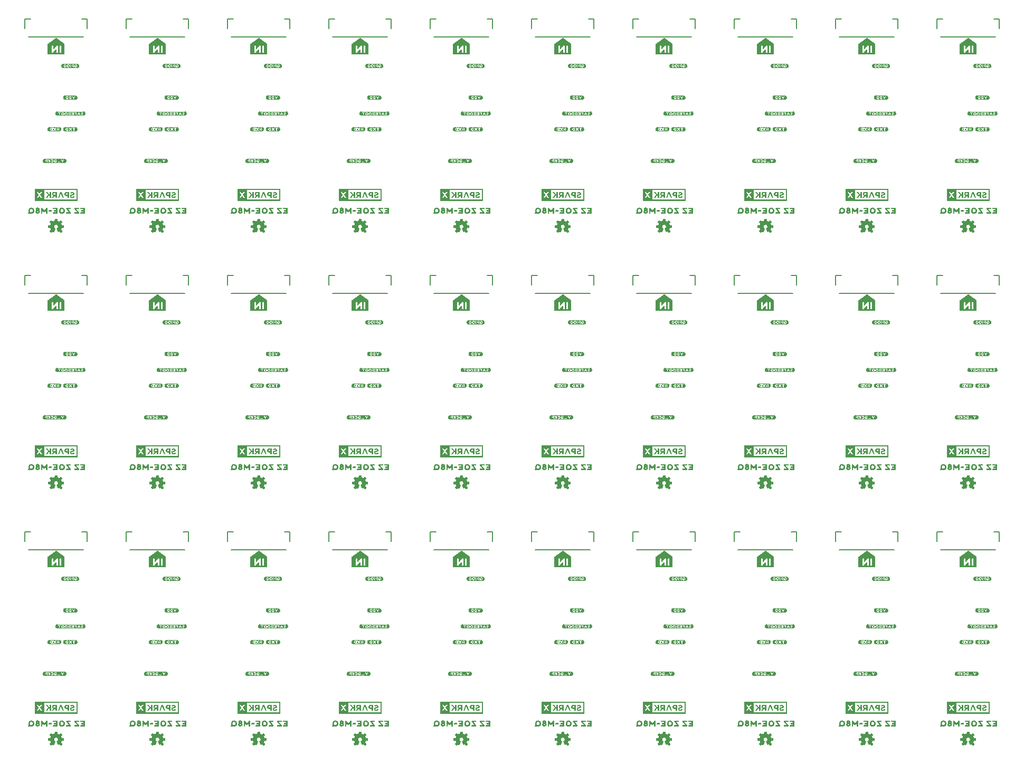
<source format=gbo>
G04 EAGLE Gerber RS-274X export*
G75*
%MOMM*%
%FSLAX34Y34*%
%LPD*%
%INSilkscreen Bottom*%
%IPPOS*%
%AMOC8*
5,1,8,0,0,1.08239X$1,22.5*%
G01*
%ADD10C,0.152400*%

G36*
X19037Y104761D02*
X19037Y104761D01*
X19044Y104767D01*
X19050Y104759D01*
X87630Y104759D01*
X87677Y104795D01*
X87672Y104803D01*
X87679Y104809D01*
X87679Y123791D01*
X87643Y123839D01*
X87636Y123833D01*
X87630Y123841D01*
X19050Y123841D01*
X19003Y123805D01*
X19008Y123797D01*
X19001Y123791D01*
X19001Y104809D01*
X19037Y104761D01*
G37*
G36*
X1225597Y516275D02*
X1225597Y516275D01*
X1225592Y516283D01*
X1225599Y516289D01*
X1225599Y535271D01*
X1225563Y535319D01*
X1225556Y535313D01*
X1225550Y535321D01*
X1156970Y535321D01*
X1156923Y535285D01*
X1156928Y535277D01*
X1156921Y535271D01*
X1156921Y516289D01*
X1156957Y516241D01*
X1156964Y516247D01*
X1156970Y516239D01*
X1225550Y516239D01*
X1225597Y516275D01*
G37*
G36*
X1388157Y516275D02*
X1388157Y516275D01*
X1388152Y516283D01*
X1388159Y516289D01*
X1388159Y535271D01*
X1388123Y535319D01*
X1388116Y535313D01*
X1388110Y535321D01*
X1319530Y535321D01*
X1319483Y535285D01*
X1319488Y535277D01*
X1319481Y535271D01*
X1319481Y516289D01*
X1319517Y516241D01*
X1319524Y516247D01*
X1319530Y516239D01*
X1388110Y516239D01*
X1388157Y516275D01*
G37*
G36*
X1550717Y516275D02*
X1550717Y516275D01*
X1550712Y516283D01*
X1550719Y516289D01*
X1550719Y535271D01*
X1550683Y535319D01*
X1550676Y535313D01*
X1550670Y535321D01*
X1482090Y535321D01*
X1482043Y535285D01*
X1482048Y535277D01*
X1482041Y535271D01*
X1482041Y516289D01*
X1482077Y516241D01*
X1482084Y516247D01*
X1482090Y516239D01*
X1550670Y516239D01*
X1550717Y516275D01*
G37*
G36*
X412797Y516275D02*
X412797Y516275D01*
X412792Y516283D01*
X412799Y516289D01*
X412799Y535271D01*
X412763Y535319D01*
X412756Y535313D01*
X412750Y535321D01*
X344170Y535321D01*
X344123Y535285D01*
X344128Y535277D01*
X344121Y535271D01*
X344121Y516289D01*
X344157Y516241D01*
X344164Y516247D01*
X344170Y516239D01*
X412750Y516239D01*
X412797Y516275D01*
G37*
G36*
X900477Y516275D02*
X900477Y516275D01*
X900472Y516283D01*
X900479Y516289D01*
X900479Y535271D01*
X900443Y535319D01*
X900436Y535313D01*
X900430Y535321D01*
X831850Y535321D01*
X831803Y535285D01*
X831808Y535277D01*
X831801Y535271D01*
X831801Y516289D01*
X831837Y516241D01*
X831844Y516247D01*
X831850Y516239D01*
X900430Y516239D01*
X900477Y516275D01*
G37*
G36*
X87677Y516275D02*
X87677Y516275D01*
X87672Y516283D01*
X87679Y516289D01*
X87679Y535271D01*
X87643Y535319D01*
X87636Y535313D01*
X87630Y535321D01*
X19050Y535321D01*
X19003Y535285D01*
X19008Y535277D01*
X19001Y535271D01*
X19001Y516289D01*
X19037Y516241D01*
X19044Y516247D01*
X19050Y516239D01*
X87630Y516239D01*
X87677Y516275D01*
G37*
G36*
X1063037Y516275D02*
X1063037Y516275D01*
X1063032Y516283D01*
X1063039Y516289D01*
X1063039Y535271D01*
X1063003Y535319D01*
X1062996Y535313D01*
X1062990Y535321D01*
X994410Y535321D01*
X994363Y535285D01*
X994368Y535277D01*
X994361Y535271D01*
X994361Y516289D01*
X994397Y516241D01*
X994404Y516247D01*
X994410Y516239D01*
X1062990Y516239D01*
X1063037Y516275D01*
G37*
G36*
X250237Y516275D02*
X250237Y516275D01*
X250232Y516283D01*
X250239Y516289D01*
X250239Y535271D01*
X250203Y535319D01*
X250196Y535313D01*
X250190Y535321D01*
X181610Y535321D01*
X181563Y535285D01*
X181568Y535277D01*
X181561Y535271D01*
X181561Y516289D01*
X181597Y516241D01*
X181604Y516247D01*
X181610Y516239D01*
X250190Y516239D01*
X250237Y516275D01*
G37*
G36*
X250237Y104795D02*
X250237Y104795D01*
X250232Y104803D01*
X250239Y104809D01*
X250239Y123791D01*
X250203Y123839D01*
X250196Y123833D01*
X250190Y123841D01*
X181610Y123841D01*
X181563Y123805D01*
X181568Y123797D01*
X181561Y123791D01*
X181561Y104809D01*
X181597Y104761D01*
X181604Y104767D01*
X181610Y104759D01*
X250190Y104759D01*
X250237Y104795D01*
G37*
G36*
X1388157Y104795D02*
X1388157Y104795D01*
X1388152Y104803D01*
X1388159Y104809D01*
X1388159Y123791D01*
X1388123Y123839D01*
X1388116Y123833D01*
X1388110Y123841D01*
X1319530Y123841D01*
X1319483Y123805D01*
X1319488Y123797D01*
X1319481Y123791D01*
X1319481Y104809D01*
X1319517Y104761D01*
X1319524Y104767D01*
X1319530Y104759D01*
X1388110Y104759D01*
X1388157Y104795D01*
G37*
G36*
X575357Y104795D02*
X575357Y104795D01*
X575352Y104803D01*
X575359Y104809D01*
X575359Y123791D01*
X575323Y123839D01*
X575316Y123833D01*
X575310Y123841D01*
X506730Y123841D01*
X506683Y123805D01*
X506688Y123797D01*
X506681Y123791D01*
X506681Y104809D01*
X506717Y104761D01*
X506724Y104767D01*
X506730Y104759D01*
X575310Y104759D01*
X575357Y104795D01*
G37*
G36*
X1225597Y104795D02*
X1225597Y104795D01*
X1225592Y104803D01*
X1225599Y104809D01*
X1225599Y123791D01*
X1225563Y123839D01*
X1225556Y123833D01*
X1225550Y123841D01*
X1156970Y123841D01*
X1156923Y123805D01*
X1156928Y123797D01*
X1156921Y123791D01*
X1156921Y104809D01*
X1156957Y104761D01*
X1156964Y104767D01*
X1156970Y104759D01*
X1225550Y104759D01*
X1225597Y104795D01*
G37*
G36*
X1225597Y927755D02*
X1225597Y927755D01*
X1225592Y927763D01*
X1225599Y927769D01*
X1225599Y946751D01*
X1225563Y946799D01*
X1225556Y946793D01*
X1225550Y946801D01*
X1156970Y946801D01*
X1156923Y946765D01*
X1156928Y946757D01*
X1156921Y946751D01*
X1156921Y927769D01*
X1156957Y927721D01*
X1156964Y927727D01*
X1156970Y927719D01*
X1225550Y927719D01*
X1225597Y927755D01*
G37*
G36*
X900477Y927755D02*
X900477Y927755D01*
X900472Y927763D01*
X900479Y927769D01*
X900479Y946751D01*
X900443Y946799D01*
X900436Y946793D01*
X900430Y946801D01*
X831850Y946801D01*
X831803Y946765D01*
X831808Y946757D01*
X831801Y946751D01*
X831801Y927769D01*
X831837Y927721D01*
X831844Y927727D01*
X831850Y927719D01*
X900430Y927719D01*
X900477Y927755D01*
G37*
G36*
X87677Y927755D02*
X87677Y927755D01*
X87672Y927763D01*
X87679Y927769D01*
X87679Y946751D01*
X87643Y946799D01*
X87636Y946793D01*
X87630Y946801D01*
X19050Y946801D01*
X19003Y946765D01*
X19008Y946757D01*
X19001Y946751D01*
X19001Y927769D01*
X19037Y927721D01*
X19044Y927727D01*
X19050Y927719D01*
X87630Y927719D01*
X87677Y927755D01*
G37*
G36*
X1063037Y927755D02*
X1063037Y927755D01*
X1063032Y927763D01*
X1063039Y927769D01*
X1063039Y946751D01*
X1063003Y946799D01*
X1062996Y946793D01*
X1062990Y946801D01*
X994410Y946801D01*
X994363Y946765D01*
X994368Y946757D01*
X994361Y946751D01*
X994361Y927769D01*
X994397Y927721D01*
X994404Y927727D01*
X994410Y927719D01*
X1062990Y927719D01*
X1063037Y927755D01*
G37*
G36*
X250237Y927755D02*
X250237Y927755D01*
X250232Y927763D01*
X250239Y927769D01*
X250239Y946751D01*
X250203Y946799D01*
X250196Y946793D01*
X250190Y946801D01*
X181610Y946801D01*
X181563Y946765D01*
X181568Y946757D01*
X181561Y946751D01*
X181561Y927769D01*
X181597Y927721D01*
X181604Y927727D01*
X181610Y927719D01*
X250190Y927719D01*
X250237Y927755D01*
G37*
G36*
X412797Y104795D02*
X412797Y104795D01*
X412792Y104803D01*
X412799Y104809D01*
X412799Y123791D01*
X412763Y123839D01*
X412756Y123833D01*
X412750Y123841D01*
X344170Y123841D01*
X344123Y123805D01*
X344128Y123797D01*
X344121Y123791D01*
X344121Y104809D01*
X344157Y104761D01*
X344164Y104767D01*
X344170Y104759D01*
X412750Y104759D01*
X412797Y104795D01*
G37*
G36*
X1550717Y104795D02*
X1550717Y104795D01*
X1550712Y104803D01*
X1550719Y104809D01*
X1550719Y123791D01*
X1550683Y123839D01*
X1550676Y123833D01*
X1550670Y123841D01*
X1482090Y123841D01*
X1482043Y123805D01*
X1482048Y123797D01*
X1482041Y123791D01*
X1482041Y104809D01*
X1482077Y104761D01*
X1482084Y104767D01*
X1482090Y104759D01*
X1550670Y104759D01*
X1550717Y104795D01*
G37*
G36*
X737917Y104795D02*
X737917Y104795D01*
X737912Y104803D01*
X737919Y104809D01*
X737919Y123791D01*
X737883Y123839D01*
X737876Y123833D01*
X737870Y123841D01*
X669290Y123841D01*
X669243Y123805D01*
X669248Y123797D01*
X669241Y123791D01*
X669241Y104809D01*
X669277Y104761D01*
X669284Y104767D01*
X669290Y104759D01*
X737870Y104759D01*
X737917Y104795D01*
G37*
G36*
X1063037Y104795D02*
X1063037Y104795D01*
X1063032Y104803D01*
X1063039Y104809D01*
X1063039Y123791D01*
X1063003Y123839D01*
X1062996Y123833D01*
X1062990Y123841D01*
X994410Y123841D01*
X994363Y123805D01*
X994368Y123797D01*
X994361Y123791D01*
X994361Y104809D01*
X994397Y104761D01*
X994404Y104767D01*
X994410Y104759D01*
X1062990Y104759D01*
X1063037Y104795D01*
G37*
G36*
X900477Y104795D02*
X900477Y104795D01*
X900472Y104803D01*
X900479Y104809D01*
X900479Y123791D01*
X900443Y123839D01*
X900436Y123833D01*
X900430Y123841D01*
X831850Y123841D01*
X831803Y123805D01*
X831808Y123797D01*
X831801Y123791D01*
X831801Y104809D01*
X831837Y104761D01*
X831844Y104767D01*
X831850Y104759D01*
X900430Y104759D01*
X900477Y104795D01*
G37*
G36*
X1388157Y927755D02*
X1388157Y927755D01*
X1388152Y927763D01*
X1388159Y927769D01*
X1388159Y946751D01*
X1388123Y946799D01*
X1388116Y946793D01*
X1388110Y946801D01*
X1319530Y946801D01*
X1319483Y946765D01*
X1319488Y946757D01*
X1319481Y946751D01*
X1319481Y927769D01*
X1319517Y927721D01*
X1319524Y927727D01*
X1319530Y927719D01*
X1388110Y927719D01*
X1388157Y927755D01*
G37*
G36*
X412797Y927755D02*
X412797Y927755D01*
X412792Y927763D01*
X412799Y927769D01*
X412799Y946751D01*
X412763Y946799D01*
X412756Y946793D01*
X412750Y946801D01*
X344170Y946801D01*
X344123Y946765D01*
X344128Y946757D01*
X344121Y946751D01*
X344121Y927769D01*
X344157Y927721D01*
X344164Y927727D01*
X344170Y927719D01*
X412750Y927719D01*
X412797Y927755D01*
G37*
G36*
X1550717Y927755D02*
X1550717Y927755D01*
X1550712Y927763D01*
X1550719Y927769D01*
X1550719Y946751D01*
X1550683Y946799D01*
X1550676Y946793D01*
X1550670Y946801D01*
X1482090Y946801D01*
X1482043Y946765D01*
X1482048Y946757D01*
X1482041Y946751D01*
X1482041Y927769D01*
X1482077Y927721D01*
X1482084Y927727D01*
X1482090Y927719D01*
X1550670Y927719D01*
X1550717Y927755D01*
G37*
G36*
X737917Y927755D02*
X737917Y927755D01*
X737912Y927763D01*
X737919Y927769D01*
X737919Y946751D01*
X737883Y946799D01*
X737876Y946793D01*
X737870Y946801D01*
X669290Y946801D01*
X669243Y946765D01*
X669248Y946757D01*
X669241Y946751D01*
X669241Y927769D01*
X669277Y927721D01*
X669284Y927727D01*
X669290Y927719D01*
X737870Y927719D01*
X737917Y927755D01*
G37*
G36*
X575357Y927755D02*
X575357Y927755D01*
X575352Y927763D01*
X575359Y927769D01*
X575359Y946751D01*
X575323Y946799D01*
X575316Y946793D01*
X575310Y946801D01*
X506730Y946801D01*
X506683Y946765D01*
X506688Y946757D01*
X506681Y946751D01*
X506681Y927769D01*
X506717Y927721D01*
X506724Y927727D01*
X506730Y927719D01*
X575310Y927719D01*
X575357Y927755D01*
G37*
G36*
X575357Y516275D02*
X575357Y516275D01*
X575352Y516283D01*
X575359Y516289D01*
X575359Y535271D01*
X575323Y535319D01*
X575316Y535313D01*
X575310Y535321D01*
X506730Y535321D01*
X506683Y535285D01*
X506688Y535277D01*
X506681Y535271D01*
X506681Y516289D01*
X506717Y516241D01*
X506724Y516247D01*
X506730Y516239D01*
X575310Y516239D01*
X575357Y516275D01*
G37*
G36*
X737917Y516275D02*
X737917Y516275D01*
X737912Y516283D01*
X737919Y516289D01*
X737919Y535271D01*
X737883Y535319D01*
X737876Y535313D01*
X737870Y535321D01*
X669290Y535321D01*
X669243Y535285D01*
X669248Y535277D01*
X669241Y535271D01*
X669241Y516289D01*
X669277Y516241D01*
X669284Y516247D01*
X669290Y516239D01*
X737870Y516239D01*
X737917Y516275D01*
G37*
%LPC*%
G36*
X196980Y518100D02*
X196980Y518100D01*
X196980Y533460D01*
X248378Y533460D01*
X248378Y518100D01*
X196980Y518100D01*
G37*
%LPD*%
%LPC*%
G36*
X1497460Y518100D02*
X1497460Y518100D01*
X1497460Y533460D01*
X1548858Y533460D01*
X1548858Y518100D01*
X1497460Y518100D01*
G37*
%LPD*%
%LPC*%
G36*
X522100Y518100D02*
X522100Y518100D01*
X522100Y533460D01*
X573498Y533460D01*
X573498Y518100D01*
X522100Y518100D01*
G37*
%LPD*%
%LPC*%
G36*
X34420Y518100D02*
X34420Y518100D01*
X34420Y533460D01*
X85818Y533460D01*
X85818Y518100D01*
X34420Y518100D01*
G37*
%LPD*%
%LPC*%
G36*
X684660Y518100D02*
X684660Y518100D01*
X684660Y533460D01*
X736058Y533460D01*
X736058Y518100D01*
X684660Y518100D01*
G37*
%LPD*%
%LPC*%
G36*
X847220Y518100D02*
X847220Y518100D01*
X847220Y533460D01*
X898618Y533460D01*
X898618Y518100D01*
X847220Y518100D01*
G37*
%LPD*%
%LPC*%
G36*
X1009780Y518100D02*
X1009780Y518100D01*
X1009780Y533460D01*
X1061178Y533460D01*
X1061178Y518100D01*
X1009780Y518100D01*
G37*
%LPD*%
%LPC*%
G36*
X34420Y929580D02*
X34420Y929580D01*
X34420Y944940D01*
X85818Y944940D01*
X85818Y929580D01*
X34420Y929580D01*
G37*
%LPD*%
%LPC*%
G36*
X359540Y518100D02*
X359540Y518100D01*
X359540Y533460D01*
X410938Y533460D01*
X410938Y518100D01*
X359540Y518100D01*
G37*
%LPD*%
%LPC*%
G36*
X1009780Y929580D02*
X1009780Y929580D01*
X1009780Y944940D01*
X1061178Y944940D01*
X1061178Y929580D01*
X1009780Y929580D01*
G37*
%LPD*%
%LPC*%
G36*
X1334900Y929580D02*
X1334900Y929580D01*
X1334900Y944940D01*
X1386298Y944940D01*
X1386298Y929580D01*
X1334900Y929580D01*
G37*
%LPD*%
%LPC*%
G36*
X1497460Y929580D02*
X1497460Y929580D01*
X1497460Y944940D01*
X1548858Y944940D01*
X1548858Y929580D01*
X1497460Y929580D01*
G37*
%LPD*%
%LPC*%
G36*
X359540Y106620D02*
X359540Y106620D01*
X359540Y121980D01*
X410938Y121980D01*
X410938Y106620D01*
X359540Y106620D01*
G37*
%LPD*%
%LPC*%
G36*
X684660Y929580D02*
X684660Y929580D01*
X684660Y944940D01*
X736058Y944940D01*
X736058Y929580D01*
X684660Y929580D01*
G37*
%LPD*%
%LPC*%
G36*
X359540Y929580D02*
X359540Y929580D01*
X359540Y944940D01*
X410938Y944940D01*
X410938Y929580D01*
X359540Y929580D01*
G37*
%LPD*%
%LPC*%
G36*
X1172340Y106620D02*
X1172340Y106620D01*
X1172340Y121980D01*
X1223738Y121980D01*
X1223738Y106620D01*
X1172340Y106620D01*
G37*
%LPD*%
%LPC*%
G36*
X196980Y929580D02*
X196980Y929580D01*
X196980Y944940D01*
X248378Y944940D01*
X248378Y929580D01*
X196980Y929580D01*
G37*
%LPD*%
%LPC*%
G36*
X1172340Y929580D02*
X1172340Y929580D01*
X1172340Y944940D01*
X1223738Y944940D01*
X1223738Y929580D01*
X1172340Y929580D01*
G37*
%LPD*%
%LPC*%
G36*
X684660Y106620D02*
X684660Y106620D01*
X684660Y121980D01*
X736058Y121980D01*
X736058Y106620D01*
X684660Y106620D01*
G37*
%LPD*%
%LPC*%
G36*
X1334900Y106620D02*
X1334900Y106620D01*
X1334900Y121980D01*
X1386298Y121980D01*
X1386298Y106620D01*
X1334900Y106620D01*
G37*
%LPD*%
%LPC*%
G36*
X1009780Y106620D02*
X1009780Y106620D01*
X1009780Y121980D01*
X1061178Y121980D01*
X1061178Y106620D01*
X1009780Y106620D01*
G37*
%LPD*%
%LPC*%
G36*
X1497460Y106620D02*
X1497460Y106620D01*
X1497460Y121980D01*
X1548858Y121980D01*
X1548858Y106620D01*
X1497460Y106620D01*
G37*
%LPD*%
%LPC*%
G36*
X847220Y106620D02*
X847220Y106620D01*
X847220Y121980D01*
X898618Y121980D01*
X898618Y106620D01*
X847220Y106620D01*
G37*
%LPD*%
%LPC*%
G36*
X85818Y121980D02*
X85818Y121980D01*
X85818Y106620D01*
X34420Y106620D01*
X34420Y121980D01*
X85818Y121980D01*
G37*
%LPD*%
%LPC*%
G36*
X196980Y106620D02*
X196980Y106620D01*
X196980Y121980D01*
X248378Y121980D01*
X248378Y106620D01*
X196980Y106620D01*
G37*
%LPD*%
%LPC*%
G36*
X522100Y106620D02*
X522100Y106620D01*
X522100Y121980D01*
X573498Y121980D01*
X573498Y106620D01*
X522100Y106620D01*
G37*
%LPD*%
%LPC*%
G36*
X847220Y929580D02*
X847220Y929580D01*
X847220Y944940D01*
X898618Y944940D01*
X898618Y929580D01*
X847220Y929580D01*
G37*
%LPD*%
%LPC*%
G36*
X522100Y929580D02*
X522100Y929580D01*
X522100Y944940D01*
X573498Y944940D01*
X573498Y929580D01*
X522100Y929580D01*
G37*
%LPD*%
%LPC*%
G36*
X1172340Y518100D02*
X1172340Y518100D01*
X1172340Y533460D01*
X1223738Y533460D01*
X1223738Y518100D01*
X1172340Y518100D01*
G37*
%LPD*%
%LPC*%
G36*
X1334900Y518100D02*
X1334900Y518100D01*
X1334900Y533460D01*
X1386298Y533460D01*
X1386298Y518100D01*
X1334900Y518100D01*
G37*
%LPD*%
G36*
X1529510Y750933D02*
X1529510Y750933D01*
X1529522Y750935D01*
X1529822Y751435D01*
X1529822Y751438D01*
X1529823Y751439D01*
X1529822Y751441D01*
X1529820Y751453D01*
X1529829Y751460D01*
X1529829Y767560D01*
X1529823Y767569D01*
X1529828Y767647D01*
X1529840Y767754D01*
X1529837Y767769D01*
X1529838Y767784D01*
X1529811Y767889D01*
X1529788Y767995D01*
X1529780Y768007D01*
X1529777Y768022D01*
X1529718Y768113D01*
X1529662Y768206D01*
X1529651Y768216D01*
X1529643Y768228D01*
X1529517Y768339D01*
X1516817Y777229D01*
X1516807Y777233D01*
X1516800Y777240D01*
X1516696Y777287D01*
X1516595Y777335D01*
X1516585Y777337D01*
X1516575Y777341D01*
X1516462Y777352D01*
X1516351Y777366D01*
X1516341Y777364D01*
X1516330Y777365D01*
X1516221Y777339D01*
X1516110Y777317D01*
X1516101Y777311D01*
X1516091Y777309D01*
X1515943Y777229D01*
X1503243Y768339D01*
X1503233Y768328D01*
X1503220Y768321D01*
X1503145Y768243D01*
X1503067Y768167D01*
X1503061Y768154D01*
X1503051Y768143D01*
X1503005Y768045D01*
X1502955Y767948D01*
X1502953Y767933D01*
X1502947Y767920D01*
X1502935Y767812D01*
X1502919Y767705D01*
X1502921Y767690D01*
X1502920Y767676D01*
X1502931Y767625D01*
X1502931Y751560D01*
X1502938Y751551D01*
X1502933Y751544D01*
X1503133Y750944D01*
X1503177Y750914D01*
X1503180Y750911D01*
X1529480Y750911D01*
X1529510Y750933D01*
G37*
G36*
X1366950Y339453D02*
X1366950Y339453D01*
X1366962Y339455D01*
X1367262Y339955D01*
X1367262Y339958D01*
X1367263Y339959D01*
X1367262Y339961D01*
X1367260Y339973D01*
X1367269Y339980D01*
X1367269Y356080D01*
X1367263Y356089D01*
X1367268Y356167D01*
X1367280Y356274D01*
X1367277Y356289D01*
X1367278Y356304D01*
X1367251Y356409D01*
X1367228Y356515D01*
X1367220Y356527D01*
X1367217Y356542D01*
X1367158Y356633D01*
X1367102Y356726D01*
X1367091Y356736D01*
X1367083Y356748D01*
X1366957Y356859D01*
X1354257Y365749D01*
X1354247Y365753D01*
X1354240Y365760D01*
X1354136Y365807D01*
X1354035Y365855D01*
X1354025Y365857D01*
X1354015Y365861D01*
X1353902Y365872D01*
X1353791Y365886D01*
X1353781Y365884D01*
X1353770Y365885D01*
X1353661Y365859D01*
X1353550Y365837D01*
X1353541Y365831D01*
X1353531Y365829D01*
X1353383Y365749D01*
X1340683Y356859D01*
X1340673Y356848D01*
X1340660Y356841D01*
X1340585Y356763D01*
X1340507Y356687D01*
X1340501Y356674D01*
X1340491Y356663D01*
X1340445Y356565D01*
X1340395Y356468D01*
X1340393Y356453D01*
X1340387Y356440D01*
X1340375Y356332D01*
X1340359Y356225D01*
X1340361Y356210D01*
X1340360Y356196D01*
X1340371Y356145D01*
X1340371Y340080D01*
X1340378Y340071D01*
X1340373Y340064D01*
X1340573Y339464D01*
X1340617Y339434D01*
X1340620Y339431D01*
X1366920Y339431D01*
X1366950Y339453D01*
G37*
G36*
X391590Y750933D02*
X391590Y750933D01*
X391602Y750935D01*
X391902Y751435D01*
X391902Y751438D01*
X391903Y751439D01*
X391902Y751441D01*
X391900Y751453D01*
X391909Y751460D01*
X391909Y767560D01*
X391903Y767569D01*
X391908Y767647D01*
X391920Y767754D01*
X391917Y767769D01*
X391918Y767784D01*
X391891Y767889D01*
X391868Y767995D01*
X391860Y768007D01*
X391857Y768022D01*
X391798Y768113D01*
X391742Y768206D01*
X391731Y768216D01*
X391723Y768228D01*
X391597Y768339D01*
X378897Y777229D01*
X378887Y777233D01*
X378880Y777240D01*
X378776Y777287D01*
X378675Y777335D01*
X378665Y777337D01*
X378655Y777341D01*
X378542Y777352D01*
X378431Y777366D01*
X378421Y777364D01*
X378410Y777365D01*
X378301Y777339D01*
X378190Y777317D01*
X378181Y777311D01*
X378171Y777309D01*
X378023Y777229D01*
X365323Y768339D01*
X365313Y768328D01*
X365300Y768321D01*
X365225Y768243D01*
X365147Y768167D01*
X365141Y768154D01*
X365131Y768143D01*
X365085Y768045D01*
X365035Y767948D01*
X365033Y767933D01*
X365027Y767920D01*
X365015Y767812D01*
X364999Y767705D01*
X365001Y767690D01*
X365000Y767676D01*
X365011Y767625D01*
X365011Y751560D01*
X365018Y751551D01*
X365013Y751544D01*
X365213Y750944D01*
X365257Y750914D01*
X365260Y750911D01*
X391560Y750911D01*
X391590Y750933D01*
G37*
G36*
X1041830Y750933D02*
X1041830Y750933D01*
X1041842Y750935D01*
X1042142Y751435D01*
X1042142Y751438D01*
X1042143Y751439D01*
X1042142Y751441D01*
X1042140Y751453D01*
X1042149Y751460D01*
X1042149Y767560D01*
X1042143Y767569D01*
X1042148Y767647D01*
X1042160Y767754D01*
X1042157Y767769D01*
X1042158Y767784D01*
X1042131Y767889D01*
X1042108Y767995D01*
X1042100Y768007D01*
X1042097Y768022D01*
X1042038Y768113D01*
X1041982Y768206D01*
X1041971Y768216D01*
X1041963Y768228D01*
X1041837Y768339D01*
X1029137Y777229D01*
X1029127Y777233D01*
X1029120Y777240D01*
X1029016Y777287D01*
X1028915Y777335D01*
X1028905Y777337D01*
X1028895Y777341D01*
X1028782Y777352D01*
X1028671Y777366D01*
X1028661Y777364D01*
X1028650Y777365D01*
X1028541Y777339D01*
X1028430Y777317D01*
X1028421Y777311D01*
X1028411Y777309D01*
X1028263Y777229D01*
X1015563Y768339D01*
X1015553Y768328D01*
X1015540Y768321D01*
X1015465Y768243D01*
X1015387Y768167D01*
X1015381Y768154D01*
X1015371Y768143D01*
X1015325Y768045D01*
X1015275Y767948D01*
X1015273Y767933D01*
X1015267Y767920D01*
X1015255Y767812D01*
X1015239Y767705D01*
X1015241Y767690D01*
X1015240Y767676D01*
X1015251Y767625D01*
X1015251Y751560D01*
X1015258Y751551D01*
X1015253Y751544D01*
X1015453Y750944D01*
X1015497Y750914D01*
X1015500Y750911D01*
X1041800Y750911D01*
X1041830Y750933D01*
G37*
G36*
X1041830Y339453D02*
X1041830Y339453D01*
X1041842Y339455D01*
X1042142Y339955D01*
X1042142Y339958D01*
X1042143Y339959D01*
X1042142Y339961D01*
X1042140Y339973D01*
X1042149Y339980D01*
X1042149Y356080D01*
X1042143Y356089D01*
X1042148Y356167D01*
X1042160Y356274D01*
X1042157Y356289D01*
X1042158Y356304D01*
X1042131Y356409D01*
X1042108Y356515D01*
X1042100Y356527D01*
X1042097Y356542D01*
X1042038Y356633D01*
X1041982Y356726D01*
X1041971Y356736D01*
X1041963Y356748D01*
X1041837Y356859D01*
X1029137Y365749D01*
X1029127Y365753D01*
X1029120Y365760D01*
X1029016Y365807D01*
X1028915Y365855D01*
X1028905Y365857D01*
X1028895Y365861D01*
X1028782Y365872D01*
X1028671Y365886D01*
X1028661Y365884D01*
X1028650Y365885D01*
X1028541Y365859D01*
X1028430Y365837D01*
X1028421Y365831D01*
X1028411Y365829D01*
X1028263Y365749D01*
X1015563Y356859D01*
X1015553Y356848D01*
X1015540Y356841D01*
X1015465Y356763D01*
X1015387Y356687D01*
X1015381Y356674D01*
X1015371Y356663D01*
X1015325Y356565D01*
X1015275Y356468D01*
X1015273Y356453D01*
X1015267Y356440D01*
X1015255Y356332D01*
X1015239Y356225D01*
X1015241Y356210D01*
X1015240Y356196D01*
X1015251Y356145D01*
X1015251Y340080D01*
X1015258Y340071D01*
X1015253Y340064D01*
X1015453Y339464D01*
X1015497Y339434D01*
X1015500Y339431D01*
X1041800Y339431D01*
X1041830Y339453D01*
G37*
G36*
X1204390Y750933D02*
X1204390Y750933D01*
X1204402Y750935D01*
X1204702Y751435D01*
X1204702Y751438D01*
X1204703Y751439D01*
X1204702Y751441D01*
X1204700Y751453D01*
X1204709Y751460D01*
X1204709Y767560D01*
X1204703Y767569D01*
X1204708Y767647D01*
X1204720Y767754D01*
X1204717Y767769D01*
X1204718Y767784D01*
X1204691Y767889D01*
X1204668Y767995D01*
X1204660Y768007D01*
X1204657Y768022D01*
X1204598Y768113D01*
X1204542Y768206D01*
X1204531Y768216D01*
X1204523Y768228D01*
X1204397Y768339D01*
X1191697Y777229D01*
X1191687Y777233D01*
X1191680Y777240D01*
X1191576Y777287D01*
X1191475Y777335D01*
X1191465Y777337D01*
X1191455Y777341D01*
X1191342Y777352D01*
X1191231Y777366D01*
X1191221Y777364D01*
X1191210Y777365D01*
X1191101Y777339D01*
X1190990Y777317D01*
X1190981Y777311D01*
X1190971Y777309D01*
X1190823Y777229D01*
X1178123Y768339D01*
X1178113Y768328D01*
X1178100Y768321D01*
X1178025Y768243D01*
X1177947Y768167D01*
X1177941Y768154D01*
X1177931Y768143D01*
X1177885Y768045D01*
X1177835Y767948D01*
X1177833Y767933D01*
X1177827Y767920D01*
X1177815Y767812D01*
X1177799Y767705D01*
X1177801Y767690D01*
X1177800Y767676D01*
X1177811Y767625D01*
X1177811Y751560D01*
X1177818Y751551D01*
X1177813Y751544D01*
X1178013Y750944D01*
X1178057Y750914D01*
X1178060Y750911D01*
X1204360Y750911D01*
X1204390Y750933D01*
G37*
G36*
X554150Y750933D02*
X554150Y750933D01*
X554162Y750935D01*
X554462Y751435D01*
X554462Y751438D01*
X554463Y751439D01*
X554462Y751441D01*
X554460Y751453D01*
X554469Y751460D01*
X554469Y767560D01*
X554463Y767569D01*
X554468Y767647D01*
X554480Y767754D01*
X554477Y767769D01*
X554478Y767784D01*
X554451Y767889D01*
X554428Y767995D01*
X554420Y768007D01*
X554417Y768022D01*
X554358Y768113D01*
X554302Y768206D01*
X554291Y768216D01*
X554283Y768228D01*
X554157Y768339D01*
X541457Y777229D01*
X541447Y777233D01*
X541440Y777240D01*
X541336Y777287D01*
X541235Y777335D01*
X541225Y777337D01*
X541215Y777341D01*
X541102Y777352D01*
X540991Y777366D01*
X540981Y777364D01*
X540970Y777365D01*
X540861Y777339D01*
X540750Y777317D01*
X540741Y777311D01*
X540731Y777309D01*
X540583Y777229D01*
X527883Y768339D01*
X527873Y768328D01*
X527860Y768321D01*
X527785Y768243D01*
X527707Y768167D01*
X527701Y768154D01*
X527691Y768143D01*
X527645Y768045D01*
X527595Y767948D01*
X527593Y767933D01*
X527587Y767920D01*
X527575Y767812D01*
X527559Y767705D01*
X527561Y767690D01*
X527560Y767676D01*
X527571Y767625D01*
X527571Y751560D01*
X527578Y751551D01*
X527573Y751544D01*
X527773Y750944D01*
X527817Y750914D01*
X527820Y750911D01*
X554120Y750911D01*
X554150Y750933D01*
G37*
G36*
X716710Y1162413D02*
X716710Y1162413D01*
X716722Y1162415D01*
X717022Y1162915D01*
X717022Y1162918D01*
X717023Y1162919D01*
X717022Y1162921D01*
X717020Y1162933D01*
X717029Y1162940D01*
X717029Y1179040D01*
X717023Y1179049D01*
X717028Y1179127D01*
X717040Y1179234D01*
X717037Y1179249D01*
X717038Y1179264D01*
X717011Y1179369D01*
X716988Y1179475D01*
X716980Y1179487D01*
X716977Y1179502D01*
X716918Y1179593D01*
X716862Y1179686D01*
X716851Y1179696D01*
X716843Y1179708D01*
X716717Y1179819D01*
X704017Y1188709D01*
X704007Y1188713D01*
X704000Y1188720D01*
X703896Y1188767D01*
X703795Y1188815D01*
X703785Y1188817D01*
X703775Y1188821D01*
X703662Y1188832D01*
X703551Y1188846D01*
X703541Y1188844D01*
X703530Y1188845D01*
X703421Y1188819D01*
X703310Y1188797D01*
X703301Y1188791D01*
X703291Y1188789D01*
X703143Y1188709D01*
X690443Y1179819D01*
X690433Y1179808D01*
X690420Y1179801D01*
X690345Y1179723D01*
X690267Y1179647D01*
X690261Y1179634D01*
X690251Y1179623D01*
X690205Y1179525D01*
X690155Y1179428D01*
X690153Y1179413D01*
X690147Y1179400D01*
X690135Y1179292D01*
X690119Y1179185D01*
X690121Y1179170D01*
X690120Y1179156D01*
X690131Y1179105D01*
X690131Y1163040D01*
X690138Y1163031D01*
X690133Y1163024D01*
X690333Y1162424D01*
X690377Y1162394D01*
X690380Y1162391D01*
X716680Y1162391D01*
X716710Y1162413D01*
G37*
G36*
X66470Y339453D02*
X66470Y339453D01*
X66482Y339455D01*
X66782Y339955D01*
X66782Y339958D01*
X66783Y339959D01*
X66782Y339961D01*
X66780Y339973D01*
X66789Y339980D01*
X66789Y356080D01*
X66783Y356089D01*
X66788Y356167D01*
X66800Y356274D01*
X66797Y356289D01*
X66798Y356304D01*
X66771Y356409D01*
X66748Y356515D01*
X66740Y356527D01*
X66737Y356542D01*
X66678Y356633D01*
X66622Y356726D01*
X66611Y356736D01*
X66603Y356748D01*
X66477Y356859D01*
X53777Y365749D01*
X53767Y365753D01*
X53760Y365760D01*
X53656Y365807D01*
X53555Y365855D01*
X53545Y365857D01*
X53535Y365861D01*
X53422Y365872D01*
X53311Y365886D01*
X53301Y365884D01*
X53290Y365885D01*
X53181Y365859D01*
X53070Y365837D01*
X53061Y365831D01*
X53051Y365829D01*
X52903Y365749D01*
X40203Y356859D01*
X40193Y356848D01*
X40180Y356841D01*
X40105Y356763D01*
X40027Y356687D01*
X40021Y356674D01*
X40011Y356663D01*
X39965Y356565D01*
X39915Y356468D01*
X39913Y356453D01*
X39907Y356440D01*
X39895Y356332D01*
X39879Y356225D01*
X39881Y356210D01*
X39880Y356196D01*
X39891Y356145D01*
X39891Y340080D01*
X39898Y340071D01*
X39893Y340064D01*
X40093Y339464D01*
X40137Y339434D01*
X40140Y339431D01*
X66440Y339431D01*
X66470Y339453D01*
G37*
G36*
X1529510Y339453D02*
X1529510Y339453D01*
X1529522Y339455D01*
X1529822Y339955D01*
X1529822Y339958D01*
X1529823Y339959D01*
X1529822Y339961D01*
X1529820Y339973D01*
X1529829Y339980D01*
X1529829Y356080D01*
X1529823Y356089D01*
X1529828Y356167D01*
X1529840Y356274D01*
X1529837Y356289D01*
X1529838Y356304D01*
X1529811Y356409D01*
X1529788Y356515D01*
X1529780Y356527D01*
X1529777Y356542D01*
X1529718Y356633D01*
X1529662Y356726D01*
X1529651Y356736D01*
X1529643Y356748D01*
X1529517Y356859D01*
X1516817Y365749D01*
X1516807Y365753D01*
X1516800Y365760D01*
X1516696Y365807D01*
X1516595Y365855D01*
X1516585Y365857D01*
X1516575Y365861D01*
X1516462Y365872D01*
X1516351Y365886D01*
X1516341Y365884D01*
X1516330Y365885D01*
X1516221Y365859D01*
X1516110Y365837D01*
X1516101Y365831D01*
X1516091Y365829D01*
X1515943Y365749D01*
X1503243Y356859D01*
X1503233Y356848D01*
X1503220Y356841D01*
X1503145Y356763D01*
X1503067Y356687D01*
X1503061Y356674D01*
X1503051Y356663D01*
X1503005Y356565D01*
X1502955Y356468D01*
X1502953Y356453D01*
X1502947Y356440D01*
X1502935Y356332D01*
X1502919Y356225D01*
X1502921Y356210D01*
X1502920Y356196D01*
X1502931Y356145D01*
X1502931Y340080D01*
X1502938Y340071D01*
X1502933Y340064D01*
X1503133Y339464D01*
X1503177Y339434D01*
X1503180Y339431D01*
X1529480Y339431D01*
X1529510Y339453D01*
G37*
G36*
X229030Y339453D02*
X229030Y339453D01*
X229042Y339455D01*
X229342Y339955D01*
X229342Y339958D01*
X229343Y339959D01*
X229342Y339961D01*
X229340Y339973D01*
X229349Y339980D01*
X229349Y356080D01*
X229343Y356089D01*
X229348Y356167D01*
X229360Y356274D01*
X229357Y356289D01*
X229358Y356304D01*
X229331Y356409D01*
X229308Y356515D01*
X229300Y356527D01*
X229297Y356542D01*
X229238Y356633D01*
X229182Y356726D01*
X229171Y356736D01*
X229163Y356748D01*
X229037Y356859D01*
X216337Y365749D01*
X216327Y365753D01*
X216320Y365760D01*
X216216Y365807D01*
X216115Y365855D01*
X216105Y365857D01*
X216095Y365861D01*
X215982Y365872D01*
X215871Y365886D01*
X215861Y365884D01*
X215850Y365885D01*
X215741Y365859D01*
X215630Y365837D01*
X215621Y365831D01*
X215611Y365829D01*
X215463Y365749D01*
X202763Y356859D01*
X202753Y356848D01*
X202740Y356841D01*
X202665Y356763D01*
X202587Y356687D01*
X202581Y356674D01*
X202571Y356663D01*
X202525Y356565D01*
X202475Y356468D01*
X202473Y356453D01*
X202467Y356440D01*
X202455Y356332D01*
X202439Y356225D01*
X202441Y356210D01*
X202440Y356196D01*
X202451Y356145D01*
X202451Y340080D01*
X202458Y340071D01*
X202453Y340064D01*
X202653Y339464D01*
X202697Y339434D01*
X202700Y339431D01*
X229000Y339431D01*
X229030Y339453D01*
G37*
G36*
X716710Y339453D02*
X716710Y339453D01*
X716722Y339455D01*
X717022Y339955D01*
X717022Y339958D01*
X717023Y339959D01*
X717022Y339961D01*
X717020Y339973D01*
X717029Y339980D01*
X717029Y356080D01*
X717023Y356089D01*
X717028Y356167D01*
X717040Y356274D01*
X717037Y356289D01*
X717038Y356304D01*
X717011Y356409D01*
X716988Y356515D01*
X716980Y356527D01*
X716977Y356542D01*
X716918Y356633D01*
X716862Y356726D01*
X716851Y356736D01*
X716843Y356748D01*
X716717Y356859D01*
X704017Y365749D01*
X704007Y365753D01*
X704000Y365760D01*
X703896Y365807D01*
X703795Y365855D01*
X703785Y365857D01*
X703775Y365861D01*
X703662Y365872D01*
X703551Y365886D01*
X703541Y365884D01*
X703530Y365885D01*
X703421Y365859D01*
X703310Y365837D01*
X703301Y365831D01*
X703291Y365829D01*
X703143Y365749D01*
X690443Y356859D01*
X690433Y356848D01*
X690420Y356841D01*
X690345Y356763D01*
X690267Y356687D01*
X690261Y356674D01*
X690251Y356663D01*
X690205Y356565D01*
X690155Y356468D01*
X690153Y356453D01*
X690147Y356440D01*
X690135Y356332D01*
X690119Y356225D01*
X690121Y356210D01*
X690120Y356196D01*
X690131Y356145D01*
X690131Y340080D01*
X690138Y340071D01*
X690133Y340064D01*
X690333Y339464D01*
X690377Y339434D01*
X690380Y339431D01*
X716680Y339431D01*
X716710Y339453D01*
G37*
G36*
X1366950Y750933D02*
X1366950Y750933D01*
X1366962Y750935D01*
X1367262Y751435D01*
X1367262Y751438D01*
X1367263Y751439D01*
X1367262Y751441D01*
X1367260Y751453D01*
X1367269Y751460D01*
X1367269Y767560D01*
X1367263Y767569D01*
X1367268Y767647D01*
X1367280Y767754D01*
X1367277Y767769D01*
X1367278Y767784D01*
X1367251Y767889D01*
X1367228Y767995D01*
X1367220Y768007D01*
X1367217Y768022D01*
X1367158Y768113D01*
X1367102Y768206D01*
X1367091Y768216D01*
X1367083Y768228D01*
X1366957Y768339D01*
X1354257Y777229D01*
X1354247Y777233D01*
X1354240Y777240D01*
X1354136Y777287D01*
X1354035Y777335D01*
X1354025Y777337D01*
X1354015Y777341D01*
X1353902Y777352D01*
X1353791Y777366D01*
X1353781Y777364D01*
X1353770Y777365D01*
X1353661Y777339D01*
X1353550Y777317D01*
X1353541Y777311D01*
X1353531Y777309D01*
X1353383Y777229D01*
X1340683Y768339D01*
X1340673Y768328D01*
X1340660Y768321D01*
X1340585Y768243D01*
X1340507Y768167D01*
X1340501Y768154D01*
X1340491Y768143D01*
X1340445Y768045D01*
X1340395Y767948D01*
X1340393Y767933D01*
X1340387Y767920D01*
X1340375Y767812D01*
X1340359Y767705D01*
X1340361Y767690D01*
X1340360Y767676D01*
X1340371Y767625D01*
X1340371Y751560D01*
X1340378Y751551D01*
X1340373Y751544D01*
X1340573Y750944D01*
X1340617Y750914D01*
X1340620Y750911D01*
X1366920Y750911D01*
X1366950Y750933D01*
G37*
G36*
X554150Y339453D02*
X554150Y339453D01*
X554162Y339455D01*
X554462Y339955D01*
X554462Y339958D01*
X554463Y339959D01*
X554462Y339961D01*
X554460Y339973D01*
X554469Y339980D01*
X554469Y356080D01*
X554463Y356089D01*
X554468Y356167D01*
X554480Y356274D01*
X554477Y356289D01*
X554478Y356304D01*
X554451Y356409D01*
X554428Y356515D01*
X554420Y356527D01*
X554417Y356542D01*
X554358Y356633D01*
X554302Y356726D01*
X554291Y356736D01*
X554283Y356748D01*
X554157Y356859D01*
X541457Y365749D01*
X541447Y365753D01*
X541440Y365760D01*
X541336Y365807D01*
X541235Y365855D01*
X541225Y365857D01*
X541215Y365861D01*
X541102Y365872D01*
X540991Y365886D01*
X540981Y365884D01*
X540970Y365885D01*
X540861Y365859D01*
X540750Y365837D01*
X540741Y365831D01*
X540731Y365829D01*
X540583Y365749D01*
X527883Y356859D01*
X527873Y356848D01*
X527860Y356841D01*
X527785Y356763D01*
X527707Y356687D01*
X527701Y356674D01*
X527691Y356663D01*
X527645Y356565D01*
X527595Y356468D01*
X527593Y356453D01*
X527587Y356440D01*
X527575Y356332D01*
X527559Y356225D01*
X527561Y356210D01*
X527560Y356196D01*
X527571Y356145D01*
X527571Y340080D01*
X527578Y340071D01*
X527573Y340064D01*
X527773Y339464D01*
X527817Y339434D01*
X527820Y339431D01*
X554120Y339431D01*
X554150Y339453D01*
G37*
G36*
X1529510Y1162413D02*
X1529510Y1162413D01*
X1529522Y1162415D01*
X1529822Y1162915D01*
X1529822Y1162918D01*
X1529823Y1162919D01*
X1529822Y1162921D01*
X1529820Y1162933D01*
X1529829Y1162940D01*
X1529829Y1179040D01*
X1529823Y1179049D01*
X1529828Y1179127D01*
X1529840Y1179234D01*
X1529837Y1179249D01*
X1529838Y1179264D01*
X1529811Y1179369D01*
X1529788Y1179475D01*
X1529780Y1179487D01*
X1529777Y1179502D01*
X1529718Y1179593D01*
X1529662Y1179686D01*
X1529651Y1179696D01*
X1529643Y1179708D01*
X1529517Y1179819D01*
X1516817Y1188709D01*
X1516807Y1188713D01*
X1516800Y1188720D01*
X1516696Y1188767D01*
X1516595Y1188815D01*
X1516585Y1188817D01*
X1516575Y1188821D01*
X1516462Y1188832D01*
X1516351Y1188846D01*
X1516341Y1188844D01*
X1516330Y1188845D01*
X1516221Y1188819D01*
X1516110Y1188797D01*
X1516101Y1188791D01*
X1516091Y1188789D01*
X1515943Y1188709D01*
X1503243Y1179819D01*
X1503233Y1179808D01*
X1503220Y1179801D01*
X1503145Y1179723D01*
X1503067Y1179647D01*
X1503061Y1179634D01*
X1503051Y1179623D01*
X1503005Y1179525D01*
X1502955Y1179428D01*
X1502953Y1179413D01*
X1502947Y1179400D01*
X1502935Y1179292D01*
X1502919Y1179185D01*
X1502921Y1179170D01*
X1502920Y1179156D01*
X1502931Y1179105D01*
X1502931Y1163040D01*
X1502938Y1163031D01*
X1502933Y1163024D01*
X1503133Y1162424D01*
X1503177Y1162394D01*
X1503180Y1162391D01*
X1529480Y1162391D01*
X1529510Y1162413D01*
G37*
G36*
X391590Y339453D02*
X391590Y339453D01*
X391602Y339455D01*
X391902Y339955D01*
X391902Y339958D01*
X391903Y339959D01*
X391902Y339961D01*
X391900Y339973D01*
X391909Y339980D01*
X391909Y356080D01*
X391903Y356089D01*
X391908Y356167D01*
X391920Y356274D01*
X391917Y356289D01*
X391918Y356304D01*
X391891Y356409D01*
X391868Y356515D01*
X391860Y356527D01*
X391857Y356542D01*
X391798Y356633D01*
X391742Y356726D01*
X391731Y356736D01*
X391723Y356748D01*
X391597Y356859D01*
X378897Y365749D01*
X378887Y365753D01*
X378880Y365760D01*
X378776Y365807D01*
X378675Y365855D01*
X378665Y365857D01*
X378655Y365861D01*
X378542Y365872D01*
X378431Y365886D01*
X378421Y365884D01*
X378410Y365885D01*
X378301Y365859D01*
X378190Y365837D01*
X378181Y365831D01*
X378171Y365829D01*
X378023Y365749D01*
X365323Y356859D01*
X365313Y356848D01*
X365300Y356841D01*
X365225Y356763D01*
X365147Y356687D01*
X365141Y356674D01*
X365131Y356663D01*
X365085Y356565D01*
X365035Y356468D01*
X365033Y356453D01*
X365027Y356440D01*
X365015Y356332D01*
X364999Y356225D01*
X365001Y356210D01*
X365000Y356196D01*
X365011Y356145D01*
X365011Y340080D01*
X365018Y340071D01*
X365013Y340064D01*
X365213Y339464D01*
X365257Y339434D01*
X365260Y339431D01*
X391560Y339431D01*
X391590Y339453D01*
G37*
G36*
X554150Y1162413D02*
X554150Y1162413D01*
X554162Y1162415D01*
X554462Y1162915D01*
X554462Y1162918D01*
X554463Y1162919D01*
X554462Y1162921D01*
X554460Y1162933D01*
X554469Y1162940D01*
X554469Y1179040D01*
X554463Y1179049D01*
X554468Y1179127D01*
X554480Y1179234D01*
X554477Y1179249D01*
X554478Y1179264D01*
X554451Y1179369D01*
X554428Y1179475D01*
X554420Y1179487D01*
X554417Y1179502D01*
X554358Y1179593D01*
X554302Y1179686D01*
X554291Y1179696D01*
X554283Y1179708D01*
X554157Y1179819D01*
X541457Y1188709D01*
X541447Y1188713D01*
X541440Y1188720D01*
X541336Y1188767D01*
X541235Y1188815D01*
X541225Y1188817D01*
X541215Y1188821D01*
X541102Y1188832D01*
X540991Y1188846D01*
X540981Y1188844D01*
X540970Y1188845D01*
X540861Y1188819D01*
X540750Y1188797D01*
X540741Y1188791D01*
X540731Y1188789D01*
X540583Y1188709D01*
X527883Y1179819D01*
X527873Y1179808D01*
X527860Y1179801D01*
X527785Y1179723D01*
X527707Y1179647D01*
X527701Y1179634D01*
X527691Y1179623D01*
X527645Y1179525D01*
X527595Y1179428D01*
X527593Y1179413D01*
X527587Y1179400D01*
X527575Y1179292D01*
X527559Y1179185D01*
X527561Y1179170D01*
X527560Y1179156D01*
X527571Y1179105D01*
X527571Y1163040D01*
X527578Y1163031D01*
X527573Y1163024D01*
X527773Y1162424D01*
X527817Y1162394D01*
X527820Y1162391D01*
X554120Y1162391D01*
X554150Y1162413D01*
G37*
G36*
X1041830Y1162413D02*
X1041830Y1162413D01*
X1041842Y1162415D01*
X1042142Y1162915D01*
X1042142Y1162918D01*
X1042143Y1162919D01*
X1042142Y1162921D01*
X1042140Y1162933D01*
X1042149Y1162940D01*
X1042149Y1179040D01*
X1042143Y1179049D01*
X1042148Y1179127D01*
X1042160Y1179234D01*
X1042157Y1179249D01*
X1042158Y1179264D01*
X1042131Y1179369D01*
X1042108Y1179475D01*
X1042100Y1179487D01*
X1042097Y1179502D01*
X1042038Y1179593D01*
X1041982Y1179686D01*
X1041971Y1179696D01*
X1041963Y1179708D01*
X1041837Y1179819D01*
X1029137Y1188709D01*
X1029127Y1188713D01*
X1029120Y1188720D01*
X1029016Y1188767D01*
X1028915Y1188815D01*
X1028905Y1188817D01*
X1028895Y1188821D01*
X1028782Y1188832D01*
X1028671Y1188846D01*
X1028661Y1188844D01*
X1028650Y1188845D01*
X1028541Y1188819D01*
X1028430Y1188797D01*
X1028421Y1188791D01*
X1028411Y1188789D01*
X1028263Y1188709D01*
X1015563Y1179819D01*
X1015553Y1179808D01*
X1015540Y1179801D01*
X1015465Y1179723D01*
X1015387Y1179647D01*
X1015381Y1179634D01*
X1015371Y1179623D01*
X1015325Y1179525D01*
X1015275Y1179428D01*
X1015273Y1179413D01*
X1015267Y1179400D01*
X1015255Y1179292D01*
X1015239Y1179185D01*
X1015241Y1179170D01*
X1015240Y1179156D01*
X1015251Y1179105D01*
X1015251Y1163040D01*
X1015258Y1163031D01*
X1015253Y1163024D01*
X1015453Y1162424D01*
X1015497Y1162394D01*
X1015500Y1162391D01*
X1041800Y1162391D01*
X1041830Y1162413D01*
G37*
G36*
X1204390Y1162413D02*
X1204390Y1162413D01*
X1204402Y1162415D01*
X1204702Y1162915D01*
X1204702Y1162918D01*
X1204703Y1162919D01*
X1204702Y1162921D01*
X1204700Y1162933D01*
X1204709Y1162940D01*
X1204709Y1179040D01*
X1204703Y1179049D01*
X1204708Y1179127D01*
X1204720Y1179234D01*
X1204717Y1179249D01*
X1204718Y1179264D01*
X1204691Y1179369D01*
X1204668Y1179475D01*
X1204660Y1179487D01*
X1204657Y1179502D01*
X1204598Y1179593D01*
X1204542Y1179686D01*
X1204531Y1179696D01*
X1204523Y1179708D01*
X1204397Y1179819D01*
X1191697Y1188709D01*
X1191687Y1188713D01*
X1191680Y1188720D01*
X1191576Y1188767D01*
X1191475Y1188815D01*
X1191465Y1188817D01*
X1191455Y1188821D01*
X1191342Y1188832D01*
X1191231Y1188846D01*
X1191221Y1188844D01*
X1191210Y1188845D01*
X1191101Y1188819D01*
X1190990Y1188797D01*
X1190981Y1188791D01*
X1190971Y1188789D01*
X1190823Y1188709D01*
X1178123Y1179819D01*
X1178113Y1179808D01*
X1178100Y1179801D01*
X1178025Y1179723D01*
X1177947Y1179647D01*
X1177941Y1179634D01*
X1177931Y1179623D01*
X1177885Y1179525D01*
X1177835Y1179428D01*
X1177833Y1179413D01*
X1177827Y1179400D01*
X1177815Y1179292D01*
X1177799Y1179185D01*
X1177801Y1179170D01*
X1177800Y1179156D01*
X1177811Y1179105D01*
X1177811Y1163040D01*
X1177818Y1163031D01*
X1177813Y1163024D01*
X1178013Y1162424D01*
X1178057Y1162394D01*
X1178060Y1162391D01*
X1204360Y1162391D01*
X1204390Y1162413D01*
G37*
G36*
X391590Y1162413D02*
X391590Y1162413D01*
X391602Y1162415D01*
X391902Y1162915D01*
X391902Y1162918D01*
X391903Y1162919D01*
X391902Y1162921D01*
X391900Y1162933D01*
X391909Y1162940D01*
X391909Y1179040D01*
X391903Y1179049D01*
X391908Y1179127D01*
X391920Y1179234D01*
X391917Y1179249D01*
X391918Y1179264D01*
X391891Y1179369D01*
X391868Y1179475D01*
X391860Y1179487D01*
X391857Y1179502D01*
X391798Y1179593D01*
X391742Y1179686D01*
X391731Y1179696D01*
X391723Y1179708D01*
X391597Y1179819D01*
X378897Y1188709D01*
X378887Y1188713D01*
X378880Y1188720D01*
X378776Y1188767D01*
X378675Y1188815D01*
X378665Y1188817D01*
X378655Y1188821D01*
X378542Y1188832D01*
X378431Y1188846D01*
X378421Y1188844D01*
X378410Y1188845D01*
X378301Y1188819D01*
X378190Y1188797D01*
X378181Y1188791D01*
X378171Y1188789D01*
X378023Y1188709D01*
X365323Y1179819D01*
X365313Y1179808D01*
X365300Y1179801D01*
X365225Y1179723D01*
X365147Y1179647D01*
X365141Y1179634D01*
X365131Y1179623D01*
X365085Y1179525D01*
X365035Y1179428D01*
X365033Y1179413D01*
X365027Y1179400D01*
X365015Y1179292D01*
X364999Y1179185D01*
X365001Y1179170D01*
X365000Y1179156D01*
X365011Y1179105D01*
X365011Y1163040D01*
X365018Y1163031D01*
X365013Y1163024D01*
X365213Y1162424D01*
X365257Y1162394D01*
X365260Y1162391D01*
X391560Y1162391D01*
X391590Y1162413D01*
G37*
G36*
X879270Y1162413D02*
X879270Y1162413D01*
X879282Y1162415D01*
X879582Y1162915D01*
X879582Y1162918D01*
X879583Y1162919D01*
X879582Y1162921D01*
X879580Y1162933D01*
X879589Y1162940D01*
X879589Y1179040D01*
X879583Y1179049D01*
X879588Y1179127D01*
X879600Y1179234D01*
X879597Y1179249D01*
X879598Y1179264D01*
X879571Y1179369D01*
X879548Y1179475D01*
X879540Y1179487D01*
X879537Y1179502D01*
X879478Y1179593D01*
X879422Y1179686D01*
X879411Y1179696D01*
X879403Y1179708D01*
X879277Y1179819D01*
X866577Y1188709D01*
X866567Y1188713D01*
X866560Y1188720D01*
X866456Y1188767D01*
X866355Y1188815D01*
X866345Y1188817D01*
X866335Y1188821D01*
X866222Y1188832D01*
X866111Y1188846D01*
X866101Y1188844D01*
X866090Y1188845D01*
X865981Y1188819D01*
X865870Y1188797D01*
X865861Y1188791D01*
X865851Y1188789D01*
X865703Y1188709D01*
X853003Y1179819D01*
X852993Y1179808D01*
X852980Y1179801D01*
X852905Y1179723D01*
X852827Y1179647D01*
X852821Y1179634D01*
X852811Y1179623D01*
X852765Y1179525D01*
X852715Y1179428D01*
X852713Y1179413D01*
X852707Y1179400D01*
X852695Y1179292D01*
X852679Y1179185D01*
X852681Y1179170D01*
X852680Y1179156D01*
X852691Y1179105D01*
X852691Y1163040D01*
X852698Y1163031D01*
X852693Y1163024D01*
X852893Y1162424D01*
X852937Y1162394D01*
X852940Y1162391D01*
X879240Y1162391D01*
X879270Y1162413D01*
G37*
G36*
X1366950Y1162413D02*
X1366950Y1162413D01*
X1366962Y1162415D01*
X1367262Y1162915D01*
X1367262Y1162918D01*
X1367263Y1162919D01*
X1367262Y1162921D01*
X1367260Y1162933D01*
X1367269Y1162940D01*
X1367269Y1179040D01*
X1367263Y1179049D01*
X1367268Y1179127D01*
X1367280Y1179234D01*
X1367277Y1179249D01*
X1367278Y1179264D01*
X1367251Y1179369D01*
X1367228Y1179475D01*
X1367220Y1179487D01*
X1367217Y1179502D01*
X1367158Y1179593D01*
X1367102Y1179686D01*
X1367091Y1179696D01*
X1367083Y1179708D01*
X1366957Y1179819D01*
X1354257Y1188709D01*
X1354247Y1188713D01*
X1354240Y1188720D01*
X1354136Y1188767D01*
X1354035Y1188815D01*
X1354025Y1188817D01*
X1354015Y1188821D01*
X1353902Y1188832D01*
X1353791Y1188846D01*
X1353781Y1188844D01*
X1353770Y1188845D01*
X1353661Y1188819D01*
X1353550Y1188797D01*
X1353541Y1188791D01*
X1353531Y1188789D01*
X1353383Y1188709D01*
X1340683Y1179819D01*
X1340673Y1179808D01*
X1340660Y1179801D01*
X1340585Y1179723D01*
X1340507Y1179647D01*
X1340501Y1179634D01*
X1340491Y1179623D01*
X1340445Y1179525D01*
X1340395Y1179428D01*
X1340393Y1179413D01*
X1340387Y1179400D01*
X1340375Y1179292D01*
X1340359Y1179185D01*
X1340361Y1179170D01*
X1340360Y1179156D01*
X1340371Y1179105D01*
X1340371Y1163040D01*
X1340378Y1163031D01*
X1340373Y1163024D01*
X1340573Y1162424D01*
X1340617Y1162394D01*
X1340620Y1162391D01*
X1366920Y1162391D01*
X1366950Y1162413D01*
G37*
G36*
X66470Y1162413D02*
X66470Y1162413D01*
X66482Y1162415D01*
X66782Y1162915D01*
X66782Y1162918D01*
X66783Y1162919D01*
X66782Y1162921D01*
X66780Y1162933D01*
X66789Y1162940D01*
X66789Y1179040D01*
X66783Y1179049D01*
X66788Y1179127D01*
X66800Y1179234D01*
X66797Y1179249D01*
X66798Y1179264D01*
X66771Y1179369D01*
X66748Y1179475D01*
X66740Y1179487D01*
X66737Y1179502D01*
X66678Y1179593D01*
X66622Y1179686D01*
X66611Y1179696D01*
X66603Y1179708D01*
X66477Y1179819D01*
X53777Y1188709D01*
X53767Y1188713D01*
X53760Y1188720D01*
X53656Y1188767D01*
X53555Y1188815D01*
X53545Y1188817D01*
X53535Y1188821D01*
X53422Y1188832D01*
X53311Y1188846D01*
X53301Y1188844D01*
X53290Y1188845D01*
X53181Y1188819D01*
X53070Y1188797D01*
X53061Y1188791D01*
X53051Y1188789D01*
X52903Y1188709D01*
X40203Y1179819D01*
X40193Y1179808D01*
X40180Y1179801D01*
X40105Y1179723D01*
X40027Y1179647D01*
X40021Y1179634D01*
X40011Y1179623D01*
X39965Y1179525D01*
X39915Y1179428D01*
X39913Y1179413D01*
X39907Y1179400D01*
X39895Y1179292D01*
X39879Y1179185D01*
X39881Y1179170D01*
X39880Y1179156D01*
X39891Y1179105D01*
X39891Y1163040D01*
X39898Y1163031D01*
X39893Y1163024D01*
X40093Y1162424D01*
X40137Y1162394D01*
X40140Y1162391D01*
X66440Y1162391D01*
X66470Y1162413D01*
G37*
G36*
X229030Y1162413D02*
X229030Y1162413D01*
X229042Y1162415D01*
X229342Y1162915D01*
X229342Y1162918D01*
X229343Y1162919D01*
X229342Y1162921D01*
X229340Y1162933D01*
X229349Y1162940D01*
X229349Y1179040D01*
X229343Y1179049D01*
X229348Y1179127D01*
X229360Y1179234D01*
X229357Y1179249D01*
X229358Y1179264D01*
X229331Y1179369D01*
X229308Y1179475D01*
X229300Y1179487D01*
X229297Y1179502D01*
X229238Y1179593D01*
X229182Y1179686D01*
X229171Y1179696D01*
X229163Y1179708D01*
X229037Y1179819D01*
X216337Y1188709D01*
X216327Y1188713D01*
X216320Y1188720D01*
X216216Y1188767D01*
X216115Y1188815D01*
X216105Y1188817D01*
X216095Y1188821D01*
X215982Y1188832D01*
X215871Y1188846D01*
X215861Y1188844D01*
X215850Y1188845D01*
X215741Y1188819D01*
X215630Y1188797D01*
X215621Y1188791D01*
X215611Y1188789D01*
X215463Y1188709D01*
X202763Y1179819D01*
X202753Y1179808D01*
X202740Y1179801D01*
X202665Y1179723D01*
X202587Y1179647D01*
X202581Y1179634D01*
X202571Y1179623D01*
X202525Y1179525D01*
X202475Y1179428D01*
X202473Y1179413D01*
X202467Y1179400D01*
X202455Y1179292D01*
X202439Y1179185D01*
X202441Y1179170D01*
X202440Y1179156D01*
X202451Y1179105D01*
X202451Y1163040D01*
X202458Y1163031D01*
X202453Y1163024D01*
X202653Y1162424D01*
X202697Y1162394D01*
X202700Y1162391D01*
X229000Y1162391D01*
X229030Y1162413D01*
G37*
G36*
X716710Y750933D02*
X716710Y750933D01*
X716722Y750935D01*
X717022Y751435D01*
X717022Y751438D01*
X717023Y751439D01*
X717022Y751441D01*
X717020Y751453D01*
X717029Y751460D01*
X717029Y767560D01*
X717023Y767569D01*
X717028Y767647D01*
X717040Y767754D01*
X717037Y767769D01*
X717038Y767784D01*
X717011Y767889D01*
X716988Y767995D01*
X716980Y768007D01*
X716977Y768022D01*
X716918Y768113D01*
X716862Y768206D01*
X716851Y768216D01*
X716843Y768228D01*
X716717Y768339D01*
X704017Y777229D01*
X704007Y777233D01*
X704000Y777240D01*
X703896Y777287D01*
X703795Y777335D01*
X703785Y777337D01*
X703775Y777341D01*
X703662Y777352D01*
X703551Y777366D01*
X703541Y777364D01*
X703530Y777365D01*
X703421Y777339D01*
X703310Y777317D01*
X703301Y777311D01*
X703291Y777309D01*
X703143Y777229D01*
X690443Y768339D01*
X690433Y768328D01*
X690420Y768321D01*
X690345Y768243D01*
X690267Y768167D01*
X690261Y768154D01*
X690251Y768143D01*
X690205Y768045D01*
X690155Y767948D01*
X690153Y767933D01*
X690147Y767920D01*
X690135Y767812D01*
X690119Y767705D01*
X690121Y767690D01*
X690120Y767676D01*
X690131Y767625D01*
X690131Y751560D01*
X690138Y751551D01*
X690133Y751544D01*
X690333Y750944D01*
X690377Y750914D01*
X690380Y750911D01*
X716680Y750911D01*
X716710Y750933D01*
G37*
G36*
X66470Y750933D02*
X66470Y750933D01*
X66482Y750935D01*
X66782Y751435D01*
X66782Y751438D01*
X66783Y751439D01*
X66782Y751441D01*
X66780Y751453D01*
X66789Y751460D01*
X66789Y767560D01*
X66783Y767569D01*
X66788Y767647D01*
X66800Y767754D01*
X66797Y767769D01*
X66798Y767784D01*
X66771Y767889D01*
X66748Y767995D01*
X66740Y768007D01*
X66737Y768022D01*
X66678Y768113D01*
X66622Y768206D01*
X66611Y768216D01*
X66603Y768228D01*
X66477Y768339D01*
X53777Y777229D01*
X53767Y777233D01*
X53760Y777240D01*
X53656Y777287D01*
X53555Y777335D01*
X53545Y777337D01*
X53535Y777341D01*
X53422Y777352D01*
X53311Y777366D01*
X53301Y777364D01*
X53290Y777365D01*
X53181Y777339D01*
X53070Y777317D01*
X53061Y777311D01*
X53051Y777309D01*
X52903Y777229D01*
X40203Y768339D01*
X40193Y768328D01*
X40180Y768321D01*
X40105Y768243D01*
X40027Y768167D01*
X40021Y768154D01*
X40011Y768143D01*
X39965Y768045D01*
X39915Y767948D01*
X39913Y767933D01*
X39907Y767920D01*
X39895Y767812D01*
X39879Y767705D01*
X39881Y767690D01*
X39880Y767676D01*
X39891Y767625D01*
X39891Y751560D01*
X39898Y751551D01*
X39893Y751544D01*
X40093Y750944D01*
X40137Y750914D01*
X40140Y750911D01*
X66440Y750911D01*
X66470Y750933D01*
G37*
G36*
X879270Y339453D02*
X879270Y339453D01*
X879282Y339455D01*
X879582Y339955D01*
X879582Y339958D01*
X879583Y339959D01*
X879582Y339961D01*
X879580Y339973D01*
X879589Y339980D01*
X879589Y356080D01*
X879583Y356089D01*
X879588Y356167D01*
X879600Y356274D01*
X879597Y356289D01*
X879598Y356304D01*
X879571Y356409D01*
X879548Y356515D01*
X879540Y356527D01*
X879537Y356542D01*
X879478Y356633D01*
X879422Y356726D01*
X879411Y356736D01*
X879403Y356748D01*
X879277Y356859D01*
X866577Y365749D01*
X866567Y365753D01*
X866560Y365760D01*
X866456Y365807D01*
X866355Y365855D01*
X866345Y365857D01*
X866335Y365861D01*
X866222Y365872D01*
X866111Y365886D01*
X866101Y365884D01*
X866090Y365885D01*
X865981Y365859D01*
X865870Y365837D01*
X865861Y365831D01*
X865851Y365829D01*
X865703Y365749D01*
X853003Y356859D01*
X852993Y356848D01*
X852980Y356841D01*
X852905Y356763D01*
X852827Y356687D01*
X852821Y356674D01*
X852811Y356663D01*
X852765Y356565D01*
X852715Y356468D01*
X852713Y356453D01*
X852707Y356440D01*
X852695Y356332D01*
X852679Y356225D01*
X852681Y356210D01*
X852680Y356196D01*
X852691Y356145D01*
X852691Y340080D01*
X852698Y340071D01*
X852693Y340064D01*
X852893Y339464D01*
X852937Y339434D01*
X852940Y339431D01*
X879240Y339431D01*
X879270Y339453D01*
G37*
G36*
X1204390Y339453D02*
X1204390Y339453D01*
X1204402Y339455D01*
X1204702Y339955D01*
X1204702Y339958D01*
X1204703Y339959D01*
X1204702Y339961D01*
X1204700Y339973D01*
X1204709Y339980D01*
X1204709Y356080D01*
X1204703Y356089D01*
X1204708Y356167D01*
X1204720Y356274D01*
X1204717Y356289D01*
X1204718Y356304D01*
X1204691Y356409D01*
X1204668Y356515D01*
X1204660Y356527D01*
X1204657Y356542D01*
X1204598Y356633D01*
X1204542Y356726D01*
X1204531Y356736D01*
X1204523Y356748D01*
X1204397Y356859D01*
X1191697Y365749D01*
X1191687Y365753D01*
X1191680Y365760D01*
X1191576Y365807D01*
X1191475Y365855D01*
X1191465Y365857D01*
X1191455Y365861D01*
X1191342Y365872D01*
X1191231Y365886D01*
X1191221Y365884D01*
X1191210Y365885D01*
X1191101Y365859D01*
X1190990Y365837D01*
X1190981Y365831D01*
X1190971Y365829D01*
X1190823Y365749D01*
X1178123Y356859D01*
X1178113Y356848D01*
X1178100Y356841D01*
X1178025Y356763D01*
X1177947Y356687D01*
X1177941Y356674D01*
X1177931Y356663D01*
X1177885Y356565D01*
X1177835Y356468D01*
X1177833Y356453D01*
X1177827Y356440D01*
X1177815Y356332D01*
X1177799Y356225D01*
X1177801Y356210D01*
X1177800Y356196D01*
X1177811Y356145D01*
X1177811Y340080D01*
X1177818Y340071D01*
X1177813Y340064D01*
X1178013Y339464D01*
X1178057Y339434D01*
X1178060Y339431D01*
X1204360Y339431D01*
X1204390Y339453D01*
G37*
G36*
X229030Y750933D02*
X229030Y750933D01*
X229042Y750935D01*
X229342Y751435D01*
X229342Y751438D01*
X229343Y751439D01*
X229342Y751441D01*
X229340Y751453D01*
X229349Y751460D01*
X229349Y767560D01*
X229343Y767569D01*
X229348Y767647D01*
X229360Y767754D01*
X229357Y767769D01*
X229358Y767784D01*
X229331Y767889D01*
X229308Y767995D01*
X229300Y768007D01*
X229297Y768022D01*
X229238Y768113D01*
X229182Y768206D01*
X229171Y768216D01*
X229163Y768228D01*
X229037Y768339D01*
X216337Y777229D01*
X216327Y777233D01*
X216320Y777240D01*
X216216Y777287D01*
X216115Y777335D01*
X216105Y777337D01*
X216095Y777341D01*
X215982Y777352D01*
X215871Y777366D01*
X215861Y777364D01*
X215850Y777365D01*
X215741Y777339D01*
X215630Y777317D01*
X215621Y777311D01*
X215611Y777309D01*
X215463Y777229D01*
X202763Y768339D01*
X202753Y768328D01*
X202740Y768321D01*
X202665Y768243D01*
X202587Y768167D01*
X202581Y768154D01*
X202571Y768143D01*
X202525Y768045D01*
X202475Y767948D01*
X202473Y767933D01*
X202467Y767920D01*
X202455Y767812D01*
X202439Y767705D01*
X202441Y767690D01*
X202440Y767676D01*
X202451Y767625D01*
X202451Y751560D01*
X202458Y751551D01*
X202453Y751544D01*
X202653Y750944D01*
X202697Y750914D01*
X202700Y750911D01*
X229000Y750911D01*
X229030Y750933D01*
G37*
G36*
X879270Y750933D02*
X879270Y750933D01*
X879282Y750935D01*
X879582Y751435D01*
X879582Y751438D01*
X879583Y751439D01*
X879582Y751441D01*
X879580Y751453D01*
X879589Y751460D01*
X879589Y767560D01*
X879583Y767569D01*
X879588Y767647D01*
X879600Y767754D01*
X879597Y767769D01*
X879598Y767784D01*
X879571Y767889D01*
X879548Y767995D01*
X879540Y768007D01*
X879537Y768022D01*
X879478Y768113D01*
X879422Y768206D01*
X879411Y768216D01*
X879403Y768228D01*
X879277Y768339D01*
X866577Y777229D01*
X866567Y777233D01*
X866560Y777240D01*
X866456Y777287D01*
X866355Y777335D01*
X866345Y777337D01*
X866335Y777341D01*
X866222Y777352D01*
X866111Y777366D01*
X866101Y777364D01*
X866090Y777365D01*
X865981Y777339D01*
X865870Y777317D01*
X865861Y777311D01*
X865851Y777309D01*
X865703Y777229D01*
X853003Y768339D01*
X852993Y768328D01*
X852980Y768321D01*
X852905Y768243D01*
X852827Y768167D01*
X852821Y768154D01*
X852811Y768143D01*
X852765Y768045D01*
X852715Y767948D01*
X852713Y767933D01*
X852707Y767920D01*
X852695Y767812D01*
X852679Y767705D01*
X852681Y767690D01*
X852680Y767676D01*
X852691Y767625D01*
X852691Y751560D01*
X852698Y751551D01*
X852693Y751544D01*
X852893Y750944D01*
X852937Y750914D01*
X852940Y750911D01*
X879240Y750911D01*
X879270Y750933D01*
G37*
G36*
X1036386Y464688D02*
X1036386Y464688D01*
X1036452Y464693D01*
X1036470Y464704D01*
X1036491Y464709D01*
X1036576Y464769D01*
X1036600Y464783D01*
X1036603Y464788D01*
X1036608Y464792D01*
X1038808Y467092D01*
X1038816Y467105D01*
X1038829Y467115D01*
X1038860Y467179D01*
X1038896Y467241D01*
X1038897Y467257D01*
X1038904Y467271D01*
X1038903Y467342D01*
X1038909Y467413D01*
X1038903Y467428D01*
X1038902Y467444D01*
X1038845Y467569D01*
X1038843Y467573D01*
X1038843Y467574D01*
X1036975Y470189D01*
X1036977Y470200D01*
X1036986Y470213D01*
X1036997Y470271D01*
X1037006Y470292D01*
X1037006Y470314D01*
X1037012Y470347D01*
X1037013Y470352D01*
X1037013Y470353D01*
X1037013Y470354D01*
X1037013Y470364D01*
X1037046Y470429D01*
X1037102Y470486D01*
X1037113Y470504D01*
X1037125Y470513D01*
X1037133Y470532D01*
X1037173Y470584D01*
X1037246Y470729D01*
X1037302Y470786D01*
X1037342Y470850D01*
X1037386Y470913D01*
X1037388Y470925D01*
X1037393Y470933D01*
X1037397Y470968D01*
X1037413Y471054D01*
X1037413Y471103D01*
X1037442Y471150D01*
X1037486Y471213D01*
X1037488Y471225D01*
X1037493Y471233D01*
X1037497Y471268D01*
X1037513Y471354D01*
X1037513Y471464D01*
X1037546Y471529D01*
X1037602Y471586D01*
X1037642Y471650D01*
X1037686Y471713D01*
X1037688Y471725D01*
X1037693Y471733D01*
X1037697Y471768D01*
X1037703Y471801D01*
X1037706Y471809D01*
X1037706Y471817D01*
X1037713Y471854D01*
X1037713Y471903D01*
X1037742Y471950D01*
X1037786Y472013D01*
X1037788Y472025D01*
X1037793Y472033D01*
X1037797Y472068D01*
X1037813Y472154D01*
X1037813Y472264D01*
X1037842Y472322D01*
X1041098Y472880D01*
X1041116Y472887D01*
X1041135Y472888D01*
X1041195Y472921D01*
X1041257Y472947D01*
X1041270Y472962D01*
X1041287Y472971D01*
X1041326Y473027D01*
X1041370Y473078D01*
X1041375Y473097D01*
X1041386Y473113D01*
X1041408Y473224D01*
X1041413Y473246D01*
X1041412Y473250D01*
X1041413Y473254D01*
X1041413Y476454D01*
X1041409Y476473D01*
X1041411Y476492D01*
X1041400Y476526D01*
X1041399Y476533D01*
X1041394Y476543D01*
X1041389Y476556D01*
X1041374Y476622D01*
X1041361Y476637D01*
X1041355Y476655D01*
X1041307Y476703D01*
X1041264Y476756D01*
X1041246Y476763D01*
X1041232Y476777D01*
X1041126Y476817D01*
X1041106Y476826D01*
X1041102Y476826D01*
X1041098Y476828D01*
X1037886Y477378D01*
X1037875Y477417D01*
X1037874Y477422D01*
X1037873Y477423D01*
X1037813Y477543D01*
X1037813Y477554D01*
X1037810Y477569D01*
X1037812Y477585D01*
X1037792Y477655D01*
X1037792Y477670D01*
X1037784Y477684D01*
X1037775Y477717D01*
X1037774Y477722D01*
X1037773Y477723D01*
X1037713Y477843D01*
X1037713Y477854D01*
X1037710Y477869D01*
X1037712Y477885D01*
X1037675Y478017D01*
X1037674Y478022D01*
X1037673Y478023D01*
X1037513Y478343D01*
X1037513Y478354D01*
X1037510Y478369D01*
X1037512Y478385D01*
X1037475Y478517D01*
X1037474Y478522D01*
X1037473Y478523D01*
X1037373Y478723D01*
X1037350Y478751D01*
X1037313Y478805D01*
X1037313Y478854D01*
X1037296Y478928D01*
X1037282Y479003D01*
X1037276Y479013D01*
X1037274Y479022D01*
X1037251Y479050D01*
X1037202Y479122D01*
X1037146Y479178D01*
X1037073Y479323D01*
X1037050Y479351D01*
X1037013Y479405D01*
X1037013Y479454D01*
X1036996Y479528D01*
X1036992Y479550D01*
X1038846Y482238D01*
X1038852Y482254D01*
X1038864Y482267D01*
X1038884Y482334D01*
X1038909Y482399D01*
X1038908Y482417D01*
X1038913Y482433D01*
X1038900Y482502D01*
X1038894Y482572D01*
X1038885Y482586D01*
X1038882Y482603D01*
X1038811Y482709D01*
X1038804Y482720D01*
X1038803Y482720D01*
X1038802Y482722D01*
X1036602Y484922D01*
X1036588Y484931D01*
X1036577Y484945D01*
X1036515Y484976D01*
X1036455Y485013D01*
X1036438Y485015D01*
X1036423Y485022D01*
X1036353Y485023D01*
X1036283Y485029D01*
X1036267Y485023D01*
X1036250Y485023D01*
X1036132Y484972D01*
X1036121Y484968D01*
X1036120Y484967D01*
X1036119Y484966D01*
X1033420Y483104D01*
X1033402Y483122D01*
X1033337Y483162D01*
X1033275Y483206D01*
X1033263Y483208D01*
X1033255Y483213D01*
X1033220Y483216D01*
X1033134Y483233D01*
X1033084Y483233D01*
X1033072Y483241D01*
X1033004Y483293D01*
X1032859Y483365D01*
X1032802Y483422D01*
X1032737Y483462D01*
X1032675Y483506D01*
X1032663Y483508D01*
X1032655Y483513D01*
X1032620Y483516D01*
X1032534Y483533D01*
X1032484Y483533D01*
X1032472Y483541D01*
X1032404Y483593D01*
X1032204Y483693D01*
X1032188Y483697D01*
X1032175Y483706D01*
X1032041Y483732D01*
X1032035Y483733D01*
X1032034Y483733D01*
X1032024Y483733D01*
X1031904Y483793D01*
X1031888Y483797D01*
X1031875Y483806D01*
X1031741Y483832D01*
X1031735Y483833D01*
X1031734Y483833D01*
X1031684Y483833D01*
X1031637Y483862D01*
X1031575Y483906D01*
X1031563Y483908D01*
X1031555Y483913D01*
X1031520Y483916D01*
X1031434Y483933D01*
X1031324Y483933D01*
X1031266Y483962D01*
X1030708Y487218D01*
X1030700Y487236D01*
X1030699Y487255D01*
X1030667Y487314D01*
X1030640Y487377D01*
X1030626Y487390D01*
X1030616Y487407D01*
X1030561Y487446D01*
X1030509Y487490D01*
X1030490Y487495D01*
X1030475Y487506D01*
X1030364Y487527D01*
X1030342Y487533D01*
X1030338Y487532D01*
X1030334Y487533D01*
X1027134Y487533D01*
X1027115Y487529D01*
X1027096Y487531D01*
X1027032Y487509D01*
X1026966Y487493D01*
X1026951Y487481D01*
X1026932Y487475D01*
X1026885Y487427D01*
X1026832Y487383D01*
X1026824Y487366D01*
X1026811Y487352D01*
X1026771Y487246D01*
X1026762Y487225D01*
X1026762Y487222D01*
X1026760Y487218D01*
X1026210Y484006D01*
X1026171Y483995D01*
X1026166Y483993D01*
X1026165Y483993D01*
X1026164Y483993D01*
X1026044Y483933D01*
X1026034Y483933D01*
X1026018Y483929D01*
X1026002Y483932D01*
X1025871Y483895D01*
X1025866Y483893D01*
X1025865Y483893D01*
X1025864Y483893D01*
X1025744Y483833D01*
X1025734Y483833D01*
X1025718Y483829D01*
X1025702Y483832D01*
X1025571Y483795D01*
X1025566Y483793D01*
X1025565Y483793D01*
X1025564Y483793D01*
X1025444Y483733D01*
X1025334Y483733D01*
X1025260Y483716D01*
X1025184Y483702D01*
X1025175Y483696D01*
X1025166Y483693D01*
X1025138Y483671D01*
X1025066Y483622D01*
X1025009Y483565D01*
X1024944Y483533D01*
X1024934Y483533D01*
X1024918Y483529D01*
X1024902Y483532D01*
X1024771Y483495D01*
X1024766Y483493D01*
X1024765Y483493D01*
X1024764Y483493D01*
X1024564Y483393D01*
X1024537Y483370D01*
X1024466Y483322D01*
X1024409Y483265D01*
X1024344Y483233D01*
X1024334Y483233D01*
X1024318Y483229D01*
X1024302Y483232D01*
X1024171Y483195D01*
X1024166Y483193D01*
X1024165Y483193D01*
X1024164Y483193D01*
X1024023Y483122D01*
X1021349Y484966D01*
X1021337Y484971D01*
X1021328Y484980D01*
X1021257Y485002D01*
X1021188Y485029D01*
X1021175Y485028D01*
X1021163Y485032D01*
X1021090Y485020D01*
X1021016Y485014D01*
X1021005Y485007D01*
X1020992Y485005D01*
X1020872Y484928D01*
X1018572Y482728D01*
X1018558Y482706D01*
X1018538Y482690D01*
X1018511Y482634D01*
X1018477Y482583D01*
X1018474Y482557D01*
X1018463Y482534D01*
X1018464Y482472D01*
X1018457Y482411D01*
X1018466Y482387D01*
X1018466Y482361D01*
X1018504Y482281D01*
X1018515Y482248D01*
X1018522Y482242D01*
X1018527Y482231D01*
X1020462Y479558D01*
X1020422Y479478D01*
X1020366Y479422D01*
X1020326Y479357D01*
X1020282Y479294D01*
X1020280Y479283D01*
X1020275Y479275D01*
X1020271Y479240D01*
X1020255Y479154D01*
X1020255Y479104D01*
X1020247Y479091D01*
X1020195Y479023D01*
X1020122Y478878D01*
X1020066Y478822D01*
X1020026Y478757D01*
X1019982Y478694D01*
X1019980Y478683D01*
X1019975Y478675D01*
X1019971Y478640D01*
X1019955Y478554D01*
X1019955Y478504D01*
X1019926Y478457D01*
X1019882Y478394D01*
X1019880Y478383D01*
X1019875Y478375D01*
X1019871Y478340D01*
X1019855Y478254D01*
X1019855Y478143D01*
X1019822Y478078D01*
X1019766Y478022D01*
X1019726Y477957D01*
X1019682Y477894D01*
X1019680Y477883D01*
X1019675Y477875D01*
X1019671Y477840D01*
X1019655Y477754D01*
X1019655Y477704D01*
X1019626Y477657D01*
X1019582Y477594D01*
X1019580Y477583D01*
X1019575Y477575D01*
X1019571Y477540D01*
X1019555Y477454D01*
X1019555Y477375D01*
X1016272Y476828D01*
X1016253Y476820D01*
X1016233Y476819D01*
X1016174Y476787D01*
X1016112Y476761D01*
X1016099Y476746D01*
X1016081Y476736D01*
X1016043Y476681D01*
X1015999Y476631D01*
X1015993Y476611D01*
X1015982Y476594D01*
X1015966Y476513D01*
X1015962Y476503D01*
X1015962Y476492D01*
X1015961Y476488D01*
X1015955Y476463D01*
X1015956Y476459D01*
X1015955Y476454D01*
X1015955Y473254D01*
X1015959Y473235D01*
X1015957Y473216D01*
X1015979Y473151D01*
X1015994Y473085D01*
X1016007Y473070D01*
X1016013Y473052D01*
X1016061Y473004D01*
X1016104Y472952D01*
X1016122Y472944D01*
X1016136Y472930D01*
X1016242Y472890D01*
X1016262Y472881D01*
X1016266Y472881D01*
X1016270Y472880D01*
X1019558Y472316D01*
X1019593Y472191D01*
X1019594Y472185D01*
X1019595Y472185D01*
X1019595Y472184D01*
X1019655Y472064D01*
X1019655Y472054D01*
X1019658Y472038D01*
X1019656Y472022D01*
X1019693Y471891D01*
X1019694Y471885D01*
X1019695Y471885D01*
X1019695Y471884D01*
X1019755Y471764D01*
X1019755Y471754D01*
X1019758Y471738D01*
X1019756Y471722D01*
X1019793Y471591D01*
X1019794Y471585D01*
X1019795Y471585D01*
X1019795Y471584D01*
X1019955Y471264D01*
X1019955Y471254D01*
X1019958Y471238D01*
X1019956Y471222D01*
X1019993Y471091D01*
X1019994Y471085D01*
X1019995Y471085D01*
X1019995Y471084D01*
X1020095Y470884D01*
X1020118Y470856D01*
X1020166Y470786D01*
X1020222Y470729D01*
X1020255Y470664D01*
X1020255Y470654D01*
X1020258Y470638D01*
X1020256Y470622D01*
X1020293Y470491D01*
X1020294Y470485D01*
X1020295Y470485D01*
X1020295Y470484D01*
X1020395Y470284D01*
X1020418Y470256D01*
X1020466Y470186D01*
X1020476Y470175D01*
X1018531Y467581D01*
X1018521Y467559D01*
X1018504Y467540D01*
X1018486Y467480D01*
X1018461Y467423D01*
X1018462Y467398D01*
X1018455Y467374D01*
X1018466Y467313D01*
X1018469Y467250D01*
X1018481Y467228D01*
X1018486Y467204D01*
X1018537Y467129D01*
X1018553Y467099D01*
X1018560Y467094D01*
X1018566Y467086D01*
X1020866Y464786D01*
X1020880Y464777D01*
X1020891Y464763D01*
X1020953Y464731D01*
X1021013Y464694D01*
X1021030Y464693D01*
X1021045Y464685D01*
X1021116Y464685D01*
X1021185Y464678D01*
X1021201Y464684D01*
X1021218Y464684D01*
X1021336Y464736D01*
X1021347Y464740D01*
X1021348Y464741D01*
X1021349Y464741D01*
X1024048Y466603D01*
X1024066Y466586D01*
X1024131Y466545D01*
X1024193Y466501D01*
X1024205Y466499D01*
X1024213Y466494D01*
X1024248Y466491D01*
X1024263Y466488D01*
X1024266Y466486D01*
X1024331Y466445D01*
X1024393Y466401D01*
X1024405Y466399D01*
X1024413Y466394D01*
X1024448Y466391D01*
X1024534Y466374D01*
X1024584Y466374D01*
X1024631Y466345D01*
X1024693Y466301D01*
X1024705Y466299D01*
X1024713Y466294D01*
X1024748Y466291D01*
X1024763Y466288D01*
X1024766Y466286D01*
X1024831Y466245D01*
X1024893Y466201D01*
X1024905Y466199D01*
X1024913Y466194D01*
X1024948Y466191D01*
X1024963Y466188D01*
X1024966Y466186D01*
X1025031Y466145D01*
X1025093Y466101D01*
X1025105Y466099D01*
X1025113Y466094D01*
X1025148Y466091D01*
X1025177Y466085D01*
X1025204Y466052D01*
X1025223Y466044D01*
X1025238Y466029D01*
X1025301Y466009D01*
X1025362Y465981D01*
X1025383Y465982D01*
X1025402Y465976D01*
X1025468Y465986D01*
X1025535Y465988D01*
X1025553Y465998D01*
X1025573Y466001D01*
X1025628Y466039D01*
X1025687Y466071D01*
X1025699Y466088D01*
X1025715Y466100D01*
X1025772Y466192D01*
X1025786Y466213D01*
X1025787Y466218D01*
X1025790Y466222D01*
X1027790Y471622D01*
X1027794Y471653D01*
X1027806Y471681D01*
X1027804Y471737D01*
X1027811Y471794D01*
X1027801Y471823D01*
X1027800Y471854D01*
X1027773Y471904D01*
X1027754Y471957D01*
X1027732Y471979D01*
X1027717Y472006D01*
X1027657Y472052D01*
X1027630Y472078D01*
X1027617Y472082D01*
X1027604Y472093D01*
X1027059Y472365D01*
X1026902Y472522D01*
X1026872Y472541D01*
X1026804Y472593D01*
X1026659Y472665D01*
X1026346Y472978D01*
X1026273Y473123D01*
X1026250Y473151D01*
X1026202Y473222D01*
X1026046Y473378D01*
X1025985Y473499D01*
X1025894Y473774D01*
X1025882Y473793D01*
X1025873Y473823D01*
X1025813Y473943D01*
X1025813Y474054D01*
X1025805Y474089D01*
X1025794Y474174D01*
X1025713Y474415D01*
X1025713Y475192D01*
X1025794Y475434D01*
X1025797Y475470D01*
X1025813Y475554D01*
X1025813Y475739D01*
X1025950Y475943D01*
X1025963Y475978D01*
X1025994Y476034D01*
X1026078Y476286D01*
X1026429Y476812D01*
X1026776Y477159D01*
X1027302Y477510D01*
X1027554Y477594D01*
X1027572Y477605D01*
X1027586Y477608D01*
X1027599Y477619D01*
X1027644Y477638D01*
X1027849Y477774D01*
X1028034Y477774D01*
X1028069Y477783D01*
X1028154Y477794D01*
X1028396Y477874D01*
X1028987Y477874D01*
X1029342Y477786D01*
X1029378Y477785D01*
X1029434Y477774D01*
X1029619Y477774D01*
X1029824Y477638D01*
X1029859Y477625D01*
X1029908Y477597D01*
X1029910Y477596D01*
X1029911Y477596D01*
X1029914Y477594D01*
X1030166Y477510D01*
X1030393Y477359D01*
X1030566Y477186D01*
X1030592Y477169D01*
X1030624Y477138D01*
X1030893Y476959D01*
X1031039Y476812D01*
X1031390Y476286D01*
X1031755Y475192D01*
X1031755Y474715D01*
X1031674Y474474D01*
X1031671Y474438D01*
X1031655Y474354D01*
X1031655Y474143D01*
X1031495Y473823D01*
X1031489Y473801D01*
X1031474Y473774D01*
X1031383Y473499D01*
X1031222Y473178D01*
X1031066Y473022D01*
X1031047Y472991D01*
X1030995Y472923D01*
X1030922Y472778D01*
X1030809Y472665D01*
X1030664Y472593D01*
X1030637Y472570D01*
X1030566Y472522D01*
X1030409Y472365D01*
X1030088Y472205D01*
X1029814Y472113D01*
X1029765Y472083D01*
X1029712Y472061D01*
X1029692Y472039D01*
X1029667Y472023D01*
X1029636Y471974D01*
X1029599Y471931D01*
X1029591Y471902D01*
X1029575Y471876D01*
X1029569Y471819D01*
X1029555Y471763D01*
X1029561Y471729D01*
X1029558Y471704D01*
X1029570Y471672D01*
X1029578Y471622D01*
X1031578Y466222D01*
X1031604Y466184D01*
X1031620Y466141D01*
X1031651Y466113D01*
X1031674Y466078D01*
X1031714Y466055D01*
X1031747Y466024D01*
X1031787Y466012D01*
X1031824Y465991D01*
X1031869Y465988D01*
X1031913Y465975D01*
X1031954Y465982D01*
X1031996Y465980D01*
X1032039Y465997D01*
X1032084Y466005D01*
X1032125Y466033D01*
X1032156Y466046D01*
X1032173Y466066D01*
X1032186Y466074D01*
X1032234Y466074D01*
X1032308Y466092D01*
X1032384Y466105D01*
X1032393Y466112D01*
X1032402Y466114D01*
X1032430Y466137D01*
X1032502Y466186D01*
X1032509Y466192D01*
X1032584Y466205D01*
X1032593Y466212D01*
X1032602Y466214D01*
X1032630Y466237D01*
X1032702Y466286D01*
X1032709Y466292D01*
X1032784Y466305D01*
X1032793Y466312D01*
X1032802Y466314D01*
X1032830Y466337D01*
X1032902Y466386D01*
X1032909Y466392D01*
X1032984Y466405D01*
X1032993Y466412D01*
X1033002Y466414D01*
X1033030Y466437D01*
X1033102Y466486D01*
X1033109Y466492D01*
X1033184Y466505D01*
X1033193Y466512D01*
X1033202Y466514D01*
X1033230Y466537D01*
X1033302Y466586D01*
X1033309Y466592D01*
X1033384Y466605D01*
X1033393Y466612D01*
X1033402Y466614D01*
X1033403Y466614D01*
X1036119Y464741D01*
X1036139Y464734D01*
X1036155Y464720D01*
X1036218Y464702D01*
X1036280Y464678D01*
X1036301Y464680D01*
X1036322Y464675D01*
X1036386Y464688D01*
G37*
G36*
X386146Y464688D02*
X386146Y464688D01*
X386212Y464693D01*
X386230Y464704D01*
X386251Y464709D01*
X386336Y464769D01*
X386360Y464783D01*
X386363Y464788D01*
X386368Y464792D01*
X388568Y467092D01*
X388576Y467105D01*
X388589Y467115D01*
X388620Y467179D01*
X388656Y467241D01*
X388657Y467257D01*
X388664Y467271D01*
X388663Y467342D01*
X388669Y467413D01*
X388663Y467428D01*
X388662Y467444D01*
X388605Y467569D01*
X388603Y467573D01*
X388603Y467574D01*
X386735Y470189D01*
X386737Y470200D01*
X386746Y470213D01*
X386757Y470271D01*
X386766Y470292D01*
X386766Y470314D01*
X386772Y470347D01*
X386773Y470352D01*
X386773Y470353D01*
X386773Y470354D01*
X386773Y470364D01*
X386806Y470429D01*
X386862Y470486D01*
X386873Y470504D01*
X386885Y470513D01*
X386893Y470532D01*
X386933Y470584D01*
X387006Y470729D01*
X387062Y470786D01*
X387102Y470850D01*
X387146Y470913D01*
X387148Y470925D01*
X387153Y470933D01*
X387157Y470968D01*
X387173Y471054D01*
X387173Y471103D01*
X387202Y471150D01*
X387246Y471213D01*
X387248Y471225D01*
X387253Y471233D01*
X387257Y471268D01*
X387273Y471354D01*
X387273Y471464D01*
X387306Y471529D01*
X387362Y471586D01*
X387402Y471650D01*
X387446Y471713D01*
X387448Y471725D01*
X387453Y471733D01*
X387457Y471768D01*
X387463Y471801D01*
X387466Y471809D01*
X387466Y471817D01*
X387473Y471854D01*
X387473Y471903D01*
X387502Y471950D01*
X387546Y472013D01*
X387548Y472025D01*
X387553Y472033D01*
X387557Y472068D01*
X387573Y472154D01*
X387573Y472264D01*
X387602Y472322D01*
X390858Y472880D01*
X390876Y472887D01*
X390895Y472888D01*
X390955Y472921D01*
X391017Y472947D01*
X391030Y472962D01*
X391047Y472971D01*
X391086Y473027D01*
X391130Y473078D01*
X391135Y473097D01*
X391146Y473113D01*
X391168Y473224D01*
X391173Y473246D01*
X391172Y473250D01*
X391173Y473254D01*
X391173Y476454D01*
X391169Y476473D01*
X391171Y476492D01*
X391160Y476526D01*
X391159Y476533D01*
X391154Y476543D01*
X391149Y476556D01*
X391134Y476622D01*
X391121Y476637D01*
X391115Y476655D01*
X391067Y476703D01*
X391024Y476756D01*
X391006Y476763D01*
X390992Y476777D01*
X390886Y476817D01*
X390866Y476826D01*
X390862Y476826D01*
X390858Y476828D01*
X387646Y477378D01*
X387635Y477417D01*
X387634Y477422D01*
X387633Y477423D01*
X387573Y477543D01*
X387573Y477554D01*
X387570Y477569D01*
X387572Y477585D01*
X387552Y477655D01*
X387552Y477670D01*
X387544Y477684D01*
X387535Y477717D01*
X387534Y477722D01*
X387533Y477723D01*
X387473Y477843D01*
X387473Y477854D01*
X387470Y477869D01*
X387472Y477885D01*
X387435Y478017D01*
X387434Y478022D01*
X387433Y478023D01*
X387273Y478343D01*
X387273Y478354D01*
X387270Y478369D01*
X387272Y478385D01*
X387235Y478517D01*
X387234Y478522D01*
X387233Y478523D01*
X387133Y478723D01*
X387110Y478751D01*
X387073Y478805D01*
X387073Y478854D01*
X387056Y478928D01*
X387042Y479003D01*
X387036Y479013D01*
X387034Y479022D01*
X387011Y479050D01*
X386962Y479122D01*
X386906Y479178D01*
X386833Y479323D01*
X386810Y479351D01*
X386773Y479405D01*
X386773Y479454D01*
X386756Y479528D01*
X386752Y479550D01*
X388606Y482238D01*
X388612Y482254D01*
X388624Y482267D01*
X388644Y482334D01*
X388669Y482399D01*
X388668Y482417D01*
X388673Y482433D01*
X388660Y482502D01*
X388654Y482572D01*
X388645Y482586D01*
X388642Y482603D01*
X388571Y482709D01*
X388564Y482720D01*
X388563Y482720D01*
X388562Y482722D01*
X386362Y484922D01*
X386348Y484931D01*
X386337Y484945D01*
X386275Y484976D01*
X386215Y485013D01*
X386198Y485015D01*
X386183Y485022D01*
X386113Y485023D01*
X386043Y485029D01*
X386027Y485023D01*
X386010Y485023D01*
X385892Y484972D01*
X385881Y484968D01*
X385880Y484967D01*
X385879Y484966D01*
X383180Y483104D01*
X383162Y483122D01*
X383097Y483162D01*
X383035Y483206D01*
X383023Y483208D01*
X383015Y483213D01*
X382980Y483216D01*
X382894Y483233D01*
X382844Y483233D01*
X382832Y483241D01*
X382764Y483293D01*
X382619Y483365D01*
X382562Y483422D01*
X382497Y483462D01*
X382435Y483506D01*
X382423Y483508D01*
X382415Y483513D01*
X382380Y483516D01*
X382294Y483533D01*
X382244Y483533D01*
X382232Y483541D01*
X382164Y483593D01*
X381964Y483693D01*
X381948Y483697D01*
X381935Y483706D01*
X381801Y483732D01*
X381795Y483733D01*
X381794Y483733D01*
X381784Y483733D01*
X381664Y483793D01*
X381648Y483797D01*
X381635Y483806D01*
X381501Y483832D01*
X381495Y483833D01*
X381494Y483833D01*
X381444Y483833D01*
X381397Y483862D01*
X381335Y483906D01*
X381323Y483908D01*
X381315Y483913D01*
X381280Y483916D01*
X381194Y483933D01*
X381084Y483933D01*
X381026Y483962D01*
X380468Y487218D01*
X380460Y487236D01*
X380459Y487255D01*
X380427Y487314D01*
X380400Y487377D01*
X380386Y487390D01*
X380376Y487407D01*
X380321Y487446D01*
X380269Y487490D01*
X380250Y487495D01*
X380235Y487506D01*
X380124Y487527D01*
X380102Y487533D01*
X380098Y487532D01*
X380094Y487533D01*
X376894Y487533D01*
X376875Y487529D01*
X376856Y487531D01*
X376792Y487509D01*
X376726Y487493D01*
X376711Y487481D01*
X376692Y487475D01*
X376645Y487427D01*
X376592Y487383D01*
X376584Y487366D01*
X376571Y487352D01*
X376531Y487246D01*
X376522Y487225D01*
X376522Y487222D01*
X376520Y487218D01*
X375970Y484006D01*
X375931Y483995D01*
X375926Y483993D01*
X375925Y483993D01*
X375924Y483993D01*
X375804Y483933D01*
X375794Y483933D01*
X375778Y483929D01*
X375762Y483932D01*
X375631Y483895D01*
X375626Y483893D01*
X375625Y483893D01*
X375624Y483893D01*
X375504Y483833D01*
X375494Y483833D01*
X375478Y483829D01*
X375462Y483832D01*
X375331Y483795D01*
X375326Y483793D01*
X375325Y483793D01*
X375324Y483793D01*
X375204Y483733D01*
X375094Y483733D01*
X375020Y483716D01*
X374944Y483702D01*
X374935Y483696D01*
X374926Y483693D01*
X374898Y483671D01*
X374826Y483622D01*
X374769Y483565D01*
X374704Y483533D01*
X374694Y483533D01*
X374678Y483529D01*
X374662Y483532D01*
X374531Y483495D01*
X374526Y483493D01*
X374525Y483493D01*
X374524Y483493D01*
X374324Y483393D01*
X374297Y483370D01*
X374226Y483322D01*
X374169Y483265D01*
X374104Y483233D01*
X374094Y483233D01*
X374078Y483229D01*
X374062Y483232D01*
X373931Y483195D01*
X373926Y483193D01*
X373925Y483193D01*
X373924Y483193D01*
X373783Y483122D01*
X371109Y484966D01*
X371097Y484971D01*
X371088Y484980D01*
X371017Y485002D01*
X370948Y485029D01*
X370935Y485028D01*
X370923Y485032D01*
X370850Y485020D01*
X370776Y485014D01*
X370765Y485007D01*
X370752Y485005D01*
X370632Y484928D01*
X368332Y482728D01*
X368318Y482706D01*
X368298Y482690D01*
X368271Y482634D01*
X368237Y482583D01*
X368234Y482557D01*
X368223Y482534D01*
X368224Y482472D01*
X368217Y482411D01*
X368226Y482387D01*
X368226Y482361D01*
X368264Y482281D01*
X368275Y482248D01*
X368282Y482242D01*
X368287Y482231D01*
X370222Y479558D01*
X370182Y479478D01*
X370126Y479422D01*
X370086Y479357D01*
X370042Y479294D01*
X370040Y479283D01*
X370035Y479275D01*
X370031Y479240D01*
X370015Y479154D01*
X370015Y479104D01*
X370007Y479091D01*
X369955Y479023D01*
X369882Y478878D01*
X369826Y478822D01*
X369786Y478757D01*
X369742Y478694D01*
X369740Y478683D01*
X369735Y478675D01*
X369731Y478640D01*
X369715Y478554D01*
X369715Y478504D01*
X369686Y478457D01*
X369642Y478394D01*
X369640Y478383D01*
X369635Y478375D01*
X369631Y478340D01*
X369615Y478254D01*
X369615Y478143D01*
X369582Y478078D01*
X369526Y478022D01*
X369486Y477957D01*
X369442Y477894D01*
X369440Y477883D01*
X369435Y477875D01*
X369431Y477840D01*
X369415Y477754D01*
X369415Y477704D01*
X369386Y477657D01*
X369342Y477594D01*
X369340Y477583D01*
X369335Y477575D01*
X369331Y477540D01*
X369315Y477454D01*
X369315Y477375D01*
X366032Y476828D01*
X366013Y476820D01*
X365993Y476819D01*
X365934Y476787D01*
X365872Y476761D01*
X365859Y476746D01*
X365841Y476736D01*
X365803Y476681D01*
X365759Y476631D01*
X365753Y476611D01*
X365742Y476594D01*
X365726Y476513D01*
X365722Y476503D01*
X365722Y476492D01*
X365721Y476488D01*
X365715Y476463D01*
X365716Y476459D01*
X365715Y476454D01*
X365715Y473254D01*
X365719Y473235D01*
X365717Y473216D01*
X365739Y473151D01*
X365754Y473085D01*
X365767Y473070D01*
X365773Y473052D01*
X365821Y473004D01*
X365864Y472952D01*
X365882Y472944D01*
X365896Y472930D01*
X366002Y472890D01*
X366022Y472881D01*
X366026Y472881D01*
X366030Y472880D01*
X369318Y472316D01*
X369353Y472191D01*
X369354Y472185D01*
X369355Y472185D01*
X369355Y472184D01*
X369415Y472064D01*
X369415Y472054D01*
X369418Y472038D01*
X369416Y472022D01*
X369453Y471891D01*
X369454Y471885D01*
X369455Y471885D01*
X369455Y471884D01*
X369515Y471764D01*
X369515Y471754D01*
X369518Y471738D01*
X369516Y471722D01*
X369553Y471591D01*
X369554Y471585D01*
X369555Y471585D01*
X369555Y471584D01*
X369715Y471264D01*
X369715Y471254D01*
X369718Y471238D01*
X369716Y471222D01*
X369753Y471091D01*
X369754Y471085D01*
X369755Y471085D01*
X369755Y471084D01*
X369855Y470884D01*
X369878Y470856D01*
X369926Y470786D01*
X369982Y470729D01*
X370015Y470664D01*
X370015Y470654D01*
X370018Y470638D01*
X370016Y470622D01*
X370053Y470491D01*
X370054Y470485D01*
X370055Y470485D01*
X370055Y470484D01*
X370155Y470284D01*
X370178Y470256D01*
X370226Y470186D01*
X370236Y470175D01*
X368291Y467581D01*
X368281Y467559D01*
X368264Y467540D01*
X368246Y467480D01*
X368221Y467423D01*
X368222Y467398D01*
X368215Y467374D01*
X368226Y467313D01*
X368229Y467250D01*
X368241Y467228D01*
X368246Y467204D01*
X368297Y467129D01*
X368313Y467099D01*
X368320Y467094D01*
X368326Y467086D01*
X370626Y464786D01*
X370640Y464777D01*
X370651Y464763D01*
X370713Y464731D01*
X370773Y464694D01*
X370790Y464693D01*
X370805Y464685D01*
X370876Y464685D01*
X370945Y464678D01*
X370961Y464684D01*
X370978Y464684D01*
X371096Y464736D01*
X371107Y464740D01*
X371108Y464741D01*
X371109Y464741D01*
X373808Y466603D01*
X373826Y466586D01*
X373891Y466545D01*
X373953Y466501D01*
X373965Y466499D01*
X373973Y466494D01*
X374008Y466491D01*
X374023Y466488D01*
X374026Y466486D01*
X374091Y466445D01*
X374153Y466401D01*
X374165Y466399D01*
X374173Y466394D01*
X374208Y466391D01*
X374294Y466374D01*
X374344Y466374D01*
X374391Y466345D01*
X374453Y466301D01*
X374465Y466299D01*
X374473Y466294D01*
X374508Y466291D01*
X374523Y466288D01*
X374526Y466286D01*
X374591Y466245D01*
X374653Y466201D01*
X374665Y466199D01*
X374673Y466194D01*
X374708Y466191D01*
X374723Y466188D01*
X374726Y466186D01*
X374791Y466145D01*
X374853Y466101D01*
X374865Y466099D01*
X374873Y466094D01*
X374908Y466091D01*
X374937Y466085D01*
X374964Y466052D01*
X374983Y466044D01*
X374998Y466029D01*
X375061Y466009D01*
X375122Y465981D01*
X375143Y465982D01*
X375162Y465976D01*
X375228Y465986D01*
X375295Y465988D01*
X375313Y465998D01*
X375333Y466001D01*
X375388Y466039D01*
X375447Y466071D01*
X375459Y466088D01*
X375475Y466100D01*
X375532Y466192D01*
X375546Y466213D01*
X375547Y466218D01*
X375550Y466222D01*
X377550Y471622D01*
X377554Y471653D01*
X377566Y471681D01*
X377564Y471737D01*
X377571Y471794D01*
X377561Y471823D01*
X377560Y471854D01*
X377533Y471904D01*
X377514Y471957D01*
X377492Y471979D01*
X377477Y472006D01*
X377417Y472052D01*
X377390Y472078D01*
X377377Y472082D01*
X377364Y472093D01*
X376819Y472365D01*
X376662Y472522D01*
X376632Y472541D01*
X376564Y472593D01*
X376419Y472665D01*
X376106Y472978D01*
X376033Y473123D01*
X376010Y473151D01*
X375962Y473222D01*
X375806Y473378D01*
X375745Y473499D01*
X375654Y473774D01*
X375642Y473793D01*
X375633Y473823D01*
X375573Y473943D01*
X375573Y474054D01*
X375565Y474089D01*
X375554Y474174D01*
X375473Y474415D01*
X375473Y475192D01*
X375554Y475434D01*
X375557Y475470D01*
X375573Y475554D01*
X375573Y475739D01*
X375710Y475943D01*
X375723Y475978D01*
X375754Y476034D01*
X375838Y476286D01*
X376189Y476812D01*
X376536Y477159D01*
X377062Y477510D01*
X377314Y477594D01*
X377332Y477605D01*
X377346Y477608D01*
X377359Y477619D01*
X377404Y477638D01*
X377609Y477774D01*
X377794Y477774D01*
X377829Y477783D01*
X377914Y477794D01*
X378156Y477874D01*
X378747Y477874D01*
X379102Y477786D01*
X379138Y477785D01*
X379194Y477774D01*
X379379Y477774D01*
X379584Y477638D01*
X379619Y477625D01*
X379668Y477597D01*
X379670Y477596D01*
X379671Y477596D01*
X379674Y477594D01*
X379926Y477510D01*
X380153Y477359D01*
X380326Y477186D01*
X380352Y477169D01*
X380384Y477138D01*
X380653Y476959D01*
X380799Y476812D01*
X381150Y476286D01*
X381515Y475192D01*
X381515Y474715D01*
X381434Y474474D01*
X381431Y474438D01*
X381415Y474354D01*
X381415Y474143D01*
X381255Y473823D01*
X381249Y473801D01*
X381234Y473774D01*
X381143Y473499D01*
X380982Y473178D01*
X380826Y473022D01*
X380807Y472991D01*
X380755Y472923D01*
X380682Y472778D01*
X380569Y472665D01*
X380424Y472593D01*
X380397Y472570D01*
X380326Y472522D01*
X380169Y472365D01*
X379848Y472205D01*
X379574Y472113D01*
X379525Y472083D01*
X379472Y472061D01*
X379452Y472039D01*
X379427Y472023D01*
X379396Y471974D01*
X379359Y471931D01*
X379351Y471902D01*
X379335Y471876D01*
X379329Y471819D01*
X379315Y471763D01*
X379321Y471729D01*
X379318Y471704D01*
X379330Y471672D01*
X379338Y471622D01*
X381338Y466222D01*
X381364Y466184D01*
X381380Y466141D01*
X381411Y466113D01*
X381434Y466078D01*
X381474Y466055D01*
X381507Y466024D01*
X381547Y466012D01*
X381584Y465991D01*
X381629Y465988D01*
X381673Y465975D01*
X381714Y465982D01*
X381756Y465980D01*
X381799Y465997D01*
X381844Y466005D01*
X381885Y466033D01*
X381916Y466046D01*
X381933Y466066D01*
X381946Y466074D01*
X381994Y466074D01*
X382068Y466092D01*
X382144Y466105D01*
X382153Y466112D01*
X382162Y466114D01*
X382190Y466137D01*
X382262Y466186D01*
X382269Y466192D01*
X382344Y466205D01*
X382353Y466212D01*
X382362Y466214D01*
X382390Y466237D01*
X382462Y466286D01*
X382469Y466292D01*
X382544Y466305D01*
X382553Y466312D01*
X382562Y466314D01*
X382590Y466337D01*
X382662Y466386D01*
X382669Y466392D01*
X382744Y466405D01*
X382753Y466412D01*
X382762Y466414D01*
X382790Y466437D01*
X382862Y466486D01*
X382869Y466492D01*
X382944Y466505D01*
X382953Y466512D01*
X382962Y466514D01*
X382990Y466537D01*
X383062Y466586D01*
X383069Y466592D01*
X383144Y466605D01*
X383153Y466612D01*
X383162Y466614D01*
X383163Y466614D01*
X385879Y464741D01*
X385899Y464734D01*
X385915Y464720D01*
X385978Y464702D01*
X386040Y464678D01*
X386061Y464680D01*
X386082Y464675D01*
X386146Y464688D01*
G37*
G36*
X711266Y464688D02*
X711266Y464688D01*
X711332Y464693D01*
X711350Y464704D01*
X711371Y464709D01*
X711456Y464769D01*
X711480Y464783D01*
X711483Y464788D01*
X711488Y464792D01*
X713688Y467092D01*
X713696Y467105D01*
X713709Y467115D01*
X713740Y467179D01*
X713776Y467241D01*
X713777Y467257D01*
X713784Y467271D01*
X713783Y467342D01*
X713789Y467413D01*
X713783Y467428D01*
X713782Y467444D01*
X713725Y467569D01*
X713723Y467573D01*
X713723Y467574D01*
X711855Y470189D01*
X711857Y470200D01*
X711866Y470213D01*
X711877Y470271D01*
X711886Y470292D01*
X711886Y470314D01*
X711892Y470347D01*
X711893Y470352D01*
X711893Y470353D01*
X711893Y470354D01*
X711893Y470364D01*
X711926Y470429D01*
X711982Y470486D01*
X711993Y470504D01*
X712005Y470513D01*
X712013Y470532D01*
X712053Y470584D01*
X712126Y470729D01*
X712182Y470786D01*
X712222Y470850D01*
X712266Y470913D01*
X712268Y470925D01*
X712273Y470933D01*
X712277Y470968D01*
X712293Y471054D01*
X712293Y471103D01*
X712322Y471150D01*
X712366Y471213D01*
X712368Y471225D01*
X712373Y471233D01*
X712377Y471268D01*
X712393Y471354D01*
X712393Y471464D01*
X712426Y471529D01*
X712482Y471586D01*
X712522Y471650D01*
X712566Y471713D01*
X712568Y471725D01*
X712573Y471733D01*
X712577Y471768D01*
X712583Y471801D01*
X712586Y471809D01*
X712586Y471817D01*
X712593Y471854D01*
X712593Y471903D01*
X712622Y471950D01*
X712666Y472013D01*
X712668Y472025D01*
X712673Y472033D01*
X712677Y472068D01*
X712693Y472154D01*
X712693Y472264D01*
X712722Y472322D01*
X715978Y472880D01*
X715996Y472887D01*
X716015Y472888D01*
X716075Y472921D01*
X716137Y472947D01*
X716150Y472962D01*
X716167Y472971D01*
X716206Y473027D01*
X716250Y473078D01*
X716255Y473097D01*
X716266Y473113D01*
X716288Y473224D01*
X716293Y473246D01*
X716292Y473250D01*
X716293Y473254D01*
X716293Y476454D01*
X716289Y476473D01*
X716291Y476492D01*
X716280Y476526D01*
X716279Y476533D01*
X716274Y476543D01*
X716269Y476556D01*
X716254Y476622D01*
X716241Y476637D01*
X716235Y476655D01*
X716187Y476703D01*
X716144Y476756D01*
X716126Y476763D01*
X716112Y476777D01*
X716006Y476817D01*
X715986Y476826D01*
X715982Y476826D01*
X715978Y476828D01*
X712766Y477378D01*
X712755Y477417D01*
X712754Y477422D01*
X712753Y477423D01*
X712693Y477543D01*
X712693Y477554D01*
X712690Y477569D01*
X712692Y477585D01*
X712672Y477655D01*
X712672Y477670D01*
X712664Y477684D01*
X712655Y477717D01*
X712654Y477722D01*
X712653Y477723D01*
X712593Y477843D01*
X712593Y477854D01*
X712590Y477869D01*
X712592Y477885D01*
X712555Y478017D01*
X712554Y478022D01*
X712553Y478023D01*
X712393Y478343D01*
X712393Y478354D01*
X712390Y478369D01*
X712392Y478385D01*
X712355Y478517D01*
X712354Y478522D01*
X712353Y478523D01*
X712253Y478723D01*
X712230Y478751D01*
X712193Y478805D01*
X712193Y478854D01*
X712176Y478928D01*
X712162Y479003D01*
X712156Y479013D01*
X712154Y479022D01*
X712131Y479050D01*
X712082Y479122D01*
X712026Y479178D01*
X711953Y479323D01*
X711930Y479351D01*
X711893Y479405D01*
X711893Y479454D01*
X711876Y479528D01*
X711872Y479550D01*
X713726Y482238D01*
X713732Y482254D01*
X713744Y482267D01*
X713764Y482334D01*
X713789Y482399D01*
X713788Y482417D01*
X713793Y482433D01*
X713780Y482502D01*
X713774Y482572D01*
X713765Y482586D01*
X713762Y482603D01*
X713691Y482709D01*
X713684Y482720D01*
X713683Y482720D01*
X713682Y482722D01*
X711482Y484922D01*
X711468Y484931D01*
X711457Y484945D01*
X711395Y484976D01*
X711335Y485013D01*
X711318Y485015D01*
X711303Y485022D01*
X711233Y485023D01*
X711163Y485029D01*
X711147Y485023D01*
X711130Y485023D01*
X711012Y484972D01*
X711001Y484968D01*
X711000Y484967D01*
X710999Y484966D01*
X708300Y483104D01*
X708282Y483122D01*
X708217Y483162D01*
X708155Y483206D01*
X708143Y483208D01*
X708135Y483213D01*
X708100Y483216D01*
X708014Y483233D01*
X707964Y483233D01*
X707952Y483241D01*
X707884Y483293D01*
X707739Y483365D01*
X707682Y483422D01*
X707617Y483462D01*
X707555Y483506D01*
X707543Y483508D01*
X707535Y483513D01*
X707500Y483516D01*
X707414Y483533D01*
X707364Y483533D01*
X707352Y483541D01*
X707284Y483593D01*
X707084Y483693D01*
X707068Y483697D01*
X707055Y483706D01*
X706921Y483732D01*
X706915Y483733D01*
X706914Y483733D01*
X706904Y483733D01*
X706784Y483793D01*
X706768Y483797D01*
X706755Y483806D01*
X706621Y483832D01*
X706615Y483833D01*
X706614Y483833D01*
X706564Y483833D01*
X706517Y483862D01*
X706455Y483906D01*
X706443Y483908D01*
X706435Y483913D01*
X706400Y483916D01*
X706314Y483933D01*
X706204Y483933D01*
X706146Y483962D01*
X705588Y487218D01*
X705580Y487236D01*
X705579Y487255D01*
X705547Y487314D01*
X705520Y487377D01*
X705506Y487390D01*
X705496Y487407D01*
X705441Y487446D01*
X705389Y487490D01*
X705370Y487495D01*
X705355Y487506D01*
X705244Y487527D01*
X705222Y487533D01*
X705218Y487532D01*
X705214Y487533D01*
X702014Y487533D01*
X701995Y487529D01*
X701976Y487531D01*
X701912Y487509D01*
X701846Y487493D01*
X701831Y487481D01*
X701812Y487475D01*
X701765Y487427D01*
X701712Y487383D01*
X701704Y487366D01*
X701691Y487352D01*
X701651Y487246D01*
X701642Y487225D01*
X701642Y487222D01*
X701640Y487218D01*
X701090Y484006D01*
X701051Y483995D01*
X701046Y483993D01*
X701045Y483993D01*
X701044Y483993D01*
X700924Y483933D01*
X700914Y483933D01*
X700898Y483929D01*
X700882Y483932D01*
X700751Y483895D01*
X700746Y483893D01*
X700745Y483893D01*
X700744Y483893D01*
X700624Y483833D01*
X700614Y483833D01*
X700598Y483829D01*
X700582Y483832D01*
X700451Y483795D01*
X700446Y483793D01*
X700445Y483793D01*
X700444Y483793D01*
X700324Y483733D01*
X700214Y483733D01*
X700140Y483716D01*
X700064Y483702D01*
X700055Y483696D01*
X700046Y483693D01*
X700018Y483671D01*
X699946Y483622D01*
X699889Y483565D01*
X699824Y483533D01*
X699814Y483533D01*
X699798Y483529D01*
X699782Y483532D01*
X699651Y483495D01*
X699646Y483493D01*
X699645Y483493D01*
X699644Y483493D01*
X699444Y483393D01*
X699417Y483370D01*
X699346Y483322D01*
X699289Y483265D01*
X699224Y483233D01*
X699214Y483233D01*
X699198Y483229D01*
X699182Y483232D01*
X699051Y483195D01*
X699046Y483193D01*
X699045Y483193D01*
X699044Y483193D01*
X698903Y483122D01*
X696229Y484966D01*
X696217Y484971D01*
X696208Y484980D01*
X696137Y485002D01*
X696068Y485029D01*
X696055Y485028D01*
X696043Y485032D01*
X695970Y485020D01*
X695896Y485014D01*
X695885Y485007D01*
X695872Y485005D01*
X695752Y484928D01*
X693452Y482728D01*
X693438Y482706D01*
X693418Y482690D01*
X693391Y482634D01*
X693357Y482583D01*
X693354Y482557D01*
X693343Y482534D01*
X693344Y482472D01*
X693337Y482411D01*
X693346Y482387D01*
X693346Y482361D01*
X693384Y482281D01*
X693395Y482248D01*
X693402Y482242D01*
X693407Y482231D01*
X695342Y479558D01*
X695302Y479478D01*
X695246Y479422D01*
X695206Y479357D01*
X695162Y479294D01*
X695160Y479283D01*
X695155Y479275D01*
X695151Y479240D01*
X695135Y479154D01*
X695135Y479104D01*
X695127Y479091D01*
X695075Y479023D01*
X695002Y478878D01*
X694946Y478822D01*
X694906Y478757D01*
X694862Y478694D01*
X694860Y478683D01*
X694855Y478675D01*
X694851Y478640D01*
X694835Y478554D01*
X694835Y478504D01*
X694806Y478457D01*
X694762Y478394D01*
X694760Y478383D01*
X694755Y478375D01*
X694751Y478340D01*
X694735Y478254D01*
X694735Y478143D01*
X694702Y478078D01*
X694646Y478022D01*
X694606Y477957D01*
X694562Y477894D01*
X694560Y477883D01*
X694555Y477875D01*
X694551Y477840D01*
X694535Y477754D01*
X694535Y477704D01*
X694506Y477657D01*
X694462Y477594D01*
X694460Y477583D01*
X694455Y477575D01*
X694451Y477540D01*
X694435Y477454D01*
X694435Y477375D01*
X691152Y476828D01*
X691133Y476820D01*
X691113Y476819D01*
X691054Y476787D01*
X690992Y476761D01*
X690979Y476746D01*
X690961Y476736D01*
X690923Y476681D01*
X690879Y476631D01*
X690873Y476611D01*
X690862Y476594D01*
X690846Y476513D01*
X690842Y476503D01*
X690842Y476492D01*
X690841Y476488D01*
X690835Y476463D01*
X690836Y476459D01*
X690835Y476454D01*
X690835Y473254D01*
X690839Y473235D01*
X690837Y473216D01*
X690859Y473151D01*
X690874Y473085D01*
X690887Y473070D01*
X690893Y473052D01*
X690941Y473004D01*
X690984Y472952D01*
X691002Y472944D01*
X691016Y472930D01*
X691122Y472890D01*
X691142Y472881D01*
X691146Y472881D01*
X691150Y472880D01*
X694438Y472316D01*
X694473Y472191D01*
X694474Y472185D01*
X694475Y472185D01*
X694475Y472184D01*
X694535Y472064D01*
X694535Y472054D01*
X694538Y472038D01*
X694536Y472022D01*
X694573Y471891D01*
X694574Y471885D01*
X694575Y471885D01*
X694575Y471884D01*
X694635Y471764D01*
X694635Y471754D01*
X694638Y471738D01*
X694636Y471722D01*
X694673Y471591D01*
X694674Y471585D01*
X694675Y471585D01*
X694675Y471584D01*
X694835Y471264D01*
X694835Y471254D01*
X694838Y471238D01*
X694836Y471222D01*
X694873Y471091D01*
X694874Y471085D01*
X694875Y471085D01*
X694875Y471084D01*
X694975Y470884D01*
X694998Y470856D01*
X695046Y470786D01*
X695102Y470729D01*
X695135Y470664D01*
X695135Y470654D01*
X695138Y470638D01*
X695136Y470622D01*
X695173Y470491D01*
X695174Y470485D01*
X695175Y470485D01*
X695175Y470484D01*
X695275Y470284D01*
X695298Y470256D01*
X695346Y470186D01*
X695356Y470175D01*
X693411Y467581D01*
X693401Y467559D01*
X693384Y467540D01*
X693366Y467480D01*
X693341Y467423D01*
X693342Y467398D01*
X693335Y467374D01*
X693346Y467313D01*
X693349Y467250D01*
X693361Y467228D01*
X693366Y467204D01*
X693417Y467129D01*
X693433Y467099D01*
X693440Y467094D01*
X693446Y467086D01*
X695746Y464786D01*
X695760Y464777D01*
X695771Y464763D01*
X695833Y464731D01*
X695893Y464694D01*
X695910Y464693D01*
X695925Y464685D01*
X695996Y464685D01*
X696065Y464678D01*
X696081Y464684D01*
X696098Y464684D01*
X696216Y464736D01*
X696227Y464740D01*
X696228Y464741D01*
X696229Y464741D01*
X698928Y466603D01*
X698946Y466586D01*
X699011Y466545D01*
X699073Y466501D01*
X699085Y466499D01*
X699093Y466494D01*
X699128Y466491D01*
X699143Y466488D01*
X699146Y466486D01*
X699211Y466445D01*
X699273Y466401D01*
X699285Y466399D01*
X699293Y466394D01*
X699328Y466391D01*
X699414Y466374D01*
X699464Y466374D01*
X699511Y466345D01*
X699573Y466301D01*
X699585Y466299D01*
X699593Y466294D01*
X699628Y466291D01*
X699643Y466288D01*
X699646Y466286D01*
X699711Y466245D01*
X699773Y466201D01*
X699785Y466199D01*
X699793Y466194D01*
X699828Y466191D01*
X699843Y466188D01*
X699846Y466186D01*
X699911Y466145D01*
X699973Y466101D01*
X699985Y466099D01*
X699993Y466094D01*
X700028Y466091D01*
X700057Y466085D01*
X700084Y466052D01*
X700103Y466044D01*
X700118Y466029D01*
X700181Y466009D01*
X700242Y465981D01*
X700263Y465982D01*
X700282Y465976D01*
X700348Y465986D01*
X700415Y465988D01*
X700433Y465998D01*
X700453Y466001D01*
X700508Y466039D01*
X700567Y466071D01*
X700579Y466088D01*
X700595Y466100D01*
X700652Y466192D01*
X700666Y466213D01*
X700667Y466218D01*
X700670Y466222D01*
X702670Y471622D01*
X702674Y471653D01*
X702686Y471681D01*
X702684Y471737D01*
X702691Y471794D01*
X702681Y471823D01*
X702680Y471854D01*
X702653Y471904D01*
X702634Y471957D01*
X702612Y471979D01*
X702597Y472006D01*
X702537Y472052D01*
X702510Y472078D01*
X702497Y472082D01*
X702484Y472093D01*
X701939Y472365D01*
X701782Y472522D01*
X701752Y472541D01*
X701684Y472593D01*
X701539Y472665D01*
X701226Y472978D01*
X701153Y473123D01*
X701130Y473151D01*
X701082Y473222D01*
X700926Y473378D01*
X700865Y473499D01*
X700774Y473774D01*
X700762Y473793D01*
X700753Y473823D01*
X700693Y473943D01*
X700693Y474054D01*
X700685Y474089D01*
X700674Y474174D01*
X700593Y474415D01*
X700593Y475192D01*
X700674Y475434D01*
X700677Y475470D01*
X700693Y475554D01*
X700693Y475739D01*
X700830Y475943D01*
X700843Y475978D01*
X700874Y476034D01*
X700958Y476286D01*
X701309Y476812D01*
X701656Y477159D01*
X702182Y477510D01*
X702434Y477594D01*
X702452Y477605D01*
X702466Y477608D01*
X702479Y477619D01*
X702524Y477638D01*
X702729Y477774D01*
X702914Y477774D01*
X702949Y477783D01*
X703034Y477794D01*
X703276Y477874D01*
X703867Y477874D01*
X704222Y477786D01*
X704258Y477785D01*
X704314Y477774D01*
X704499Y477774D01*
X704704Y477638D01*
X704739Y477625D01*
X704788Y477597D01*
X704790Y477596D01*
X704791Y477596D01*
X704794Y477594D01*
X705046Y477510D01*
X705273Y477359D01*
X705446Y477186D01*
X705472Y477169D01*
X705504Y477138D01*
X705773Y476959D01*
X705919Y476812D01*
X706270Y476286D01*
X706635Y475192D01*
X706635Y474715D01*
X706554Y474474D01*
X706551Y474438D01*
X706535Y474354D01*
X706535Y474143D01*
X706375Y473823D01*
X706369Y473801D01*
X706354Y473774D01*
X706263Y473499D01*
X706102Y473178D01*
X705946Y473022D01*
X705927Y472991D01*
X705875Y472923D01*
X705802Y472778D01*
X705689Y472665D01*
X705544Y472593D01*
X705517Y472570D01*
X705446Y472522D01*
X705289Y472365D01*
X704968Y472205D01*
X704694Y472113D01*
X704645Y472083D01*
X704592Y472061D01*
X704572Y472039D01*
X704547Y472023D01*
X704516Y471974D01*
X704479Y471931D01*
X704471Y471902D01*
X704455Y471876D01*
X704449Y471819D01*
X704435Y471763D01*
X704441Y471729D01*
X704438Y471704D01*
X704450Y471672D01*
X704458Y471622D01*
X706458Y466222D01*
X706484Y466184D01*
X706500Y466141D01*
X706531Y466113D01*
X706554Y466078D01*
X706594Y466055D01*
X706627Y466024D01*
X706667Y466012D01*
X706704Y465991D01*
X706749Y465988D01*
X706793Y465975D01*
X706834Y465982D01*
X706876Y465980D01*
X706919Y465997D01*
X706964Y466005D01*
X707005Y466033D01*
X707036Y466046D01*
X707053Y466066D01*
X707066Y466074D01*
X707114Y466074D01*
X707188Y466092D01*
X707264Y466105D01*
X707273Y466112D01*
X707282Y466114D01*
X707310Y466137D01*
X707382Y466186D01*
X707389Y466192D01*
X707464Y466205D01*
X707473Y466212D01*
X707482Y466214D01*
X707510Y466237D01*
X707582Y466286D01*
X707589Y466292D01*
X707664Y466305D01*
X707673Y466312D01*
X707682Y466314D01*
X707710Y466337D01*
X707782Y466386D01*
X707789Y466392D01*
X707864Y466405D01*
X707873Y466412D01*
X707882Y466414D01*
X707910Y466437D01*
X707982Y466486D01*
X707989Y466492D01*
X708064Y466505D01*
X708073Y466512D01*
X708082Y466514D01*
X708110Y466537D01*
X708182Y466586D01*
X708189Y466592D01*
X708264Y466605D01*
X708273Y466612D01*
X708282Y466614D01*
X708283Y466614D01*
X710999Y464741D01*
X711019Y464734D01*
X711035Y464720D01*
X711098Y464702D01*
X711160Y464678D01*
X711181Y464680D01*
X711202Y464675D01*
X711266Y464688D01*
G37*
G36*
X223586Y464688D02*
X223586Y464688D01*
X223652Y464693D01*
X223670Y464704D01*
X223691Y464709D01*
X223776Y464769D01*
X223800Y464783D01*
X223803Y464788D01*
X223808Y464792D01*
X226008Y467092D01*
X226016Y467105D01*
X226029Y467115D01*
X226060Y467179D01*
X226096Y467241D01*
X226097Y467257D01*
X226104Y467271D01*
X226103Y467342D01*
X226109Y467413D01*
X226103Y467428D01*
X226102Y467444D01*
X226045Y467569D01*
X226043Y467573D01*
X226043Y467574D01*
X224175Y470189D01*
X224177Y470200D01*
X224186Y470213D01*
X224197Y470271D01*
X224206Y470292D01*
X224206Y470314D01*
X224212Y470347D01*
X224213Y470352D01*
X224213Y470353D01*
X224213Y470354D01*
X224213Y470364D01*
X224246Y470429D01*
X224302Y470486D01*
X224313Y470504D01*
X224325Y470513D01*
X224333Y470532D01*
X224373Y470584D01*
X224446Y470729D01*
X224502Y470786D01*
X224542Y470850D01*
X224586Y470913D01*
X224588Y470925D01*
X224593Y470933D01*
X224597Y470968D01*
X224613Y471054D01*
X224613Y471103D01*
X224642Y471150D01*
X224686Y471213D01*
X224688Y471225D01*
X224693Y471233D01*
X224697Y471268D01*
X224713Y471354D01*
X224713Y471464D01*
X224746Y471529D01*
X224802Y471586D01*
X224842Y471650D01*
X224886Y471713D01*
X224888Y471725D01*
X224893Y471733D01*
X224897Y471768D01*
X224903Y471801D01*
X224906Y471809D01*
X224906Y471817D01*
X224913Y471854D01*
X224913Y471903D01*
X224942Y471950D01*
X224986Y472013D01*
X224988Y472025D01*
X224993Y472033D01*
X224997Y472068D01*
X225013Y472154D01*
X225013Y472264D01*
X225042Y472322D01*
X228298Y472880D01*
X228316Y472887D01*
X228335Y472888D01*
X228395Y472921D01*
X228457Y472947D01*
X228470Y472962D01*
X228487Y472971D01*
X228526Y473027D01*
X228570Y473078D01*
X228575Y473097D01*
X228586Y473113D01*
X228608Y473224D01*
X228613Y473246D01*
X228612Y473250D01*
X228613Y473254D01*
X228613Y476454D01*
X228609Y476473D01*
X228611Y476492D01*
X228600Y476526D01*
X228599Y476533D01*
X228594Y476543D01*
X228589Y476556D01*
X228574Y476622D01*
X228561Y476637D01*
X228555Y476655D01*
X228507Y476703D01*
X228464Y476756D01*
X228446Y476763D01*
X228432Y476777D01*
X228326Y476817D01*
X228306Y476826D01*
X228302Y476826D01*
X228298Y476828D01*
X225086Y477378D01*
X225075Y477417D01*
X225074Y477422D01*
X225073Y477423D01*
X225013Y477543D01*
X225013Y477554D01*
X225010Y477569D01*
X225012Y477585D01*
X224992Y477655D01*
X224992Y477670D01*
X224984Y477684D01*
X224975Y477717D01*
X224974Y477722D01*
X224973Y477723D01*
X224913Y477843D01*
X224913Y477854D01*
X224910Y477869D01*
X224912Y477885D01*
X224875Y478017D01*
X224874Y478022D01*
X224873Y478023D01*
X224713Y478343D01*
X224713Y478354D01*
X224710Y478369D01*
X224712Y478385D01*
X224675Y478517D01*
X224674Y478522D01*
X224673Y478523D01*
X224573Y478723D01*
X224550Y478751D01*
X224513Y478805D01*
X224513Y478854D01*
X224496Y478928D01*
X224482Y479003D01*
X224476Y479013D01*
X224474Y479022D01*
X224451Y479050D01*
X224402Y479122D01*
X224346Y479178D01*
X224273Y479323D01*
X224250Y479351D01*
X224213Y479405D01*
X224213Y479454D01*
X224196Y479528D01*
X224192Y479550D01*
X226046Y482238D01*
X226052Y482254D01*
X226064Y482267D01*
X226084Y482334D01*
X226109Y482399D01*
X226108Y482417D01*
X226113Y482433D01*
X226100Y482502D01*
X226094Y482572D01*
X226085Y482586D01*
X226082Y482603D01*
X226011Y482709D01*
X226004Y482720D01*
X226003Y482720D01*
X226002Y482722D01*
X223802Y484922D01*
X223788Y484931D01*
X223777Y484945D01*
X223715Y484976D01*
X223655Y485013D01*
X223638Y485015D01*
X223623Y485022D01*
X223553Y485023D01*
X223483Y485029D01*
X223467Y485023D01*
X223450Y485023D01*
X223332Y484972D01*
X223321Y484968D01*
X223320Y484967D01*
X223319Y484966D01*
X220620Y483104D01*
X220602Y483122D01*
X220537Y483162D01*
X220475Y483206D01*
X220463Y483208D01*
X220455Y483213D01*
X220420Y483216D01*
X220334Y483233D01*
X220284Y483233D01*
X220272Y483241D01*
X220204Y483293D01*
X220059Y483365D01*
X220002Y483422D01*
X219937Y483462D01*
X219875Y483506D01*
X219863Y483508D01*
X219855Y483513D01*
X219820Y483516D01*
X219734Y483533D01*
X219684Y483533D01*
X219672Y483541D01*
X219604Y483593D01*
X219404Y483693D01*
X219388Y483697D01*
X219375Y483706D01*
X219241Y483732D01*
X219235Y483733D01*
X219234Y483733D01*
X219224Y483733D01*
X219104Y483793D01*
X219088Y483797D01*
X219075Y483806D01*
X218941Y483832D01*
X218935Y483833D01*
X218934Y483833D01*
X218884Y483833D01*
X218837Y483862D01*
X218775Y483906D01*
X218763Y483908D01*
X218755Y483913D01*
X218720Y483916D01*
X218634Y483933D01*
X218524Y483933D01*
X218466Y483962D01*
X217908Y487218D01*
X217900Y487236D01*
X217899Y487255D01*
X217867Y487314D01*
X217840Y487377D01*
X217826Y487390D01*
X217816Y487407D01*
X217761Y487446D01*
X217709Y487490D01*
X217690Y487495D01*
X217675Y487506D01*
X217564Y487527D01*
X217542Y487533D01*
X217538Y487532D01*
X217534Y487533D01*
X214334Y487533D01*
X214315Y487529D01*
X214296Y487531D01*
X214232Y487509D01*
X214166Y487493D01*
X214151Y487481D01*
X214132Y487475D01*
X214085Y487427D01*
X214032Y487383D01*
X214024Y487366D01*
X214011Y487352D01*
X213971Y487246D01*
X213962Y487225D01*
X213962Y487222D01*
X213960Y487218D01*
X213410Y484006D01*
X213371Y483995D01*
X213366Y483993D01*
X213365Y483993D01*
X213364Y483993D01*
X213244Y483933D01*
X213234Y483933D01*
X213218Y483929D01*
X213202Y483932D01*
X213071Y483895D01*
X213066Y483893D01*
X213065Y483893D01*
X213064Y483893D01*
X212944Y483833D01*
X212934Y483833D01*
X212918Y483829D01*
X212902Y483832D01*
X212771Y483795D01*
X212766Y483793D01*
X212765Y483793D01*
X212764Y483793D01*
X212644Y483733D01*
X212534Y483733D01*
X212460Y483716D01*
X212384Y483702D01*
X212375Y483696D01*
X212366Y483693D01*
X212338Y483671D01*
X212266Y483622D01*
X212209Y483565D01*
X212144Y483533D01*
X212134Y483533D01*
X212118Y483529D01*
X212102Y483532D01*
X211971Y483495D01*
X211966Y483493D01*
X211965Y483493D01*
X211964Y483493D01*
X211764Y483393D01*
X211737Y483370D01*
X211666Y483322D01*
X211609Y483265D01*
X211544Y483233D01*
X211534Y483233D01*
X211518Y483229D01*
X211502Y483232D01*
X211371Y483195D01*
X211366Y483193D01*
X211365Y483193D01*
X211364Y483193D01*
X211223Y483122D01*
X208549Y484966D01*
X208537Y484971D01*
X208528Y484980D01*
X208457Y485002D01*
X208388Y485029D01*
X208375Y485028D01*
X208363Y485032D01*
X208290Y485020D01*
X208216Y485014D01*
X208205Y485007D01*
X208192Y485005D01*
X208072Y484928D01*
X205772Y482728D01*
X205758Y482706D01*
X205738Y482690D01*
X205711Y482634D01*
X205677Y482583D01*
X205674Y482557D01*
X205663Y482534D01*
X205664Y482472D01*
X205657Y482411D01*
X205666Y482387D01*
X205666Y482361D01*
X205704Y482281D01*
X205715Y482248D01*
X205722Y482242D01*
X205727Y482231D01*
X207662Y479558D01*
X207622Y479478D01*
X207566Y479422D01*
X207526Y479357D01*
X207482Y479294D01*
X207480Y479283D01*
X207475Y479275D01*
X207471Y479240D01*
X207455Y479154D01*
X207455Y479104D01*
X207447Y479091D01*
X207395Y479023D01*
X207322Y478878D01*
X207266Y478822D01*
X207226Y478757D01*
X207182Y478694D01*
X207180Y478683D01*
X207175Y478675D01*
X207171Y478640D01*
X207155Y478554D01*
X207155Y478504D01*
X207126Y478457D01*
X207082Y478394D01*
X207080Y478383D01*
X207075Y478375D01*
X207071Y478340D01*
X207055Y478254D01*
X207055Y478143D01*
X207022Y478078D01*
X206966Y478022D01*
X206926Y477957D01*
X206882Y477894D01*
X206880Y477883D01*
X206875Y477875D01*
X206871Y477840D01*
X206855Y477754D01*
X206855Y477704D01*
X206826Y477657D01*
X206782Y477594D01*
X206780Y477583D01*
X206775Y477575D01*
X206771Y477540D01*
X206755Y477454D01*
X206755Y477375D01*
X203472Y476828D01*
X203453Y476820D01*
X203433Y476819D01*
X203374Y476787D01*
X203312Y476761D01*
X203299Y476746D01*
X203281Y476736D01*
X203243Y476681D01*
X203199Y476631D01*
X203193Y476611D01*
X203182Y476594D01*
X203166Y476513D01*
X203162Y476503D01*
X203162Y476492D01*
X203161Y476488D01*
X203155Y476463D01*
X203156Y476459D01*
X203155Y476454D01*
X203155Y473254D01*
X203159Y473235D01*
X203157Y473216D01*
X203179Y473151D01*
X203194Y473085D01*
X203207Y473070D01*
X203213Y473052D01*
X203261Y473004D01*
X203304Y472952D01*
X203322Y472944D01*
X203336Y472930D01*
X203442Y472890D01*
X203462Y472881D01*
X203466Y472881D01*
X203470Y472880D01*
X206758Y472316D01*
X206793Y472191D01*
X206794Y472185D01*
X206795Y472185D01*
X206795Y472184D01*
X206855Y472064D01*
X206855Y472054D01*
X206858Y472038D01*
X206856Y472022D01*
X206893Y471891D01*
X206894Y471885D01*
X206895Y471885D01*
X206895Y471884D01*
X206955Y471764D01*
X206955Y471754D01*
X206958Y471738D01*
X206956Y471722D01*
X206993Y471591D01*
X206994Y471585D01*
X206995Y471585D01*
X206995Y471584D01*
X207155Y471264D01*
X207155Y471254D01*
X207158Y471238D01*
X207156Y471222D01*
X207193Y471091D01*
X207194Y471085D01*
X207195Y471085D01*
X207195Y471084D01*
X207295Y470884D01*
X207318Y470856D01*
X207366Y470786D01*
X207422Y470729D01*
X207455Y470664D01*
X207455Y470654D01*
X207458Y470638D01*
X207456Y470622D01*
X207493Y470491D01*
X207494Y470485D01*
X207495Y470485D01*
X207495Y470484D01*
X207595Y470284D01*
X207618Y470256D01*
X207666Y470186D01*
X207676Y470175D01*
X205731Y467581D01*
X205721Y467559D01*
X205704Y467540D01*
X205686Y467480D01*
X205661Y467423D01*
X205662Y467398D01*
X205655Y467374D01*
X205666Y467313D01*
X205669Y467250D01*
X205681Y467228D01*
X205686Y467204D01*
X205737Y467129D01*
X205753Y467099D01*
X205760Y467094D01*
X205766Y467086D01*
X208066Y464786D01*
X208080Y464777D01*
X208091Y464763D01*
X208153Y464731D01*
X208213Y464694D01*
X208230Y464693D01*
X208245Y464685D01*
X208316Y464685D01*
X208385Y464678D01*
X208401Y464684D01*
X208418Y464684D01*
X208536Y464736D01*
X208547Y464740D01*
X208548Y464741D01*
X208549Y464741D01*
X211248Y466603D01*
X211266Y466586D01*
X211331Y466545D01*
X211393Y466501D01*
X211405Y466499D01*
X211413Y466494D01*
X211448Y466491D01*
X211463Y466488D01*
X211466Y466486D01*
X211531Y466445D01*
X211593Y466401D01*
X211605Y466399D01*
X211613Y466394D01*
X211648Y466391D01*
X211734Y466374D01*
X211784Y466374D01*
X211831Y466345D01*
X211893Y466301D01*
X211905Y466299D01*
X211913Y466294D01*
X211948Y466291D01*
X211963Y466288D01*
X211966Y466286D01*
X212031Y466245D01*
X212093Y466201D01*
X212105Y466199D01*
X212113Y466194D01*
X212148Y466191D01*
X212163Y466188D01*
X212166Y466186D01*
X212231Y466145D01*
X212293Y466101D01*
X212305Y466099D01*
X212313Y466094D01*
X212348Y466091D01*
X212377Y466085D01*
X212404Y466052D01*
X212423Y466044D01*
X212438Y466029D01*
X212501Y466009D01*
X212562Y465981D01*
X212583Y465982D01*
X212602Y465976D01*
X212668Y465986D01*
X212735Y465988D01*
X212753Y465998D01*
X212773Y466001D01*
X212828Y466039D01*
X212887Y466071D01*
X212899Y466088D01*
X212915Y466100D01*
X212972Y466192D01*
X212986Y466213D01*
X212987Y466218D01*
X212990Y466222D01*
X214990Y471622D01*
X214994Y471653D01*
X215006Y471681D01*
X215004Y471737D01*
X215011Y471794D01*
X215001Y471823D01*
X215000Y471854D01*
X214973Y471904D01*
X214954Y471957D01*
X214932Y471979D01*
X214917Y472006D01*
X214857Y472052D01*
X214830Y472078D01*
X214817Y472082D01*
X214804Y472093D01*
X214259Y472365D01*
X214102Y472522D01*
X214072Y472541D01*
X214004Y472593D01*
X213859Y472665D01*
X213546Y472978D01*
X213473Y473123D01*
X213450Y473151D01*
X213402Y473222D01*
X213246Y473378D01*
X213185Y473499D01*
X213094Y473774D01*
X213082Y473793D01*
X213073Y473823D01*
X213013Y473943D01*
X213013Y474054D01*
X213005Y474089D01*
X212994Y474174D01*
X212913Y474415D01*
X212913Y475192D01*
X212994Y475434D01*
X212997Y475470D01*
X213013Y475554D01*
X213013Y475739D01*
X213150Y475943D01*
X213163Y475978D01*
X213194Y476034D01*
X213278Y476286D01*
X213629Y476812D01*
X213976Y477159D01*
X214502Y477510D01*
X214754Y477594D01*
X214772Y477605D01*
X214786Y477608D01*
X214799Y477619D01*
X214844Y477638D01*
X215049Y477774D01*
X215234Y477774D01*
X215269Y477783D01*
X215354Y477794D01*
X215596Y477874D01*
X216187Y477874D01*
X216542Y477786D01*
X216578Y477785D01*
X216634Y477774D01*
X216819Y477774D01*
X217024Y477638D01*
X217059Y477625D01*
X217108Y477597D01*
X217110Y477596D01*
X217111Y477596D01*
X217114Y477594D01*
X217366Y477510D01*
X217593Y477359D01*
X217766Y477186D01*
X217792Y477169D01*
X217824Y477138D01*
X218093Y476959D01*
X218239Y476812D01*
X218590Y476286D01*
X218955Y475192D01*
X218955Y474715D01*
X218874Y474474D01*
X218871Y474438D01*
X218855Y474354D01*
X218855Y474143D01*
X218695Y473823D01*
X218689Y473801D01*
X218674Y473774D01*
X218583Y473499D01*
X218422Y473178D01*
X218266Y473022D01*
X218247Y472991D01*
X218195Y472923D01*
X218122Y472778D01*
X218009Y472665D01*
X217864Y472593D01*
X217837Y472570D01*
X217766Y472522D01*
X217609Y472365D01*
X217288Y472205D01*
X217014Y472113D01*
X216965Y472083D01*
X216912Y472061D01*
X216892Y472039D01*
X216867Y472023D01*
X216836Y471974D01*
X216799Y471931D01*
X216791Y471902D01*
X216775Y471876D01*
X216769Y471819D01*
X216755Y471763D01*
X216761Y471729D01*
X216758Y471704D01*
X216770Y471672D01*
X216778Y471622D01*
X218778Y466222D01*
X218804Y466184D01*
X218820Y466141D01*
X218851Y466113D01*
X218874Y466078D01*
X218914Y466055D01*
X218947Y466024D01*
X218987Y466012D01*
X219024Y465991D01*
X219069Y465988D01*
X219113Y465975D01*
X219154Y465982D01*
X219196Y465980D01*
X219239Y465997D01*
X219284Y466005D01*
X219325Y466033D01*
X219356Y466046D01*
X219373Y466066D01*
X219386Y466074D01*
X219434Y466074D01*
X219508Y466092D01*
X219584Y466105D01*
X219593Y466112D01*
X219602Y466114D01*
X219630Y466137D01*
X219702Y466186D01*
X219709Y466192D01*
X219784Y466205D01*
X219793Y466212D01*
X219802Y466214D01*
X219830Y466237D01*
X219902Y466286D01*
X219909Y466292D01*
X219984Y466305D01*
X219993Y466312D01*
X220002Y466314D01*
X220030Y466337D01*
X220102Y466386D01*
X220109Y466392D01*
X220184Y466405D01*
X220193Y466412D01*
X220202Y466414D01*
X220230Y466437D01*
X220302Y466486D01*
X220309Y466492D01*
X220384Y466505D01*
X220393Y466512D01*
X220402Y466514D01*
X220430Y466537D01*
X220502Y466586D01*
X220509Y466592D01*
X220584Y466605D01*
X220593Y466612D01*
X220602Y466614D01*
X220603Y466614D01*
X223319Y464741D01*
X223339Y464734D01*
X223355Y464720D01*
X223418Y464702D01*
X223480Y464678D01*
X223501Y464680D01*
X223522Y464675D01*
X223586Y464688D01*
G37*
G36*
X1524066Y464688D02*
X1524066Y464688D01*
X1524132Y464693D01*
X1524150Y464704D01*
X1524171Y464709D01*
X1524256Y464769D01*
X1524280Y464783D01*
X1524283Y464788D01*
X1524288Y464792D01*
X1526488Y467092D01*
X1526496Y467105D01*
X1526509Y467115D01*
X1526540Y467179D01*
X1526576Y467241D01*
X1526577Y467257D01*
X1526584Y467271D01*
X1526583Y467342D01*
X1526589Y467413D01*
X1526583Y467428D01*
X1526582Y467444D01*
X1526525Y467569D01*
X1526523Y467573D01*
X1526523Y467574D01*
X1524655Y470189D01*
X1524657Y470200D01*
X1524666Y470213D01*
X1524677Y470271D01*
X1524686Y470292D01*
X1524686Y470314D01*
X1524692Y470347D01*
X1524693Y470352D01*
X1524693Y470353D01*
X1524693Y470354D01*
X1524693Y470364D01*
X1524726Y470429D01*
X1524782Y470486D01*
X1524793Y470504D01*
X1524805Y470513D01*
X1524813Y470532D01*
X1524853Y470584D01*
X1524926Y470729D01*
X1524982Y470786D01*
X1525022Y470850D01*
X1525066Y470913D01*
X1525068Y470925D01*
X1525073Y470933D01*
X1525077Y470968D01*
X1525093Y471054D01*
X1525093Y471103D01*
X1525122Y471150D01*
X1525166Y471213D01*
X1525168Y471225D01*
X1525173Y471233D01*
X1525177Y471268D01*
X1525193Y471354D01*
X1525193Y471464D01*
X1525226Y471529D01*
X1525282Y471586D01*
X1525322Y471650D01*
X1525366Y471713D01*
X1525368Y471725D01*
X1525373Y471733D01*
X1525377Y471768D01*
X1525383Y471801D01*
X1525386Y471809D01*
X1525386Y471817D01*
X1525393Y471854D01*
X1525393Y471903D01*
X1525422Y471950D01*
X1525466Y472013D01*
X1525468Y472025D01*
X1525473Y472033D01*
X1525477Y472068D01*
X1525493Y472154D01*
X1525493Y472264D01*
X1525522Y472322D01*
X1528778Y472880D01*
X1528796Y472887D01*
X1528815Y472888D01*
X1528875Y472921D01*
X1528937Y472947D01*
X1528950Y472962D01*
X1528967Y472971D01*
X1529006Y473027D01*
X1529050Y473078D01*
X1529055Y473097D01*
X1529066Y473113D01*
X1529088Y473224D01*
X1529093Y473246D01*
X1529092Y473250D01*
X1529093Y473254D01*
X1529093Y476454D01*
X1529089Y476473D01*
X1529091Y476492D01*
X1529080Y476526D01*
X1529079Y476533D01*
X1529074Y476543D01*
X1529069Y476556D01*
X1529054Y476622D01*
X1529041Y476637D01*
X1529035Y476655D01*
X1528987Y476703D01*
X1528944Y476756D01*
X1528926Y476763D01*
X1528912Y476777D01*
X1528806Y476817D01*
X1528786Y476826D01*
X1528782Y476826D01*
X1528778Y476828D01*
X1525566Y477378D01*
X1525555Y477417D01*
X1525554Y477422D01*
X1525553Y477423D01*
X1525493Y477543D01*
X1525493Y477554D01*
X1525490Y477569D01*
X1525492Y477585D01*
X1525472Y477655D01*
X1525472Y477670D01*
X1525464Y477684D01*
X1525455Y477717D01*
X1525454Y477722D01*
X1525453Y477723D01*
X1525393Y477843D01*
X1525393Y477854D01*
X1525390Y477869D01*
X1525392Y477885D01*
X1525355Y478017D01*
X1525354Y478022D01*
X1525353Y478023D01*
X1525193Y478343D01*
X1525193Y478354D01*
X1525190Y478369D01*
X1525192Y478385D01*
X1525155Y478517D01*
X1525154Y478522D01*
X1525153Y478523D01*
X1525053Y478723D01*
X1525030Y478751D01*
X1524993Y478805D01*
X1524993Y478854D01*
X1524976Y478928D01*
X1524962Y479003D01*
X1524956Y479013D01*
X1524954Y479022D01*
X1524931Y479050D01*
X1524882Y479122D01*
X1524826Y479178D01*
X1524753Y479323D01*
X1524730Y479351D01*
X1524693Y479405D01*
X1524693Y479454D01*
X1524676Y479528D01*
X1524672Y479550D01*
X1526526Y482238D01*
X1526532Y482254D01*
X1526544Y482267D01*
X1526564Y482334D01*
X1526589Y482399D01*
X1526588Y482417D01*
X1526593Y482433D01*
X1526580Y482502D01*
X1526574Y482572D01*
X1526565Y482586D01*
X1526562Y482603D01*
X1526491Y482709D01*
X1526484Y482720D01*
X1526483Y482720D01*
X1526482Y482722D01*
X1524282Y484922D01*
X1524268Y484931D01*
X1524257Y484945D01*
X1524195Y484976D01*
X1524135Y485013D01*
X1524118Y485015D01*
X1524103Y485022D01*
X1524033Y485023D01*
X1523963Y485029D01*
X1523947Y485023D01*
X1523930Y485023D01*
X1523812Y484972D01*
X1523801Y484968D01*
X1523800Y484967D01*
X1523799Y484966D01*
X1521100Y483104D01*
X1521082Y483122D01*
X1521017Y483162D01*
X1520955Y483206D01*
X1520943Y483208D01*
X1520935Y483213D01*
X1520900Y483216D01*
X1520814Y483233D01*
X1520764Y483233D01*
X1520752Y483241D01*
X1520684Y483293D01*
X1520539Y483365D01*
X1520482Y483422D01*
X1520417Y483462D01*
X1520355Y483506D01*
X1520343Y483508D01*
X1520335Y483513D01*
X1520300Y483516D01*
X1520214Y483533D01*
X1520164Y483533D01*
X1520152Y483541D01*
X1520084Y483593D01*
X1519884Y483693D01*
X1519868Y483697D01*
X1519855Y483706D01*
X1519721Y483732D01*
X1519715Y483733D01*
X1519714Y483733D01*
X1519704Y483733D01*
X1519584Y483793D01*
X1519568Y483797D01*
X1519555Y483806D01*
X1519421Y483832D01*
X1519415Y483833D01*
X1519414Y483833D01*
X1519364Y483833D01*
X1519317Y483862D01*
X1519255Y483906D01*
X1519243Y483908D01*
X1519235Y483913D01*
X1519200Y483916D01*
X1519114Y483933D01*
X1519004Y483933D01*
X1518946Y483962D01*
X1518388Y487218D01*
X1518380Y487236D01*
X1518379Y487255D01*
X1518347Y487314D01*
X1518320Y487377D01*
X1518306Y487390D01*
X1518296Y487407D01*
X1518241Y487446D01*
X1518189Y487490D01*
X1518170Y487495D01*
X1518155Y487506D01*
X1518044Y487527D01*
X1518022Y487533D01*
X1518018Y487532D01*
X1518014Y487533D01*
X1514814Y487533D01*
X1514795Y487529D01*
X1514776Y487531D01*
X1514712Y487509D01*
X1514646Y487493D01*
X1514631Y487481D01*
X1514612Y487475D01*
X1514565Y487427D01*
X1514512Y487383D01*
X1514504Y487366D01*
X1514491Y487352D01*
X1514451Y487246D01*
X1514442Y487225D01*
X1514442Y487222D01*
X1514440Y487218D01*
X1513890Y484006D01*
X1513851Y483995D01*
X1513846Y483993D01*
X1513845Y483993D01*
X1513844Y483993D01*
X1513724Y483933D01*
X1513714Y483933D01*
X1513698Y483929D01*
X1513682Y483932D01*
X1513551Y483895D01*
X1513546Y483893D01*
X1513545Y483893D01*
X1513544Y483893D01*
X1513424Y483833D01*
X1513414Y483833D01*
X1513398Y483829D01*
X1513382Y483832D01*
X1513251Y483795D01*
X1513246Y483793D01*
X1513245Y483793D01*
X1513244Y483793D01*
X1513124Y483733D01*
X1513014Y483733D01*
X1512940Y483716D01*
X1512864Y483702D01*
X1512855Y483696D01*
X1512846Y483693D01*
X1512818Y483671D01*
X1512746Y483622D01*
X1512689Y483565D01*
X1512624Y483533D01*
X1512614Y483533D01*
X1512598Y483529D01*
X1512582Y483532D01*
X1512451Y483495D01*
X1512446Y483493D01*
X1512445Y483493D01*
X1512444Y483493D01*
X1512244Y483393D01*
X1512217Y483370D01*
X1512146Y483322D01*
X1512089Y483265D01*
X1512024Y483233D01*
X1512014Y483233D01*
X1511998Y483229D01*
X1511982Y483232D01*
X1511851Y483195D01*
X1511846Y483193D01*
X1511845Y483193D01*
X1511844Y483193D01*
X1511703Y483122D01*
X1509029Y484966D01*
X1509017Y484971D01*
X1509008Y484980D01*
X1508937Y485002D01*
X1508868Y485029D01*
X1508855Y485028D01*
X1508843Y485032D01*
X1508770Y485020D01*
X1508696Y485014D01*
X1508685Y485007D01*
X1508672Y485005D01*
X1508552Y484928D01*
X1506252Y482728D01*
X1506238Y482706D01*
X1506218Y482690D01*
X1506191Y482634D01*
X1506157Y482583D01*
X1506154Y482557D01*
X1506143Y482534D01*
X1506144Y482472D01*
X1506137Y482411D01*
X1506146Y482387D01*
X1506146Y482361D01*
X1506184Y482281D01*
X1506195Y482248D01*
X1506202Y482242D01*
X1506207Y482231D01*
X1508142Y479558D01*
X1508102Y479478D01*
X1508046Y479422D01*
X1508006Y479357D01*
X1507962Y479294D01*
X1507960Y479283D01*
X1507955Y479275D01*
X1507951Y479240D01*
X1507935Y479154D01*
X1507935Y479104D01*
X1507927Y479091D01*
X1507875Y479023D01*
X1507802Y478878D01*
X1507746Y478822D01*
X1507706Y478757D01*
X1507662Y478694D01*
X1507660Y478683D01*
X1507655Y478675D01*
X1507651Y478640D01*
X1507635Y478554D01*
X1507635Y478504D01*
X1507606Y478457D01*
X1507562Y478394D01*
X1507560Y478383D01*
X1507555Y478375D01*
X1507551Y478340D01*
X1507535Y478254D01*
X1507535Y478143D01*
X1507502Y478078D01*
X1507446Y478022D01*
X1507406Y477957D01*
X1507362Y477894D01*
X1507360Y477883D01*
X1507355Y477875D01*
X1507351Y477840D01*
X1507335Y477754D01*
X1507335Y477704D01*
X1507306Y477657D01*
X1507262Y477594D01*
X1507260Y477583D01*
X1507255Y477575D01*
X1507251Y477540D01*
X1507235Y477454D01*
X1507235Y477375D01*
X1503952Y476828D01*
X1503933Y476820D01*
X1503913Y476819D01*
X1503854Y476787D01*
X1503792Y476761D01*
X1503779Y476746D01*
X1503761Y476736D01*
X1503723Y476681D01*
X1503679Y476631D01*
X1503673Y476611D01*
X1503662Y476594D01*
X1503646Y476513D01*
X1503642Y476503D01*
X1503642Y476492D01*
X1503641Y476488D01*
X1503635Y476463D01*
X1503636Y476459D01*
X1503635Y476454D01*
X1503635Y473254D01*
X1503639Y473235D01*
X1503637Y473216D01*
X1503659Y473151D01*
X1503674Y473085D01*
X1503687Y473070D01*
X1503693Y473052D01*
X1503741Y473004D01*
X1503784Y472952D01*
X1503802Y472944D01*
X1503816Y472930D01*
X1503922Y472890D01*
X1503942Y472881D01*
X1503946Y472881D01*
X1503950Y472880D01*
X1507238Y472316D01*
X1507273Y472191D01*
X1507274Y472185D01*
X1507275Y472185D01*
X1507275Y472184D01*
X1507335Y472064D01*
X1507335Y472054D01*
X1507338Y472038D01*
X1507336Y472022D01*
X1507373Y471891D01*
X1507374Y471885D01*
X1507375Y471885D01*
X1507375Y471884D01*
X1507435Y471764D01*
X1507435Y471754D01*
X1507438Y471738D01*
X1507436Y471722D01*
X1507473Y471591D01*
X1507474Y471585D01*
X1507475Y471585D01*
X1507475Y471584D01*
X1507635Y471264D01*
X1507635Y471254D01*
X1507638Y471238D01*
X1507636Y471222D01*
X1507673Y471091D01*
X1507674Y471085D01*
X1507675Y471085D01*
X1507675Y471084D01*
X1507775Y470884D01*
X1507798Y470856D01*
X1507846Y470786D01*
X1507902Y470729D01*
X1507935Y470664D01*
X1507935Y470654D01*
X1507938Y470638D01*
X1507936Y470622D01*
X1507973Y470491D01*
X1507974Y470485D01*
X1507975Y470485D01*
X1507975Y470484D01*
X1508075Y470284D01*
X1508098Y470256D01*
X1508146Y470186D01*
X1508156Y470175D01*
X1506211Y467581D01*
X1506201Y467559D01*
X1506184Y467540D01*
X1506166Y467480D01*
X1506141Y467423D01*
X1506142Y467398D01*
X1506135Y467374D01*
X1506146Y467313D01*
X1506149Y467250D01*
X1506161Y467228D01*
X1506166Y467204D01*
X1506217Y467129D01*
X1506233Y467099D01*
X1506240Y467094D01*
X1506246Y467086D01*
X1508546Y464786D01*
X1508560Y464777D01*
X1508571Y464763D01*
X1508633Y464731D01*
X1508693Y464694D01*
X1508710Y464693D01*
X1508725Y464685D01*
X1508796Y464685D01*
X1508865Y464678D01*
X1508881Y464684D01*
X1508898Y464684D01*
X1509016Y464736D01*
X1509027Y464740D01*
X1509028Y464741D01*
X1509029Y464741D01*
X1511728Y466603D01*
X1511746Y466586D01*
X1511811Y466545D01*
X1511873Y466501D01*
X1511885Y466499D01*
X1511893Y466494D01*
X1511928Y466491D01*
X1511943Y466488D01*
X1511946Y466486D01*
X1512011Y466445D01*
X1512073Y466401D01*
X1512085Y466399D01*
X1512093Y466394D01*
X1512128Y466391D01*
X1512214Y466374D01*
X1512264Y466374D01*
X1512311Y466345D01*
X1512373Y466301D01*
X1512385Y466299D01*
X1512393Y466294D01*
X1512428Y466291D01*
X1512443Y466288D01*
X1512446Y466286D01*
X1512511Y466245D01*
X1512573Y466201D01*
X1512585Y466199D01*
X1512593Y466194D01*
X1512628Y466191D01*
X1512643Y466188D01*
X1512646Y466186D01*
X1512711Y466145D01*
X1512773Y466101D01*
X1512785Y466099D01*
X1512793Y466094D01*
X1512828Y466091D01*
X1512857Y466085D01*
X1512884Y466052D01*
X1512903Y466044D01*
X1512918Y466029D01*
X1512981Y466009D01*
X1513042Y465981D01*
X1513063Y465982D01*
X1513082Y465976D01*
X1513148Y465986D01*
X1513215Y465988D01*
X1513233Y465998D01*
X1513253Y466001D01*
X1513308Y466039D01*
X1513367Y466071D01*
X1513379Y466088D01*
X1513395Y466100D01*
X1513452Y466192D01*
X1513466Y466213D01*
X1513467Y466218D01*
X1513470Y466222D01*
X1515470Y471622D01*
X1515474Y471653D01*
X1515486Y471681D01*
X1515484Y471737D01*
X1515491Y471794D01*
X1515481Y471823D01*
X1515480Y471854D01*
X1515453Y471904D01*
X1515434Y471957D01*
X1515412Y471979D01*
X1515397Y472006D01*
X1515337Y472052D01*
X1515310Y472078D01*
X1515297Y472082D01*
X1515284Y472093D01*
X1514739Y472365D01*
X1514582Y472522D01*
X1514552Y472541D01*
X1514484Y472593D01*
X1514339Y472665D01*
X1514026Y472978D01*
X1513953Y473123D01*
X1513930Y473151D01*
X1513882Y473222D01*
X1513726Y473378D01*
X1513665Y473499D01*
X1513574Y473774D01*
X1513562Y473793D01*
X1513553Y473823D01*
X1513493Y473943D01*
X1513493Y474054D01*
X1513485Y474089D01*
X1513474Y474174D01*
X1513393Y474415D01*
X1513393Y475192D01*
X1513474Y475434D01*
X1513477Y475470D01*
X1513493Y475554D01*
X1513493Y475739D01*
X1513630Y475943D01*
X1513643Y475978D01*
X1513674Y476034D01*
X1513758Y476286D01*
X1514109Y476812D01*
X1514456Y477159D01*
X1514982Y477510D01*
X1515234Y477594D01*
X1515252Y477605D01*
X1515266Y477608D01*
X1515279Y477619D01*
X1515324Y477638D01*
X1515529Y477774D01*
X1515714Y477774D01*
X1515749Y477783D01*
X1515834Y477794D01*
X1516076Y477874D01*
X1516667Y477874D01*
X1517022Y477786D01*
X1517058Y477785D01*
X1517114Y477774D01*
X1517299Y477774D01*
X1517504Y477638D01*
X1517539Y477625D01*
X1517588Y477597D01*
X1517590Y477596D01*
X1517591Y477596D01*
X1517594Y477594D01*
X1517846Y477510D01*
X1518073Y477359D01*
X1518246Y477186D01*
X1518272Y477169D01*
X1518304Y477138D01*
X1518573Y476959D01*
X1518719Y476812D01*
X1519070Y476286D01*
X1519435Y475192D01*
X1519435Y474715D01*
X1519354Y474474D01*
X1519351Y474438D01*
X1519335Y474354D01*
X1519335Y474143D01*
X1519175Y473823D01*
X1519169Y473801D01*
X1519154Y473774D01*
X1519063Y473499D01*
X1518902Y473178D01*
X1518746Y473022D01*
X1518727Y472991D01*
X1518675Y472923D01*
X1518602Y472778D01*
X1518489Y472665D01*
X1518344Y472593D01*
X1518317Y472570D01*
X1518246Y472522D01*
X1518089Y472365D01*
X1517768Y472205D01*
X1517494Y472113D01*
X1517445Y472083D01*
X1517392Y472061D01*
X1517372Y472039D01*
X1517347Y472023D01*
X1517316Y471974D01*
X1517279Y471931D01*
X1517271Y471902D01*
X1517255Y471876D01*
X1517249Y471819D01*
X1517235Y471763D01*
X1517241Y471729D01*
X1517238Y471704D01*
X1517250Y471672D01*
X1517258Y471622D01*
X1519258Y466222D01*
X1519284Y466184D01*
X1519300Y466141D01*
X1519331Y466113D01*
X1519354Y466078D01*
X1519394Y466055D01*
X1519427Y466024D01*
X1519467Y466012D01*
X1519504Y465991D01*
X1519549Y465988D01*
X1519593Y465975D01*
X1519634Y465982D01*
X1519676Y465980D01*
X1519719Y465997D01*
X1519764Y466005D01*
X1519805Y466033D01*
X1519836Y466046D01*
X1519853Y466066D01*
X1519866Y466074D01*
X1519914Y466074D01*
X1519988Y466092D01*
X1520064Y466105D01*
X1520073Y466112D01*
X1520082Y466114D01*
X1520110Y466137D01*
X1520182Y466186D01*
X1520189Y466192D01*
X1520264Y466205D01*
X1520273Y466212D01*
X1520282Y466214D01*
X1520310Y466237D01*
X1520382Y466286D01*
X1520389Y466292D01*
X1520464Y466305D01*
X1520473Y466312D01*
X1520482Y466314D01*
X1520510Y466337D01*
X1520582Y466386D01*
X1520589Y466392D01*
X1520664Y466405D01*
X1520673Y466412D01*
X1520682Y466414D01*
X1520710Y466437D01*
X1520782Y466486D01*
X1520789Y466492D01*
X1520864Y466505D01*
X1520873Y466512D01*
X1520882Y466514D01*
X1520910Y466537D01*
X1520982Y466586D01*
X1520989Y466592D01*
X1521064Y466605D01*
X1521073Y466612D01*
X1521082Y466614D01*
X1521083Y466614D01*
X1523799Y464741D01*
X1523819Y464734D01*
X1523835Y464720D01*
X1523898Y464702D01*
X1523960Y464678D01*
X1523981Y464680D01*
X1524002Y464675D01*
X1524066Y464688D01*
G37*
G36*
X873826Y464688D02*
X873826Y464688D01*
X873892Y464693D01*
X873910Y464704D01*
X873931Y464709D01*
X874016Y464769D01*
X874040Y464783D01*
X874043Y464788D01*
X874048Y464792D01*
X876248Y467092D01*
X876256Y467105D01*
X876269Y467115D01*
X876300Y467179D01*
X876336Y467241D01*
X876337Y467257D01*
X876344Y467271D01*
X876343Y467342D01*
X876349Y467413D01*
X876343Y467428D01*
X876342Y467444D01*
X876285Y467569D01*
X876283Y467573D01*
X876283Y467574D01*
X874415Y470189D01*
X874417Y470200D01*
X874426Y470213D01*
X874437Y470271D01*
X874446Y470292D01*
X874446Y470314D01*
X874452Y470347D01*
X874453Y470352D01*
X874453Y470353D01*
X874453Y470354D01*
X874453Y470364D01*
X874486Y470429D01*
X874542Y470486D01*
X874553Y470504D01*
X874565Y470513D01*
X874573Y470532D01*
X874613Y470584D01*
X874686Y470729D01*
X874742Y470786D01*
X874782Y470850D01*
X874826Y470913D01*
X874828Y470925D01*
X874833Y470933D01*
X874837Y470968D01*
X874853Y471054D01*
X874853Y471103D01*
X874882Y471150D01*
X874926Y471213D01*
X874928Y471225D01*
X874933Y471233D01*
X874937Y471268D01*
X874953Y471354D01*
X874953Y471464D01*
X874986Y471529D01*
X875042Y471586D01*
X875082Y471650D01*
X875126Y471713D01*
X875128Y471725D01*
X875133Y471733D01*
X875137Y471768D01*
X875143Y471801D01*
X875146Y471809D01*
X875146Y471817D01*
X875153Y471854D01*
X875153Y471903D01*
X875182Y471950D01*
X875226Y472013D01*
X875228Y472025D01*
X875233Y472033D01*
X875237Y472068D01*
X875253Y472154D01*
X875253Y472264D01*
X875282Y472322D01*
X878538Y472880D01*
X878556Y472887D01*
X878575Y472888D01*
X878635Y472921D01*
X878697Y472947D01*
X878710Y472962D01*
X878727Y472971D01*
X878766Y473027D01*
X878810Y473078D01*
X878815Y473097D01*
X878826Y473113D01*
X878848Y473224D01*
X878853Y473246D01*
X878852Y473250D01*
X878853Y473254D01*
X878853Y476454D01*
X878849Y476473D01*
X878851Y476492D01*
X878840Y476526D01*
X878839Y476533D01*
X878834Y476543D01*
X878829Y476556D01*
X878814Y476622D01*
X878801Y476637D01*
X878795Y476655D01*
X878747Y476703D01*
X878704Y476756D01*
X878686Y476763D01*
X878672Y476777D01*
X878566Y476817D01*
X878546Y476826D01*
X878542Y476826D01*
X878538Y476828D01*
X875326Y477378D01*
X875315Y477417D01*
X875314Y477422D01*
X875313Y477423D01*
X875253Y477543D01*
X875253Y477554D01*
X875250Y477569D01*
X875252Y477585D01*
X875232Y477655D01*
X875232Y477670D01*
X875224Y477684D01*
X875215Y477717D01*
X875214Y477722D01*
X875213Y477723D01*
X875153Y477843D01*
X875153Y477854D01*
X875150Y477869D01*
X875152Y477885D01*
X875115Y478017D01*
X875114Y478022D01*
X875113Y478023D01*
X874953Y478343D01*
X874953Y478354D01*
X874950Y478369D01*
X874952Y478385D01*
X874915Y478517D01*
X874914Y478522D01*
X874913Y478523D01*
X874813Y478723D01*
X874790Y478751D01*
X874753Y478805D01*
X874753Y478854D01*
X874736Y478928D01*
X874722Y479003D01*
X874716Y479013D01*
X874714Y479022D01*
X874691Y479050D01*
X874642Y479122D01*
X874586Y479178D01*
X874513Y479323D01*
X874490Y479351D01*
X874453Y479405D01*
X874453Y479454D01*
X874436Y479528D01*
X874432Y479550D01*
X876286Y482238D01*
X876292Y482254D01*
X876304Y482267D01*
X876324Y482334D01*
X876349Y482399D01*
X876348Y482417D01*
X876353Y482433D01*
X876340Y482502D01*
X876334Y482572D01*
X876325Y482586D01*
X876322Y482603D01*
X876251Y482709D01*
X876244Y482720D01*
X876243Y482720D01*
X876242Y482722D01*
X874042Y484922D01*
X874028Y484931D01*
X874017Y484945D01*
X873955Y484976D01*
X873895Y485013D01*
X873878Y485015D01*
X873863Y485022D01*
X873793Y485023D01*
X873723Y485029D01*
X873707Y485023D01*
X873690Y485023D01*
X873572Y484972D01*
X873561Y484968D01*
X873560Y484967D01*
X873559Y484966D01*
X870860Y483104D01*
X870842Y483122D01*
X870777Y483162D01*
X870715Y483206D01*
X870703Y483208D01*
X870695Y483213D01*
X870660Y483216D01*
X870574Y483233D01*
X870524Y483233D01*
X870512Y483241D01*
X870444Y483293D01*
X870299Y483365D01*
X870242Y483422D01*
X870177Y483462D01*
X870115Y483506D01*
X870103Y483508D01*
X870095Y483513D01*
X870060Y483516D01*
X869974Y483533D01*
X869924Y483533D01*
X869912Y483541D01*
X869844Y483593D01*
X869644Y483693D01*
X869628Y483697D01*
X869615Y483706D01*
X869481Y483732D01*
X869475Y483733D01*
X869474Y483733D01*
X869464Y483733D01*
X869344Y483793D01*
X869328Y483797D01*
X869315Y483806D01*
X869181Y483832D01*
X869175Y483833D01*
X869174Y483833D01*
X869124Y483833D01*
X869077Y483862D01*
X869015Y483906D01*
X869003Y483908D01*
X868995Y483913D01*
X868960Y483916D01*
X868874Y483933D01*
X868764Y483933D01*
X868706Y483962D01*
X868148Y487218D01*
X868140Y487236D01*
X868139Y487255D01*
X868107Y487314D01*
X868080Y487377D01*
X868066Y487390D01*
X868056Y487407D01*
X868001Y487446D01*
X867949Y487490D01*
X867930Y487495D01*
X867915Y487506D01*
X867804Y487527D01*
X867782Y487533D01*
X867778Y487532D01*
X867774Y487533D01*
X864574Y487533D01*
X864555Y487529D01*
X864536Y487531D01*
X864472Y487509D01*
X864406Y487493D01*
X864391Y487481D01*
X864372Y487475D01*
X864325Y487427D01*
X864272Y487383D01*
X864264Y487366D01*
X864251Y487352D01*
X864211Y487246D01*
X864202Y487225D01*
X864202Y487222D01*
X864200Y487218D01*
X863650Y484006D01*
X863611Y483995D01*
X863606Y483993D01*
X863605Y483993D01*
X863604Y483993D01*
X863484Y483933D01*
X863474Y483933D01*
X863458Y483929D01*
X863442Y483932D01*
X863311Y483895D01*
X863306Y483893D01*
X863305Y483893D01*
X863304Y483893D01*
X863184Y483833D01*
X863174Y483833D01*
X863158Y483829D01*
X863142Y483832D01*
X863011Y483795D01*
X863006Y483793D01*
X863005Y483793D01*
X863004Y483793D01*
X862884Y483733D01*
X862774Y483733D01*
X862700Y483716D01*
X862624Y483702D01*
X862615Y483696D01*
X862606Y483693D01*
X862578Y483671D01*
X862506Y483622D01*
X862449Y483565D01*
X862384Y483533D01*
X862374Y483533D01*
X862358Y483529D01*
X862342Y483532D01*
X862211Y483495D01*
X862206Y483493D01*
X862205Y483493D01*
X862204Y483493D01*
X862004Y483393D01*
X861977Y483370D01*
X861906Y483322D01*
X861849Y483265D01*
X861784Y483233D01*
X861774Y483233D01*
X861758Y483229D01*
X861742Y483232D01*
X861611Y483195D01*
X861606Y483193D01*
X861605Y483193D01*
X861604Y483193D01*
X861463Y483122D01*
X858789Y484966D01*
X858777Y484971D01*
X858768Y484980D01*
X858697Y485002D01*
X858628Y485029D01*
X858615Y485028D01*
X858603Y485032D01*
X858530Y485020D01*
X858456Y485014D01*
X858445Y485007D01*
X858432Y485005D01*
X858312Y484928D01*
X856012Y482728D01*
X855998Y482706D01*
X855978Y482690D01*
X855951Y482634D01*
X855917Y482583D01*
X855914Y482557D01*
X855903Y482534D01*
X855904Y482472D01*
X855897Y482411D01*
X855906Y482387D01*
X855906Y482361D01*
X855944Y482281D01*
X855955Y482248D01*
X855962Y482242D01*
X855967Y482231D01*
X857902Y479558D01*
X857862Y479478D01*
X857806Y479422D01*
X857766Y479357D01*
X857722Y479294D01*
X857720Y479283D01*
X857715Y479275D01*
X857711Y479240D01*
X857695Y479154D01*
X857695Y479104D01*
X857687Y479091D01*
X857635Y479023D01*
X857562Y478878D01*
X857506Y478822D01*
X857466Y478757D01*
X857422Y478694D01*
X857420Y478683D01*
X857415Y478675D01*
X857411Y478640D01*
X857395Y478554D01*
X857395Y478504D01*
X857366Y478457D01*
X857322Y478394D01*
X857320Y478383D01*
X857315Y478375D01*
X857311Y478340D01*
X857295Y478254D01*
X857295Y478143D01*
X857262Y478078D01*
X857206Y478022D01*
X857166Y477957D01*
X857122Y477894D01*
X857120Y477883D01*
X857115Y477875D01*
X857111Y477840D01*
X857095Y477754D01*
X857095Y477704D01*
X857066Y477657D01*
X857022Y477594D01*
X857020Y477583D01*
X857015Y477575D01*
X857011Y477540D01*
X856995Y477454D01*
X856995Y477375D01*
X853712Y476828D01*
X853693Y476820D01*
X853673Y476819D01*
X853614Y476787D01*
X853552Y476761D01*
X853539Y476746D01*
X853521Y476736D01*
X853483Y476681D01*
X853439Y476631D01*
X853433Y476611D01*
X853422Y476594D01*
X853406Y476513D01*
X853402Y476503D01*
X853402Y476492D01*
X853401Y476488D01*
X853395Y476463D01*
X853396Y476459D01*
X853395Y476454D01*
X853395Y473254D01*
X853399Y473235D01*
X853397Y473216D01*
X853419Y473151D01*
X853434Y473085D01*
X853447Y473070D01*
X853453Y473052D01*
X853501Y473004D01*
X853544Y472952D01*
X853562Y472944D01*
X853576Y472930D01*
X853682Y472890D01*
X853702Y472881D01*
X853706Y472881D01*
X853710Y472880D01*
X856998Y472316D01*
X857033Y472191D01*
X857034Y472185D01*
X857035Y472185D01*
X857035Y472184D01*
X857095Y472064D01*
X857095Y472054D01*
X857098Y472038D01*
X857096Y472022D01*
X857133Y471891D01*
X857134Y471885D01*
X857135Y471885D01*
X857135Y471884D01*
X857195Y471764D01*
X857195Y471754D01*
X857198Y471738D01*
X857196Y471722D01*
X857233Y471591D01*
X857234Y471585D01*
X857235Y471585D01*
X857235Y471584D01*
X857395Y471264D01*
X857395Y471254D01*
X857398Y471238D01*
X857396Y471222D01*
X857433Y471091D01*
X857434Y471085D01*
X857435Y471085D01*
X857435Y471084D01*
X857535Y470884D01*
X857558Y470856D01*
X857606Y470786D01*
X857662Y470729D01*
X857695Y470664D01*
X857695Y470654D01*
X857698Y470638D01*
X857696Y470622D01*
X857733Y470491D01*
X857734Y470485D01*
X857735Y470485D01*
X857735Y470484D01*
X857835Y470284D01*
X857858Y470256D01*
X857906Y470186D01*
X857916Y470175D01*
X855971Y467581D01*
X855961Y467559D01*
X855944Y467540D01*
X855926Y467480D01*
X855901Y467423D01*
X855902Y467398D01*
X855895Y467374D01*
X855906Y467313D01*
X855909Y467250D01*
X855921Y467228D01*
X855926Y467204D01*
X855977Y467129D01*
X855993Y467099D01*
X856000Y467094D01*
X856006Y467086D01*
X858306Y464786D01*
X858320Y464777D01*
X858331Y464763D01*
X858393Y464731D01*
X858453Y464694D01*
X858470Y464693D01*
X858485Y464685D01*
X858556Y464685D01*
X858625Y464678D01*
X858641Y464684D01*
X858658Y464684D01*
X858776Y464736D01*
X858787Y464740D01*
X858788Y464741D01*
X858789Y464741D01*
X861488Y466603D01*
X861506Y466586D01*
X861571Y466545D01*
X861633Y466501D01*
X861645Y466499D01*
X861653Y466494D01*
X861688Y466491D01*
X861703Y466488D01*
X861706Y466486D01*
X861771Y466445D01*
X861833Y466401D01*
X861845Y466399D01*
X861853Y466394D01*
X861888Y466391D01*
X861974Y466374D01*
X862024Y466374D01*
X862071Y466345D01*
X862133Y466301D01*
X862145Y466299D01*
X862153Y466294D01*
X862188Y466291D01*
X862203Y466288D01*
X862206Y466286D01*
X862271Y466245D01*
X862333Y466201D01*
X862345Y466199D01*
X862353Y466194D01*
X862388Y466191D01*
X862403Y466188D01*
X862406Y466186D01*
X862471Y466145D01*
X862533Y466101D01*
X862545Y466099D01*
X862553Y466094D01*
X862588Y466091D01*
X862617Y466085D01*
X862644Y466052D01*
X862663Y466044D01*
X862678Y466029D01*
X862741Y466009D01*
X862802Y465981D01*
X862823Y465982D01*
X862842Y465976D01*
X862908Y465986D01*
X862975Y465988D01*
X862993Y465998D01*
X863013Y466001D01*
X863068Y466039D01*
X863127Y466071D01*
X863139Y466088D01*
X863155Y466100D01*
X863212Y466192D01*
X863226Y466213D01*
X863227Y466218D01*
X863230Y466222D01*
X865230Y471622D01*
X865234Y471653D01*
X865246Y471681D01*
X865244Y471737D01*
X865251Y471794D01*
X865241Y471823D01*
X865240Y471854D01*
X865213Y471904D01*
X865194Y471957D01*
X865172Y471979D01*
X865157Y472006D01*
X865097Y472052D01*
X865070Y472078D01*
X865057Y472082D01*
X865044Y472093D01*
X864499Y472365D01*
X864342Y472522D01*
X864312Y472541D01*
X864244Y472593D01*
X864099Y472665D01*
X863786Y472978D01*
X863713Y473123D01*
X863690Y473151D01*
X863642Y473222D01*
X863486Y473378D01*
X863425Y473499D01*
X863334Y473774D01*
X863322Y473793D01*
X863313Y473823D01*
X863253Y473943D01*
X863253Y474054D01*
X863245Y474089D01*
X863234Y474174D01*
X863153Y474415D01*
X863153Y475192D01*
X863234Y475434D01*
X863237Y475470D01*
X863253Y475554D01*
X863253Y475739D01*
X863390Y475943D01*
X863403Y475978D01*
X863434Y476034D01*
X863518Y476286D01*
X863869Y476812D01*
X864216Y477159D01*
X864742Y477510D01*
X864994Y477594D01*
X865012Y477605D01*
X865026Y477608D01*
X865039Y477619D01*
X865084Y477638D01*
X865289Y477774D01*
X865474Y477774D01*
X865509Y477783D01*
X865594Y477794D01*
X865836Y477874D01*
X866427Y477874D01*
X866782Y477786D01*
X866818Y477785D01*
X866874Y477774D01*
X867059Y477774D01*
X867264Y477638D01*
X867299Y477625D01*
X867348Y477597D01*
X867350Y477596D01*
X867351Y477596D01*
X867354Y477594D01*
X867606Y477510D01*
X867833Y477359D01*
X868006Y477186D01*
X868032Y477169D01*
X868064Y477138D01*
X868333Y476959D01*
X868479Y476812D01*
X868830Y476286D01*
X869195Y475192D01*
X869195Y474715D01*
X869114Y474474D01*
X869111Y474438D01*
X869095Y474354D01*
X869095Y474143D01*
X868935Y473823D01*
X868929Y473801D01*
X868914Y473774D01*
X868823Y473499D01*
X868662Y473178D01*
X868506Y473022D01*
X868487Y472991D01*
X868435Y472923D01*
X868362Y472778D01*
X868249Y472665D01*
X868104Y472593D01*
X868077Y472570D01*
X868006Y472522D01*
X867849Y472365D01*
X867528Y472205D01*
X867254Y472113D01*
X867205Y472083D01*
X867152Y472061D01*
X867132Y472039D01*
X867107Y472023D01*
X867076Y471974D01*
X867039Y471931D01*
X867031Y471902D01*
X867015Y471876D01*
X867009Y471819D01*
X866995Y471763D01*
X867001Y471729D01*
X866998Y471704D01*
X867010Y471672D01*
X867018Y471622D01*
X869018Y466222D01*
X869044Y466184D01*
X869060Y466141D01*
X869091Y466113D01*
X869114Y466078D01*
X869154Y466055D01*
X869187Y466024D01*
X869227Y466012D01*
X869264Y465991D01*
X869309Y465988D01*
X869353Y465975D01*
X869394Y465982D01*
X869436Y465980D01*
X869479Y465997D01*
X869524Y466005D01*
X869565Y466033D01*
X869596Y466046D01*
X869613Y466066D01*
X869626Y466074D01*
X869674Y466074D01*
X869748Y466092D01*
X869824Y466105D01*
X869833Y466112D01*
X869842Y466114D01*
X869870Y466137D01*
X869942Y466186D01*
X869949Y466192D01*
X870024Y466205D01*
X870033Y466212D01*
X870042Y466214D01*
X870070Y466237D01*
X870142Y466286D01*
X870149Y466292D01*
X870224Y466305D01*
X870233Y466312D01*
X870242Y466314D01*
X870270Y466337D01*
X870342Y466386D01*
X870349Y466392D01*
X870424Y466405D01*
X870433Y466412D01*
X870442Y466414D01*
X870470Y466437D01*
X870542Y466486D01*
X870549Y466492D01*
X870624Y466505D01*
X870633Y466512D01*
X870642Y466514D01*
X870670Y466537D01*
X870742Y466586D01*
X870749Y466592D01*
X870824Y466605D01*
X870833Y466612D01*
X870842Y466614D01*
X870843Y466614D01*
X873559Y464741D01*
X873579Y464734D01*
X873595Y464720D01*
X873658Y464702D01*
X873720Y464678D01*
X873741Y464680D01*
X873762Y464675D01*
X873826Y464688D01*
G37*
G36*
X1361506Y464688D02*
X1361506Y464688D01*
X1361572Y464693D01*
X1361590Y464704D01*
X1361611Y464709D01*
X1361696Y464769D01*
X1361720Y464783D01*
X1361723Y464788D01*
X1361728Y464792D01*
X1363928Y467092D01*
X1363936Y467105D01*
X1363949Y467115D01*
X1363980Y467179D01*
X1364016Y467241D01*
X1364017Y467257D01*
X1364024Y467271D01*
X1364023Y467342D01*
X1364029Y467413D01*
X1364023Y467428D01*
X1364022Y467444D01*
X1363965Y467569D01*
X1363963Y467573D01*
X1363963Y467574D01*
X1362095Y470189D01*
X1362097Y470200D01*
X1362106Y470213D01*
X1362117Y470271D01*
X1362126Y470292D01*
X1362126Y470314D01*
X1362132Y470347D01*
X1362133Y470352D01*
X1362133Y470353D01*
X1362133Y470354D01*
X1362133Y470364D01*
X1362166Y470429D01*
X1362222Y470486D01*
X1362233Y470504D01*
X1362245Y470513D01*
X1362253Y470532D01*
X1362293Y470584D01*
X1362366Y470729D01*
X1362422Y470786D01*
X1362462Y470850D01*
X1362506Y470913D01*
X1362508Y470925D01*
X1362513Y470933D01*
X1362517Y470968D01*
X1362533Y471054D01*
X1362533Y471103D01*
X1362562Y471150D01*
X1362606Y471213D01*
X1362608Y471225D01*
X1362613Y471233D01*
X1362617Y471268D01*
X1362633Y471354D01*
X1362633Y471464D01*
X1362666Y471529D01*
X1362722Y471586D01*
X1362762Y471650D01*
X1362806Y471713D01*
X1362808Y471725D01*
X1362813Y471733D01*
X1362817Y471768D01*
X1362823Y471801D01*
X1362826Y471809D01*
X1362826Y471817D01*
X1362833Y471854D01*
X1362833Y471903D01*
X1362862Y471950D01*
X1362906Y472013D01*
X1362908Y472025D01*
X1362913Y472033D01*
X1362917Y472068D01*
X1362933Y472154D01*
X1362933Y472264D01*
X1362962Y472322D01*
X1366218Y472880D01*
X1366236Y472887D01*
X1366255Y472888D01*
X1366315Y472921D01*
X1366377Y472947D01*
X1366390Y472962D01*
X1366407Y472971D01*
X1366446Y473027D01*
X1366490Y473078D01*
X1366495Y473097D01*
X1366506Y473113D01*
X1366528Y473224D01*
X1366533Y473246D01*
X1366532Y473250D01*
X1366533Y473254D01*
X1366533Y476454D01*
X1366529Y476473D01*
X1366531Y476492D01*
X1366520Y476526D01*
X1366519Y476533D01*
X1366514Y476543D01*
X1366509Y476556D01*
X1366494Y476622D01*
X1366481Y476637D01*
X1366475Y476655D01*
X1366427Y476703D01*
X1366384Y476756D01*
X1366366Y476763D01*
X1366352Y476777D01*
X1366246Y476817D01*
X1366226Y476826D01*
X1366222Y476826D01*
X1366218Y476828D01*
X1363006Y477378D01*
X1362995Y477417D01*
X1362994Y477422D01*
X1362993Y477423D01*
X1362933Y477543D01*
X1362933Y477554D01*
X1362930Y477569D01*
X1362932Y477585D01*
X1362912Y477655D01*
X1362912Y477670D01*
X1362904Y477684D01*
X1362895Y477717D01*
X1362894Y477722D01*
X1362893Y477723D01*
X1362833Y477843D01*
X1362833Y477854D01*
X1362830Y477869D01*
X1362832Y477885D01*
X1362795Y478017D01*
X1362794Y478022D01*
X1362793Y478023D01*
X1362633Y478343D01*
X1362633Y478354D01*
X1362630Y478369D01*
X1362632Y478385D01*
X1362595Y478517D01*
X1362594Y478522D01*
X1362593Y478523D01*
X1362493Y478723D01*
X1362470Y478751D01*
X1362433Y478805D01*
X1362433Y478854D01*
X1362416Y478928D01*
X1362402Y479003D01*
X1362396Y479013D01*
X1362394Y479022D01*
X1362371Y479050D01*
X1362322Y479122D01*
X1362266Y479178D01*
X1362193Y479323D01*
X1362170Y479351D01*
X1362133Y479405D01*
X1362133Y479454D01*
X1362116Y479528D01*
X1362112Y479550D01*
X1363966Y482238D01*
X1363972Y482254D01*
X1363984Y482267D01*
X1364004Y482334D01*
X1364029Y482399D01*
X1364028Y482417D01*
X1364033Y482433D01*
X1364020Y482502D01*
X1364014Y482572D01*
X1364005Y482586D01*
X1364002Y482603D01*
X1363931Y482709D01*
X1363924Y482720D01*
X1363923Y482720D01*
X1363922Y482722D01*
X1361722Y484922D01*
X1361708Y484931D01*
X1361697Y484945D01*
X1361635Y484976D01*
X1361575Y485013D01*
X1361558Y485015D01*
X1361543Y485022D01*
X1361473Y485023D01*
X1361403Y485029D01*
X1361387Y485023D01*
X1361370Y485023D01*
X1361252Y484972D01*
X1361241Y484968D01*
X1361240Y484967D01*
X1361239Y484966D01*
X1358540Y483104D01*
X1358522Y483122D01*
X1358457Y483162D01*
X1358395Y483206D01*
X1358383Y483208D01*
X1358375Y483213D01*
X1358340Y483216D01*
X1358254Y483233D01*
X1358204Y483233D01*
X1358192Y483241D01*
X1358124Y483293D01*
X1357979Y483365D01*
X1357922Y483422D01*
X1357857Y483462D01*
X1357795Y483506D01*
X1357783Y483508D01*
X1357775Y483513D01*
X1357740Y483516D01*
X1357654Y483533D01*
X1357604Y483533D01*
X1357592Y483541D01*
X1357524Y483593D01*
X1357324Y483693D01*
X1357308Y483697D01*
X1357295Y483706D01*
X1357161Y483732D01*
X1357155Y483733D01*
X1357154Y483733D01*
X1357144Y483733D01*
X1357024Y483793D01*
X1357008Y483797D01*
X1356995Y483806D01*
X1356861Y483832D01*
X1356855Y483833D01*
X1356854Y483833D01*
X1356804Y483833D01*
X1356757Y483862D01*
X1356695Y483906D01*
X1356683Y483908D01*
X1356675Y483913D01*
X1356640Y483916D01*
X1356554Y483933D01*
X1356444Y483933D01*
X1356386Y483962D01*
X1355828Y487218D01*
X1355820Y487236D01*
X1355819Y487255D01*
X1355787Y487314D01*
X1355760Y487377D01*
X1355746Y487390D01*
X1355736Y487407D01*
X1355681Y487446D01*
X1355629Y487490D01*
X1355610Y487495D01*
X1355595Y487506D01*
X1355484Y487527D01*
X1355462Y487533D01*
X1355458Y487532D01*
X1355454Y487533D01*
X1352254Y487533D01*
X1352235Y487529D01*
X1352216Y487531D01*
X1352152Y487509D01*
X1352086Y487493D01*
X1352071Y487481D01*
X1352052Y487475D01*
X1352005Y487427D01*
X1351952Y487383D01*
X1351944Y487366D01*
X1351931Y487352D01*
X1351891Y487246D01*
X1351882Y487225D01*
X1351882Y487222D01*
X1351880Y487218D01*
X1351330Y484006D01*
X1351291Y483995D01*
X1351286Y483993D01*
X1351285Y483993D01*
X1351284Y483993D01*
X1351164Y483933D01*
X1351154Y483933D01*
X1351138Y483929D01*
X1351122Y483932D01*
X1350991Y483895D01*
X1350986Y483893D01*
X1350985Y483893D01*
X1350984Y483893D01*
X1350864Y483833D01*
X1350854Y483833D01*
X1350838Y483829D01*
X1350822Y483832D01*
X1350691Y483795D01*
X1350686Y483793D01*
X1350685Y483793D01*
X1350684Y483793D01*
X1350564Y483733D01*
X1350454Y483733D01*
X1350380Y483716D01*
X1350304Y483702D01*
X1350295Y483696D01*
X1350286Y483693D01*
X1350258Y483671D01*
X1350186Y483622D01*
X1350129Y483565D01*
X1350064Y483533D01*
X1350054Y483533D01*
X1350038Y483529D01*
X1350022Y483532D01*
X1349891Y483495D01*
X1349886Y483493D01*
X1349885Y483493D01*
X1349884Y483493D01*
X1349684Y483393D01*
X1349657Y483370D01*
X1349586Y483322D01*
X1349529Y483265D01*
X1349464Y483233D01*
X1349454Y483233D01*
X1349438Y483229D01*
X1349422Y483232D01*
X1349291Y483195D01*
X1349286Y483193D01*
X1349285Y483193D01*
X1349284Y483193D01*
X1349143Y483122D01*
X1346469Y484966D01*
X1346457Y484971D01*
X1346448Y484980D01*
X1346377Y485002D01*
X1346308Y485029D01*
X1346295Y485028D01*
X1346283Y485032D01*
X1346210Y485020D01*
X1346136Y485014D01*
X1346125Y485007D01*
X1346112Y485005D01*
X1345992Y484928D01*
X1343692Y482728D01*
X1343678Y482706D01*
X1343658Y482690D01*
X1343631Y482634D01*
X1343597Y482583D01*
X1343594Y482557D01*
X1343583Y482534D01*
X1343584Y482472D01*
X1343577Y482411D01*
X1343586Y482387D01*
X1343586Y482361D01*
X1343624Y482281D01*
X1343635Y482248D01*
X1343642Y482242D01*
X1343647Y482231D01*
X1345582Y479558D01*
X1345542Y479478D01*
X1345486Y479422D01*
X1345446Y479357D01*
X1345402Y479294D01*
X1345400Y479283D01*
X1345395Y479275D01*
X1345391Y479240D01*
X1345375Y479154D01*
X1345375Y479104D01*
X1345367Y479091D01*
X1345315Y479023D01*
X1345242Y478878D01*
X1345186Y478822D01*
X1345146Y478757D01*
X1345102Y478694D01*
X1345100Y478683D01*
X1345095Y478675D01*
X1345091Y478640D01*
X1345075Y478554D01*
X1345075Y478504D01*
X1345046Y478457D01*
X1345002Y478394D01*
X1345000Y478383D01*
X1344995Y478375D01*
X1344991Y478340D01*
X1344975Y478254D01*
X1344975Y478143D01*
X1344942Y478078D01*
X1344886Y478022D01*
X1344846Y477957D01*
X1344802Y477894D01*
X1344800Y477883D01*
X1344795Y477875D01*
X1344791Y477840D01*
X1344775Y477754D01*
X1344775Y477704D01*
X1344746Y477657D01*
X1344702Y477594D01*
X1344700Y477583D01*
X1344695Y477575D01*
X1344691Y477540D01*
X1344675Y477454D01*
X1344675Y477375D01*
X1341392Y476828D01*
X1341373Y476820D01*
X1341353Y476819D01*
X1341294Y476787D01*
X1341232Y476761D01*
X1341219Y476746D01*
X1341201Y476736D01*
X1341163Y476681D01*
X1341119Y476631D01*
X1341113Y476611D01*
X1341102Y476594D01*
X1341086Y476513D01*
X1341082Y476503D01*
X1341082Y476492D01*
X1341081Y476488D01*
X1341075Y476463D01*
X1341076Y476459D01*
X1341075Y476454D01*
X1341075Y473254D01*
X1341079Y473235D01*
X1341077Y473216D01*
X1341099Y473151D01*
X1341114Y473085D01*
X1341127Y473070D01*
X1341133Y473052D01*
X1341181Y473004D01*
X1341224Y472952D01*
X1341242Y472944D01*
X1341256Y472930D01*
X1341362Y472890D01*
X1341382Y472881D01*
X1341386Y472881D01*
X1341390Y472880D01*
X1344678Y472316D01*
X1344713Y472191D01*
X1344714Y472185D01*
X1344715Y472185D01*
X1344715Y472184D01*
X1344775Y472064D01*
X1344775Y472054D01*
X1344778Y472038D01*
X1344776Y472022D01*
X1344813Y471891D01*
X1344814Y471885D01*
X1344815Y471885D01*
X1344815Y471884D01*
X1344875Y471764D01*
X1344875Y471754D01*
X1344878Y471738D01*
X1344876Y471722D01*
X1344913Y471591D01*
X1344914Y471585D01*
X1344915Y471585D01*
X1344915Y471584D01*
X1345075Y471264D01*
X1345075Y471254D01*
X1345078Y471238D01*
X1345076Y471222D01*
X1345113Y471091D01*
X1345114Y471085D01*
X1345115Y471085D01*
X1345115Y471084D01*
X1345215Y470884D01*
X1345238Y470856D01*
X1345286Y470786D01*
X1345342Y470729D01*
X1345375Y470664D01*
X1345375Y470654D01*
X1345378Y470638D01*
X1345376Y470622D01*
X1345413Y470491D01*
X1345414Y470485D01*
X1345415Y470485D01*
X1345415Y470484D01*
X1345515Y470284D01*
X1345538Y470256D01*
X1345586Y470186D01*
X1345596Y470175D01*
X1343651Y467581D01*
X1343641Y467559D01*
X1343624Y467540D01*
X1343606Y467480D01*
X1343581Y467423D01*
X1343582Y467398D01*
X1343575Y467374D01*
X1343586Y467313D01*
X1343589Y467250D01*
X1343601Y467228D01*
X1343606Y467204D01*
X1343657Y467129D01*
X1343673Y467099D01*
X1343680Y467094D01*
X1343686Y467086D01*
X1345986Y464786D01*
X1346000Y464777D01*
X1346011Y464763D01*
X1346073Y464731D01*
X1346133Y464694D01*
X1346150Y464693D01*
X1346165Y464685D01*
X1346236Y464685D01*
X1346305Y464678D01*
X1346321Y464684D01*
X1346338Y464684D01*
X1346456Y464736D01*
X1346467Y464740D01*
X1346468Y464741D01*
X1346469Y464741D01*
X1349168Y466603D01*
X1349186Y466586D01*
X1349251Y466545D01*
X1349313Y466501D01*
X1349325Y466499D01*
X1349333Y466494D01*
X1349368Y466491D01*
X1349383Y466488D01*
X1349386Y466486D01*
X1349451Y466445D01*
X1349513Y466401D01*
X1349525Y466399D01*
X1349533Y466394D01*
X1349568Y466391D01*
X1349654Y466374D01*
X1349704Y466374D01*
X1349751Y466345D01*
X1349813Y466301D01*
X1349825Y466299D01*
X1349833Y466294D01*
X1349868Y466291D01*
X1349883Y466288D01*
X1349886Y466286D01*
X1349951Y466245D01*
X1350013Y466201D01*
X1350025Y466199D01*
X1350033Y466194D01*
X1350068Y466191D01*
X1350083Y466188D01*
X1350086Y466186D01*
X1350151Y466145D01*
X1350213Y466101D01*
X1350225Y466099D01*
X1350233Y466094D01*
X1350268Y466091D01*
X1350297Y466085D01*
X1350324Y466052D01*
X1350343Y466044D01*
X1350358Y466029D01*
X1350421Y466009D01*
X1350482Y465981D01*
X1350503Y465982D01*
X1350522Y465976D01*
X1350588Y465986D01*
X1350655Y465988D01*
X1350673Y465998D01*
X1350693Y466001D01*
X1350748Y466039D01*
X1350807Y466071D01*
X1350819Y466088D01*
X1350835Y466100D01*
X1350892Y466192D01*
X1350906Y466213D01*
X1350907Y466218D01*
X1350910Y466222D01*
X1352910Y471622D01*
X1352914Y471653D01*
X1352926Y471681D01*
X1352924Y471737D01*
X1352931Y471794D01*
X1352921Y471823D01*
X1352920Y471854D01*
X1352893Y471904D01*
X1352874Y471957D01*
X1352852Y471979D01*
X1352837Y472006D01*
X1352777Y472052D01*
X1352750Y472078D01*
X1352737Y472082D01*
X1352724Y472093D01*
X1352179Y472365D01*
X1352022Y472522D01*
X1351992Y472541D01*
X1351924Y472593D01*
X1351779Y472665D01*
X1351466Y472978D01*
X1351393Y473123D01*
X1351370Y473151D01*
X1351322Y473222D01*
X1351166Y473378D01*
X1351105Y473499D01*
X1351014Y473774D01*
X1351002Y473793D01*
X1350993Y473823D01*
X1350933Y473943D01*
X1350933Y474054D01*
X1350925Y474089D01*
X1350914Y474174D01*
X1350833Y474415D01*
X1350833Y475192D01*
X1350914Y475434D01*
X1350917Y475470D01*
X1350933Y475554D01*
X1350933Y475739D01*
X1351070Y475943D01*
X1351083Y475978D01*
X1351114Y476034D01*
X1351198Y476286D01*
X1351549Y476812D01*
X1351896Y477159D01*
X1352422Y477510D01*
X1352674Y477594D01*
X1352692Y477605D01*
X1352706Y477608D01*
X1352719Y477619D01*
X1352764Y477638D01*
X1352969Y477774D01*
X1353154Y477774D01*
X1353189Y477783D01*
X1353274Y477794D01*
X1353516Y477874D01*
X1354107Y477874D01*
X1354462Y477786D01*
X1354498Y477785D01*
X1354554Y477774D01*
X1354739Y477774D01*
X1354944Y477638D01*
X1354979Y477625D01*
X1355028Y477597D01*
X1355030Y477596D01*
X1355031Y477596D01*
X1355034Y477594D01*
X1355286Y477510D01*
X1355513Y477359D01*
X1355686Y477186D01*
X1355712Y477169D01*
X1355744Y477138D01*
X1356013Y476959D01*
X1356159Y476812D01*
X1356510Y476286D01*
X1356875Y475192D01*
X1356875Y474715D01*
X1356794Y474474D01*
X1356791Y474438D01*
X1356775Y474354D01*
X1356775Y474143D01*
X1356615Y473823D01*
X1356609Y473801D01*
X1356594Y473774D01*
X1356503Y473499D01*
X1356342Y473178D01*
X1356186Y473022D01*
X1356167Y472991D01*
X1356115Y472923D01*
X1356042Y472778D01*
X1355929Y472665D01*
X1355784Y472593D01*
X1355757Y472570D01*
X1355686Y472522D01*
X1355529Y472365D01*
X1355208Y472205D01*
X1354934Y472113D01*
X1354885Y472083D01*
X1354832Y472061D01*
X1354812Y472039D01*
X1354787Y472023D01*
X1354756Y471974D01*
X1354719Y471931D01*
X1354711Y471902D01*
X1354695Y471876D01*
X1354689Y471819D01*
X1354675Y471763D01*
X1354681Y471729D01*
X1354678Y471704D01*
X1354690Y471672D01*
X1354698Y471622D01*
X1356698Y466222D01*
X1356724Y466184D01*
X1356740Y466141D01*
X1356771Y466113D01*
X1356794Y466078D01*
X1356834Y466055D01*
X1356867Y466024D01*
X1356907Y466012D01*
X1356944Y465991D01*
X1356989Y465988D01*
X1357033Y465975D01*
X1357074Y465982D01*
X1357116Y465980D01*
X1357159Y465997D01*
X1357204Y466005D01*
X1357245Y466033D01*
X1357276Y466046D01*
X1357293Y466066D01*
X1357306Y466074D01*
X1357354Y466074D01*
X1357428Y466092D01*
X1357504Y466105D01*
X1357513Y466112D01*
X1357522Y466114D01*
X1357550Y466137D01*
X1357622Y466186D01*
X1357629Y466192D01*
X1357704Y466205D01*
X1357713Y466212D01*
X1357722Y466214D01*
X1357750Y466237D01*
X1357822Y466286D01*
X1357829Y466292D01*
X1357904Y466305D01*
X1357913Y466312D01*
X1357922Y466314D01*
X1357950Y466337D01*
X1358022Y466386D01*
X1358029Y466392D01*
X1358104Y466405D01*
X1358113Y466412D01*
X1358122Y466414D01*
X1358150Y466437D01*
X1358222Y466486D01*
X1358229Y466492D01*
X1358304Y466505D01*
X1358313Y466512D01*
X1358322Y466514D01*
X1358350Y466537D01*
X1358422Y466586D01*
X1358429Y466592D01*
X1358504Y466605D01*
X1358513Y466612D01*
X1358522Y466614D01*
X1358523Y466614D01*
X1361239Y464741D01*
X1361259Y464734D01*
X1361275Y464720D01*
X1361338Y464702D01*
X1361400Y464678D01*
X1361421Y464680D01*
X1361442Y464675D01*
X1361506Y464688D01*
G37*
G36*
X548706Y464688D02*
X548706Y464688D01*
X548772Y464693D01*
X548790Y464704D01*
X548811Y464709D01*
X548896Y464769D01*
X548920Y464783D01*
X548923Y464788D01*
X548928Y464792D01*
X551128Y467092D01*
X551136Y467105D01*
X551149Y467115D01*
X551180Y467179D01*
X551216Y467241D01*
X551217Y467257D01*
X551224Y467271D01*
X551223Y467342D01*
X551229Y467413D01*
X551223Y467428D01*
X551222Y467444D01*
X551165Y467569D01*
X551163Y467573D01*
X551163Y467574D01*
X549295Y470189D01*
X549297Y470200D01*
X549306Y470213D01*
X549317Y470271D01*
X549326Y470292D01*
X549326Y470314D01*
X549332Y470347D01*
X549333Y470352D01*
X549333Y470353D01*
X549333Y470354D01*
X549333Y470364D01*
X549366Y470429D01*
X549422Y470486D01*
X549433Y470504D01*
X549445Y470513D01*
X549453Y470532D01*
X549493Y470584D01*
X549566Y470729D01*
X549622Y470786D01*
X549662Y470850D01*
X549706Y470913D01*
X549708Y470925D01*
X549713Y470933D01*
X549717Y470968D01*
X549733Y471054D01*
X549733Y471103D01*
X549762Y471150D01*
X549806Y471213D01*
X549808Y471225D01*
X549813Y471233D01*
X549817Y471268D01*
X549833Y471354D01*
X549833Y471464D01*
X549866Y471529D01*
X549922Y471586D01*
X549962Y471650D01*
X550006Y471713D01*
X550008Y471725D01*
X550013Y471733D01*
X550017Y471768D01*
X550023Y471801D01*
X550026Y471809D01*
X550026Y471817D01*
X550033Y471854D01*
X550033Y471903D01*
X550062Y471950D01*
X550106Y472013D01*
X550108Y472025D01*
X550113Y472033D01*
X550117Y472068D01*
X550133Y472154D01*
X550133Y472264D01*
X550162Y472322D01*
X553418Y472880D01*
X553436Y472887D01*
X553455Y472888D01*
X553515Y472921D01*
X553577Y472947D01*
X553590Y472962D01*
X553607Y472971D01*
X553646Y473027D01*
X553690Y473078D01*
X553695Y473097D01*
X553706Y473113D01*
X553728Y473224D01*
X553733Y473246D01*
X553732Y473250D01*
X553733Y473254D01*
X553733Y476454D01*
X553729Y476473D01*
X553731Y476492D01*
X553720Y476526D01*
X553719Y476533D01*
X553714Y476543D01*
X553709Y476556D01*
X553694Y476622D01*
X553681Y476637D01*
X553675Y476655D01*
X553627Y476703D01*
X553584Y476756D01*
X553566Y476763D01*
X553552Y476777D01*
X553446Y476817D01*
X553426Y476826D01*
X553422Y476826D01*
X553418Y476828D01*
X550206Y477378D01*
X550195Y477417D01*
X550194Y477422D01*
X550193Y477423D01*
X550133Y477543D01*
X550133Y477554D01*
X550130Y477569D01*
X550132Y477585D01*
X550112Y477655D01*
X550112Y477670D01*
X550104Y477684D01*
X550095Y477717D01*
X550094Y477722D01*
X550093Y477723D01*
X550033Y477843D01*
X550033Y477854D01*
X550030Y477869D01*
X550032Y477885D01*
X549995Y478017D01*
X549994Y478022D01*
X549993Y478023D01*
X549833Y478343D01*
X549833Y478354D01*
X549830Y478369D01*
X549832Y478385D01*
X549795Y478517D01*
X549794Y478522D01*
X549793Y478523D01*
X549693Y478723D01*
X549670Y478751D01*
X549633Y478805D01*
X549633Y478854D01*
X549616Y478928D01*
X549602Y479003D01*
X549596Y479013D01*
X549594Y479022D01*
X549571Y479050D01*
X549522Y479122D01*
X549466Y479178D01*
X549393Y479323D01*
X549370Y479351D01*
X549333Y479405D01*
X549333Y479454D01*
X549316Y479528D01*
X549312Y479550D01*
X551166Y482238D01*
X551172Y482254D01*
X551184Y482267D01*
X551204Y482334D01*
X551229Y482399D01*
X551228Y482417D01*
X551233Y482433D01*
X551220Y482502D01*
X551214Y482572D01*
X551205Y482586D01*
X551202Y482603D01*
X551131Y482709D01*
X551124Y482720D01*
X551123Y482720D01*
X551122Y482722D01*
X548922Y484922D01*
X548908Y484931D01*
X548897Y484945D01*
X548835Y484976D01*
X548775Y485013D01*
X548758Y485015D01*
X548743Y485022D01*
X548673Y485023D01*
X548603Y485029D01*
X548587Y485023D01*
X548570Y485023D01*
X548452Y484972D01*
X548441Y484968D01*
X548440Y484967D01*
X548439Y484966D01*
X545740Y483104D01*
X545722Y483122D01*
X545657Y483162D01*
X545595Y483206D01*
X545583Y483208D01*
X545575Y483213D01*
X545540Y483216D01*
X545454Y483233D01*
X545404Y483233D01*
X545392Y483241D01*
X545324Y483293D01*
X545179Y483365D01*
X545122Y483422D01*
X545057Y483462D01*
X544995Y483506D01*
X544983Y483508D01*
X544975Y483513D01*
X544940Y483516D01*
X544854Y483533D01*
X544804Y483533D01*
X544792Y483541D01*
X544724Y483593D01*
X544524Y483693D01*
X544508Y483697D01*
X544495Y483706D01*
X544361Y483732D01*
X544355Y483733D01*
X544354Y483733D01*
X544344Y483733D01*
X544224Y483793D01*
X544208Y483797D01*
X544195Y483806D01*
X544061Y483832D01*
X544055Y483833D01*
X544054Y483833D01*
X544004Y483833D01*
X543957Y483862D01*
X543895Y483906D01*
X543883Y483908D01*
X543875Y483913D01*
X543840Y483916D01*
X543754Y483933D01*
X543644Y483933D01*
X543586Y483962D01*
X543028Y487218D01*
X543020Y487236D01*
X543019Y487255D01*
X542987Y487314D01*
X542960Y487377D01*
X542946Y487390D01*
X542936Y487407D01*
X542881Y487446D01*
X542829Y487490D01*
X542810Y487495D01*
X542795Y487506D01*
X542684Y487527D01*
X542662Y487533D01*
X542658Y487532D01*
X542654Y487533D01*
X539454Y487533D01*
X539435Y487529D01*
X539416Y487531D01*
X539352Y487509D01*
X539286Y487493D01*
X539271Y487481D01*
X539252Y487475D01*
X539205Y487427D01*
X539152Y487383D01*
X539144Y487366D01*
X539131Y487352D01*
X539091Y487246D01*
X539082Y487225D01*
X539082Y487222D01*
X539080Y487218D01*
X538530Y484006D01*
X538491Y483995D01*
X538486Y483993D01*
X538485Y483993D01*
X538484Y483993D01*
X538364Y483933D01*
X538354Y483933D01*
X538338Y483929D01*
X538322Y483932D01*
X538191Y483895D01*
X538186Y483893D01*
X538185Y483893D01*
X538184Y483893D01*
X538064Y483833D01*
X538054Y483833D01*
X538038Y483829D01*
X538022Y483832D01*
X537891Y483795D01*
X537886Y483793D01*
X537885Y483793D01*
X537884Y483793D01*
X537764Y483733D01*
X537654Y483733D01*
X537580Y483716D01*
X537504Y483702D01*
X537495Y483696D01*
X537486Y483693D01*
X537458Y483671D01*
X537386Y483622D01*
X537329Y483565D01*
X537264Y483533D01*
X537254Y483533D01*
X537238Y483529D01*
X537222Y483532D01*
X537091Y483495D01*
X537086Y483493D01*
X537085Y483493D01*
X537084Y483493D01*
X536884Y483393D01*
X536857Y483370D01*
X536786Y483322D01*
X536729Y483265D01*
X536664Y483233D01*
X536654Y483233D01*
X536638Y483229D01*
X536622Y483232D01*
X536491Y483195D01*
X536486Y483193D01*
X536485Y483193D01*
X536484Y483193D01*
X536343Y483122D01*
X533669Y484966D01*
X533657Y484971D01*
X533648Y484980D01*
X533577Y485002D01*
X533508Y485029D01*
X533495Y485028D01*
X533483Y485032D01*
X533410Y485020D01*
X533336Y485014D01*
X533325Y485007D01*
X533312Y485005D01*
X533192Y484928D01*
X530892Y482728D01*
X530878Y482706D01*
X530858Y482690D01*
X530831Y482634D01*
X530797Y482583D01*
X530794Y482557D01*
X530783Y482534D01*
X530784Y482472D01*
X530777Y482411D01*
X530786Y482387D01*
X530786Y482361D01*
X530824Y482281D01*
X530835Y482248D01*
X530842Y482242D01*
X530847Y482231D01*
X532782Y479558D01*
X532742Y479478D01*
X532686Y479422D01*
X532646Y479357D01*
X532602Y479294D01*
X532600Y479283D01*
X532595Y479275D01*
X532591Y479240D01*
X532575Y479154D01*
X532575Y479104D01*
X532567Y479091D01*
X532515Y479023D01*
X532442Y478878D01*
X532386Y478822D01*
X532346Y478757D01*
X532302Y478694D01*
X532300Y478683D01*
X532295Y478675D01*
X532291Y478640D01*
X532275Y478554D01*
X532275Y478504D01*
X532246Y478457D01*
X532202Y478394D01*
X532200Y478383D01*
X532195Y478375D01*
X532191Y478340D01*
X532175Y478254D01*
X532175Y478143D01*
X532142Y478078D01*
X532086Y478022D01*
X532046Y477957D01*
X532002Y477894D01*
X532000Y477883D01*
X531995Y477875D01*
X531991Y477840D01*
X531975Y477754D01*
X531975Y477704D01*
X531946Y477657D01*
X531902Y477594D01*
X531900Y477583D01*
X531895Y477575D01*
X531891Y477540D01*
X531875Y477454D01*
X531875Y477375D01*
X528592Y476828D01*
X528573Y476820D01*
X528553Y476819D01*
X528494Y476787D01*
X528432Y476761D01*
X528419Y476746D01*
X528401Y476736D01*
X528363Y476681D01*
X528319Y476631D01*
X528313Y476611D01*
X528302Y476594D01*
X528286Y476513D01*
X528282Y476503D01*
X528282Y476492D01*
X528281Y476488D01*
X528275Y476463D01*
X528276Y476459D01*
X528275Y476454D01*
X528275Y473254D01*
X528279Y473235D01*
X528277Y473216D01*
X528299Y473151D01*
X528314Y473085D01*
X528327Y473070D01*
X528333Y473052D01*
X528381Y473004D01*
X528424Y472952D01*
X528442Y472944D01*
X528456Y472930D01*
X528562Y472890D01*
X528582Y472881D01*
X528586Y472881D01*
X528590Y472880D01*
X531878Y472316D01*
X531913Y472191D01*
X531914Y472185D01*
X531915Y472185D01*
X531915Y472184D01*
X531975Y472064D01*
X531975Y472054D01*
X531978Y472038D01*
X531976Y472022D01*
X532013Y471891D01*
X532014Y471885D01*
X532015Y471885D01*
X532015Y471884D01*
X532075Y471764D01*
X532075Y471754D01*
X532078Y471738D01*
X532076Y471722D01*
X532113Y471591D01*
X532114Y471585D01*
X532115Y471585D01*
X532115Y471584D01*
X532275Y471264D01*
X532275Y471254D01*
X532278Y471238D01*
X532276Y471222D01*
X532313Y471091D01*
X532314Y471085D01*
X532315Y471085D01*
X532315Y471084D01*
X532415Y470884D01*
X532438Y470856D01*
X532486Y470786D01*
X532542Y470729D01*
X532575Y470664D01*
X532575Y470654D01*
X532578Y470638D01*
X532576Y470622D01*
X532613Y470491D01*
X532614Y470485D01*
X532615Y470485D01*
X532615Y470484D01*
X532715Y470284D01*
X532738Y470256D01*
X532786Y470186D01*
X532796Y470175D01*
X530851Y467581D01*
X530841Y467559D01*
X530824Y467540D01*
X530806Y467480D01*
X530781Y467423D01*
X530782Y467398D01*
X530775Y467374D01*
X530786Y467313D01*
X530789Y467250D01*
X530801Y467228D01*
X530806Y467204D01*
X530857Y467129D01*
X530873Y467099D01*
X530880Y467094D01*
X530886Y467086D01*
X533186Y464786D01*
X533200Y464777D01*
X533211Y464763D01*
X533273Y464731D01*
X533333Y464694D01*
X533350Y464693D01*
X533365Y464685D01*
X533436Y464685D01*
X533505Y464678D01*
X533521Y464684D01*
X533538Y464684D01*
X533656Y464736D01*
X533667Y464740D01*
X533668Y464741D01*
X533669Y464741D01*
X536368Y466603D01*
X536386Y466586D01*
X536451Y466545D01*
X536513Y466501D01*
X536525Y466499D01*
X536533Y466494D01*
X536568Y466491D01*
X536583Y466488D01*
X536586Y466486D01*
X536651Y466445D01*
X536713Y466401D01*
X536725Y466399D01*
X536733Y466394D01*
X536768Y466391D01*
X536854Y466374D01*
X536904Y466374D01*
X536951Y466345D01*
X537013Y466301D01*
X537025Y466299D01*
X537033Y466294D01*
X537068Y466291D01*
X537083Y466288D01*
X537086Y466286D01*
X537151Y466245D01*
X537213Y466201D01*
X537225Y466199D01*
X537233Y466194D01*
X537268Y466191D01*
X537283Y466188D01*
X537286Y466186D01*
X537351Y466145D01*
X537413Y466101D01*
X537425Y466099D01*
X537433Y466094D01*
X537468Y466091D01*
X537497Y466085D01*
X537524Y466052D01*
X537543Y466044D01*
X537558Y466029D01*
X537621Y466009D01*
X537682Y465981D01*
X537703Y465982D01*
X537722Y465976D01*
X537788Y465986D01*
X537855Y465988D01*
X537873Y465998D01*
X537893Y466001D01*
X537948Y466039D01*
X538007Y466071D01*
X538019Y466088D01*
X538035Y466100D01*
X538092Y466192D01*
X538106Y466213D01*
X538107Y466218D01*
X538110Y466222D01*
X540110Y471622D01*
X540114Y471653D01*
X540126Y471681D01*
X540124Y471737D01*
X540131Y471794D01*
X540121Y471823D01*
X540120Y471854D01*
X540093Y471904D01*
X540074Y471957D01*
X540052Y471979D01*
X540037Y472006D01*
X539977Y472052D01*
X539950Y472078D01*
X539937Y472082D01*
X539924Y472093D01*
X539379Y472365D01*
X539222Y472522D01*
X539192Y472541D01*
X539124Y472593D01*
X538979Y472665D01*
X538666Y472978D01*
X538593Y473123D01*
X538570Y473151D01*
X538522Y473222D01*
X538366Y473378D01*
X538305Y473499D01*
X538214Y473774D01*
X538202Y473793D01*
X538193Y473823D01*
X538133Y473943D01*
X538133Y474054D01*
X538125Y474089D01*
X538114Y474174D01*
X538033Y474415D01*
X538033Y475192D01*
X538114Y475434D01*
X538117Y475470D01*
X538133Y475554D01*
X538133Y475739D01*
X538270Y475943D01*
X538283Y475978D01*
X538314Y476034D01*
X538398Y476286D01*
X538749Y476812D01*
X539096Y477159D01*
X539622Y477510D01*
X539874Y477594D01*
X539892Y477605D01*
X539906Y477608D01*
X539919Y477619D01*
X539964Y477638D01*
X540169Y477774D01*
X540354Y477774D01*
X540389Y477783D01*
X540474Y477794D01*
X540716Y477874D01*
X541307Y477874D01*
X541662Y477786D01*
X541698Y477785D01*
X541754Y477774D01*
X541939Y477774D01*
X542144Y477638D01*
X542179Y477625D01*
X542228Y477597D01*
X542230Y477596D01*
X542231Y477596D01*
X542234Y477594D01*
X542486Y477510D01*
X542713Y477359D01*
X542886Y477186D01*
X542912Y477169D01*
X542944Y477138D01*
X543213Y476959D01*
X543359Y476812D01*
X543710Y476286D01*
X544075Y475192D01*
X544075Y474715D01*
X543994Y474474D01*
X543991Y474438D01*
X543975Y474354D01*
X543975Y474143D01*
X543815Y473823D01*
X543809Y473801D01*
X543794Y473774D01*
X543703Y473499D01*
X543542Y473178D01*
X543386Y473022D01*
X543367Y472991D01*
X543315Y472923D01*
X543242Y472778D01*
X543129Y472665D01*
X542984Y472593D01*
X542957Y472570D01*
X542886Y472522D01*
X542729Y472365D01*
X542408Y472205D01*
X542134Y472113D01*
X542085Y472083D01*
X542032Y472061D01*
X542012Y472039D01*
X541987Y472023D01*
X541956Y471974D01*
X541919Y471931D01*
X541911Y471902D01*
X541895Y471876D01*
X541889Y471819D01*
X541875Y471763D01*
X541881Y471729D01*
X541878Y471704D01*
X541890Y471672D01*
X541898Y471622D01*
X543898Y466222D01*
X543924Y466184D01*
X543940Y466141D01*
X543971Y466113D01*
X543994Y466078D01*
X544034Y466055D01*
X544067Y466024D01*
X544107Y466012D01*
X544144Y465991D01*
X544189Y465988D01*
X544233Y465975D01*
X544274Y465982D01*
X544316Y465980D01*
X544359Y465997D01*
X544404Y466005D01*
X544445Y466033D01*
X544476Y466046D01*
X544493Y466066D01*
X544506Y466074D01*
X544554Y466074D01*
X544628Y466092D01*
X544704Y466105D01*
X544713Y466112D01*
X544722Y466114D01*
X544750Y466137D01*
X544822Y466186D01*
X544829Y466192D01*
X544904Y466205D01*
X544913Y466212D01*
X544922Y466214D01*
X544950Y466237D01*
X545022Y466286D01*
X545029Y466292D01*
X545104Y466305D01*
X545113Y466312D01*
X545122Y466314D01*
X545150Y466337D01*
X545222Y466386D01*
X545229Y466392D01*
X545304Y466405D01*
X545313Y466412D01*
X545322Y466414D01*
X545350Y466437D01*
X545422Y466486D01*
X545429Y466492D01*
X545504Y466505D01*
X545513Y466512D01*
X545522Y466514D01*
X545550Y466537D01*
X545622Y466586D01*
X545629Y466592D01*
X545704Y466605D01*
X545713Y466612D01*
X545722Y466614D01*
X545723Y466614D01*
X548439Y464741D01*
X548459Y464734D01*
X548475Y464720D01*
X548538Y464702D01*
X548600Y464678D01*
X548621Y464680D01*
X548642Y464675D01*
X548706Y464688D01*
G37*
G36*
X61026Y464688D02*
X61026Y464688D01*
X61092Y464693D01*
X61110Y464704D01*
X61131Y464709D01*
X61216Y464769D01*
X61240Y464783D01*
X61243Y464788D01*
X61248Y464792D01*
X63448Y467092D01*
X63456Y467105D01*
X63469Y467115D01*
X63500Y467179D01*
X63536Y467241D01*
X63537Y467257D01*
X63544Y467271D01*
X63543Y467342D01*
X63549Y467413D01*
X63543Y467428D01*
X63542Y467444D01*
X63485Y467569D01*
X63483Y467573D01*
X63483Y467574D01*
X61615Y470189D01*
X61617Y470200D01*
X61626Y470213D01*
X61637Y470271D01*
X61646Y470292D01*
X61646Y470314D01*
X61652Y470347D01*
X61653Y470352D01*
X61653Y470353D01*
X61653Y470354D01*
X61653Y470364D01*
X61686Y470429D01*
X61742Y470486D01*
X61753Y470504D01*
X61765Y470513D01*
X61773Y470532D01*
X61813Y470584D01*
X61886Y470729D01*
X61942Y470786D01*
X61982Y470850D01*
X62026Y470913D01*
X62028Y470925D01*
X62033Y470933D01*
X62037Y470968D01*
X62053Y471054D01*
X62053Y471103D01*
X62082Y471150D01*
X62126Y471213D01*
X62128Y471225D01*
X62133Y471233D01*
X62137Y471268D01*
X62153Y471354D01*
X62153Y471464D01*
X62186Y471529D01*
X62242Y471586D01*
X62282Y471650D01*
X62326Y471713D01*
X62328Y471725D01*
X62333Y471733D01*
X62337Y471768D01*
X62343Y471801D01*
X62346Y471809D01*
X62346Y471817D01*
X62353Y471854D01*
X62353Y471903D01*
X62382Y471950D01*
X62426Y472013D01*
X62428Y472025D01*
X62433Y472033D01*
X62437Y472068D01*
X62453Y472154D01*
X62453Y472264D01*
X62482Y472322D01*
X65738Y472880D01*
X65756Y472887D01*
X65775Y472888D01*
X65835Y472921D01*
X65897Y472947D01*
X65910Y472962D01*
X65927Y472971D01*
X65966Y473027D01*
X66010Y473078D01*
X66015Y473097D01*
X66026Y473113D01*
X66048Y473224D01*
X66053Y473246D01*
X66052Y473250D01*
X66053Y473254D01*
X66053Y476454D01*
X66049Y476473D01*
X66051Y476492D01*
X66040Y476526D01*
X66039Y476533D01*
X66034Y476543D01*
X66029Y476556D01*
X66014Y476622D01*
X66001Y476637D01*
X65995Y476655D01*
X65947Y476703D01*
X65904Y476756D01*
X65886Y476763D01*
X65872Y476777D01*
X65766Y476817D01*
X65746Y476826D01*
X65742Y476826D01*
X65738Y476828D01*
X62526Y477378D01*
X62515Y477417D01*
X62514Y477422D01*
X62513Y477423D01*
X62453Y477543D01*
X62453Y477554D01*
X62450Y477569D01*
X62452Y477585D01*
X62432Y477655D01*
X62432Y477670D01*
X62424Y477684D01*
X62415Y477717D01*
X62414Y477722D01*
X62413Y477723D01*
X62353Y477843D01*
X62353Y477854D01*
X62350Y477869D01*
X62352Y477885D01*
X62315Y478017D01*
X62314Y478022D01*
X62313Y478023D01*
X62153Y478343D01*
X62153Y478354D01*
X62150Y478369D01*
X62152Y478385D01*
X62115Y478517D01*
X62114Y478522D01*
X62113Y478523D01*
X62013Y478723D01*
X61990Y478751D01*
X61953Y478805D01*
X61953Y478854D01*
X61936Y478928D01*
X61922Y479003D01*
X61916Y479013D01*
X61914Y479022D01*
X61891Y479050D01*
X61842Y479122D01*
X61786Y479178D01*
X61713Y479323D01*
X61690Y479351D01*
X61653Y479405D01*
X61653Y479454D01*
X61636Y479528D01*
X61632Y479550D01*
X63486Y482238D01*
X63492Y482254D01*
X63504Y482267D01*
X63524Y482334D01*
X63549Y482399D01*
X63548Y482417D01*
X63553Y482433D01*
X63540Y482502D01*
X63534Y482572D01*
X63525Y482586D01*
X63522Y482603D01*
X63451Y482709D01*
X63444Y482720D01*
X63443Y482720D01*
X63442Y482722D01*
X61242Y484922D01*
X61228Y484931D01*
X61217Y484945D01*
X61155Y484976D01*
X61095Y485013D01*
X61078Y485015D01*
X61063Y485022D01*
X60993Y485023D01*
X60923Y485029D01*
X60907Y485023D01*
X60890Y485023D01*
X60772Y484972D01*
X60761Y484968D01*
X60760Y484967D01*
X60759Y484966D01*
X58060Y483104D01*
X58042Y483122D01*
X57977Y483162D01*
X57915Y483206D01*
X57903Y483208D01*
X57895Y483213D01*
X57860Y483216D01*
X57774Y483233D01*
X57724Y483233D01*
X57712Y483241D01*
X57644Y483293D01*
X57499Y483365D01*
X57442Y483422D01*
X57377Y483462D01*
X57315Y483506D01*
X57303Y483508D01*
X57295Y483513D01*
X57260Y483516D01*
X57174Y483533D01*
X57124Y483533D01*
X57112Y483541D01*
X57044Y483593D01*
X56844Y483693D01*
X56828Y483697D01*
X56815Y483706D01*
X56681Y483732D01*
X56675Y483733D01*
X56674Y483733D01*
X56664Y483733D01*
X56544Y483793D01*
X56528Y483797D01*
X56515Y483806D01*
X56381Y483832D01*
X56375Y483833D01*
X56374Y483833D01*
X56324Y483833D01*
X56277Y483862D01*
X56215Y483906D01*
X56203Y483908D01*
X56195Y483913D01*
X56160Y483916D01*
X56074Y483933D01*
X55964Y483933D01*
X55906Y483962D01*
X55348Y487218D01*
X55340Y487236D01*
X55339Y487255D01*
X55307Y487314D01*
X55280Y487377D01*
X55266Y487390D01*
X55256Y487407D01*
X55201Y487446D01*
X55149Y487490D01*
X55130Y487495D01*
X55115Y487506D01*
X55004Y487527D01*
X54982Y487533D01*
X54978Y487532D01*
X54974Y487533D01*
X51774Y487533D01*
X51755Y487529D01*
X51736Y487531D01*
X51672Y487509D01*
X51606Y487493D01*
X51591Y487481D01*
X51572Y487475D01*
X51525Y487427D01*
X51472Y487383D01*
X51464Y487366D01*
X51451Y487352D01*
X51411Y487246D01*
X51402Y487225D01*
X51402Y487222D01*
X51400Y487218D01*
X50850Y484006D01*
X50811Y483995D01*
X50806Y483993D01*
X50805Y483993D01*
X50804Y483993D01*
X50684Y483933D01*
X50674Y483933D01*
X50658Y483929D01*
X50642Y483932D01*
X50511Y483895D01*
X50506Y483893D01*
X50505Y483893D01*
X50504Y483893D01*
X50384Y483833D01*
X50374Y483833D01*
X50358Y483829D01*
X50342Y483832D01*
X50211Y483795D01*
X50206Y483793D01*
X50205Y483793D01*
X50204Y483793D01*
X50084Y483733D01*
X49974Y483733D01*
X49900Y483716D01*
X49824Y483702D01*
X49815Y483696D01*
X49806Y483693D01*
X49778Y483671D01*
X49706Y483622D01*
X49649Y483565D01*
X49584Y483533D01*
X49574Y483533D01*
X49558Y483529D01*
X49542Y483532D01*
X49411Y483495D01*
X49406Y483493D01*
X49405Y483493D01*
X49404Y483493D01*
X49204Y483393D01*
X49177Y483370D01*
X49106Y483322D01*
X49049Y483265D01*
X48984Y483233D01*
X48974Y483233D01*
X48958Y483229D01*
X48942Y483232D01*
X48811Y483195D01*
X48806Y483193D01*
X48805Y483193D01*
X48804Y483193D01*
X48663Y483122D01*
X45989Y484966D01*
X45977Y484971D01*
X45968Y484980D01*
X45897Y485002D01*
X45828Y485029D01*
X45815Y485028D01*
X45803Y485032D01*
X45730Y485020D01*
X45656Y485014D01*
X45645Y485007D01*
X45632Y485005D01*
X45512Y484928D01*
X43212Y482728D01*
X43198Y482706D01*
X43178Y482690D01*
X43151Y482634D01*
X43117Y482583D01*
X43114Y482557D01*
X43103Y482534D01*
X43104Y482472D01*
X43097Y482411D01*
X43106Y482387D01*
X43106Y482361D01*
X43144Y482281D01*
X43155Y482248D01*
X43162Y482242D01*
X43167Y482231D01*
X45102Y479558D01*
X45062Y479478D01*
X45006Y479422D01*
X44966Y479357D01*
X44922Y479294D01*
X44920Y479283D01*
X44915Y479275D01*
X44911Y479240D01*
X44895Y479154D01*
X44895Y479104D01*
X44887Y479091D01*
X44835Y479023D01*
X44762Y478878D01*
X44706Y478822D01*
X44666Y478757D01*
X44622Y478694D01*
X44620Y478683D01*
X44615Y478675D01*
X44611Y478640D01*
X44595Y478554D01*
X44595Y478504D01*
X44566Y478457D01*
X44522Y478394D01*
X44520Y478383D01*
X44515Y478375D01*
X44511Y478340D01*
X44495Y478254D01*
X44495Y478143D01*
X44462Y478078D01*
X44406Y478022D01*
X44366Y477957D01*
X44322Y477894D01*
X44320Y477883D01*
X44315Y477875D01*
X44311Y477840D01*
X44295Y477754D01*
X44295Y477704D01*
X44266Y477657D01*
X44222Y477594D01*
X44220Y477583D01*
X44215Y477575D01*
X44211Y477540D01*
X44195Y477454D01*
X44195Y477375D01*
X40912Y476828D01*
X40893Y476820D01*
X40873Y476819D01*
X40814Y476787D01*
X40752Y476761D01*
X40739Y476746D01*
X40721Y476736D01*
X40683Y476681D01*
X40639Y476631D01*
X40633Y476611D01*
X40622Y476594D01*
X40606Y476513D01*
X40602Y476503D01*
X40602Y476492D01*
X40601Y476488D01*
X40595Y476463D01*
X40596Y476459D01*
X40595Y476454D01*
X40595Y473254D01*
X40599Y473235D01*
X40597Y473216D01*
X40619Y473151D01*
X40634Y473085D01*
X40647Y473070D01*
X40653Y473052D01*
X40701Y473004D01*
X40744Y472952D01*
X40762Y472944D01*
X40776Y472930D01*
X40882Y472890D01*
X40902Y472881D01*
X40906Y472881D01*
X40910Y472880D01*
X44198Y472316D01*
X44233Y472191D01*
X44234Y472185D01*
X44235Y472185D01*
X44235Y472184D01*
X44295Y472064D01*
X44295Y472054D01*
X44298Y472038D01*
X44296Y472022D01*
X44333Y471891D01*
X44334Y471885D01*
X44335Y471885D01*
X44335Y471884D01*
X44395Y471764D01*
X44395Y471754D01*
X44398Y471738D01*
X44396Y471722D01*
X44433Y471591D01*
X44434Y471585D01*
X44435Y471585D01*
X44435Y471584D01*
X44595Y471264D01*
X44595Y471254D01*
X44598Y471238D01*
X44596Y471222D01*
X44633Y471091D01*
X44634Y471085D01*
X44635Y471085D01*
X44635Y471084D01*
X44735Y470884D01*
X44758Y470856D01*
X44806Y470786D01*
X44862Y470729D01*
X44895Y470664D01*
X44895Y470654D01*
X44898Y470638D01*
X44896Y470622D01*
X44933Y470491D01*
X44934Y470485D01*
X44935Y470485D01*
X44935Y470484D01*
X45035Y470284D01*
X45058Y470256D01*
X45106Y470186D01*
X45116Y470175D01*
X43171Y467581D01*
X43161Y467559D01*
X43144Y467540D01*
X43126Y467480D01*
X43101Y467423D01*
X43102Y467398D01*
X43095Y467374D01*
X43106Y467313D01*
X43109Y467250D01*
X43121Y467228D01*
X43126Y467204D01*
X43177Y467129D01*
X43193Y467099D01*
X43200Y467094D01*
X43206Y467086D01*
X45506Y464786D01*
X45520Y464777D01*
X45531Y464763D01*
X45593Y464731D01*
X45653Y464694D01*
X45670Y464693D01*
X45685Y464685D01*
X45756Y464685D01*
X45825Y464678D01*
X45841Y464684D01*
X45858Y464684D01*
X45976Y464736D01*
X45987Y464740D01*
X45988Y464741D01*
X45989Y464741D01*
X48688Y466603D01*
X48706Y466586D01*
X48771Y466545D01*
X48833Y466501D01*
X48845Y466499D01*
X48853Y466494D01*
X48888Y466491D01*
X48903Y466488D01*
X48906Y466486D01*
X48971Y466445D01*
X49033Y466401D01*
X49045Y466399D01*
X49053Y466394D01*
X49088Y466391D01*
X49174Y466374D01*
X49224Y466374D01*
X49271Y466345D01*
X49333Y466301D01*
X49345Y466299D01*
X49353Y466294D01*
X49388Y466291D01*
X49403Y466288D01*
X49406Y466286D01*
X49471Y466245D01*
X49533Y466201D01*
X49545Y466199D01*
X49553Y466194D01*
X49588Y466191D01*
X49603Y466188D01*
X49606Y466186D01*
X49671Y466145D01*
X49733Y466101D01*
X49745Y466099D01*
X49753Y466094D01*
X49788Y466091D01*
X49817Y466085D01*
X49844Y466052D01*
X49863Y466044D01*
X49878Y466029D01*
X49941Y466009D01*
X50002Y465981D01*
X50023Y465982D01*
X50042Y465976D01*
X50108Y465986D01*
X50175Y465988D01*
X50193Y465998D01*
X50213Y466001D01*
X50268Y466039D01*
X50327Y466071D01*
X50339Y466088D01*
X50355Y466100D01*
X50412Y466192D01*
X50426Y466213D01*
X50427Y466218D01*
X50430Y466222D01*
X52430Y471622D01*
X52434Y471653D01*
X52446Y471681D01*
X52444Y471737D01*
X52451Y471794D01*
X52441Y471823D01*
X52440Y471854D01*
X52413Y471904D01*
X52394Y471957D01*
X52372Y471979D01*
X52357Y472006D01*
X52297Y472052D01*
X52270Y472078D01*
X52257Y472082D01*
X52244Y472093D01*
X51699Y472365D01*
X51542Y472522D01*
X51512Y472541D01*
X51444Y472593D01*
X51299Y472665D01*
X50986Y472978D01*
X50913Y473123D01*
X50890Y473151D01*
X50842Y473222D01*
X50686Y473378D01*
X50625Y473499D01*
X50534Y473774D01*
X50522Y473793D01*
X50513Y473823D01*
X50453Y473943D01*
X50453Y474054D01*
X50445Y474089D01*
X50434Y474174D01*
X50353Y474415D01*
X50353Y475192D01*
X50434Y475434D01*
X50437Y475470D01*
X50453Y475554D01*
X50453Y475739D01*
X50590Y475943D01*
X50603Y475978D01*
X50634Y476034D01*
X50718Y476286D01*
X51069Y476812D01*
X51416Y477159D01*
X51942Y477510D01*
X52194Y477594D01*
X52212Y477605D01*
X52226Y477608D01*
X52239Y477619D01*
X52284Y477638D01*
X52489Y477774D01*
X52674Y477774D01*
X52709Y477783D01*
X52794Y477794D01*
X53036Y477874D01*
X53627Y477874D01*
X53982Y477786D01*
X54018Y477785D01*
X54074Y477774D01*
X54259Y477774D01*
X54464Y477638D01*
X54499Y477625D01*
X54548Y477597D01*
X54550Y477596D01*
X54551Y477596D01*
X54554Y477594D01*
X54806Y477510D01*
X55033Y477359D01*
X55206Y477186D01*
X55232Y477169D01*
X55264Y477138D01*
X55533Y476959D01*
X55679Y476812D01*
X56030Y476286D01*
X56395Y475192D01*
X56395Y474715D01*
X56314Y474474D01*
X56311Y474438D01*
X56295Y474354D01*
X56295Y474143D01*
X56135Y473823D01*
X56129Y473801D01*
X56114Y473774D01*
X56023Y473499D01*
X55862Y473178D01*
X55706Y473022D01*
X55687Y472991D01*
X55635Y472923D01*
X55562Y472778D01*
X55449Y472665D01*
X55304Y472593D01*
X55277Y472570D01*
X55206Y472522D01*
X55049Y472365D01*
X54728Y472205D01*
X54454Y472113D01*
X54405Y472083D01*
X54352Y472061D01*
X54332Y472039D01*
X54307Y472023D01*
X54276Y471974D01*
X54239Y471931D01*
X54231Y471902D01*
X54215Y471876D01*
X54209Y471819D01*
X54195Y471763D01*
X54201Y471729D01*
X54198Y471704D01*
X54210Y471672D01*
X54218Y471622D01*
X56218Y466222D01*
X56244Y466184D01*
X56260Y466141D01*
X56291Y466113D01*
X56314Y466078D01*
X56354Y466055D01*
X56387Y466024D01*
X56427Y466012D01*
X56464Y465991D01*
X56509Y465988D01*
X56553Y465975D01*
X56594Y465982D01*
X56636Y465980D01*
X56679Y465997D01*
X56724Y466005D01*
X56765Y466033D01*
X56796Y466046D01*
X56813Y466066D01*
X56826Y466074D01*
X56874Y466074D01*
X56948Y466092D01*
X57024Y466105D01*
X57033Y466112D01*
X57042Y466114D01*
X57070Y466137D01*
X57142Y466186D01*
X57149Y466192D01*
X57224Y466205D01*
X57233Y466212D01*
X57242Y466214D01*
X57270Y466237D01*
X57342Y466286D01*
X57349Y466292D01*
X57424Y466305D01*
X57433Y466312D01*
X57442Y466314D01*
X57470Y466337D01*
X57542Y466386D01*
X57549Y466392D01*
X57624Y466405D01*
X57633Y466412D01*
X57642Y466414D01*
X57670Y466437D01*
X57742Y466486D01*
X57749Y466492D01*
X57824Y466505D01*
X57833Y466512D01*
X57842Y466514D01*
X57870Y466537D01*
X57942Y466586D01*
X57949Y466592D01*
X58024Y466605D01*
X58033Y466612D01*
X58042Y466614D01*
X58043Y466614D01*
X60759Y464741D01*
X60779Y464734D01*
X60795Y464720D01*
X60858Y464702D01*
X60920Y464678D01*
X60941Y464680D01*
X60962Y464675D01*
X61026Y464688D01*
G37*
G36*
X1198946Y464688D02*
X1198946Y464688D01*
X1199012Y464693D01*
X1199030Y464704D01*
X1199051Y464709D01*
X1199136Y464769D01*
X1199160Y464783D01*
X1199163Y464788D01*
X1199168Y464792D01*
X1201368Y467092D01*
X1201376Y467105D01*
X1201389Y467115D01*
X1201420Y467179D01*
X1201456Y467241D01*
X1201457Y467257D01*
X1201464Y467271D01*
X1201463Y467342D01*
X1201469Y467413D01*
X1201463Y467428D01*
X1201462Y467444D01*
X1201405Y467569D01*
X1201403Y467573D01*
X1201403Y467574D01*
X1199535Y470189D01*
X1199537Y470200D01*
X1199546Y470213D01*
X1199557Y470271D01*
X1199566Y470292D01*
X1199566Y470314D01*
X1199572Y470347D01*
X1199573Y470352D01*
X1199573Y470353D01*
X1199573Y470354D01*
X1199573Y470364D01*
X1199606Y470429D01*
X1199662Y470486D01*
X1199673Y470504D01*
X1199685Y470513D01*
X1199693Y470532D01*
X1199733Y470584D01*
X1199806Y470729D01*
X1199862Y470786D01*
X1199902Y470850D01*
X1199946Y470913D01*
X1199948Y470925D01*
X1199953Y470933D01*
X1199957Y470968D01*
X1199973Y471054D01*
X1199973Y471103D01*
X1200002Y471150D01*
X1200046Y471213D01*
X1200048Y471225D01*
X1200053Y471233D01*
X1200057Y471268D01*
X1200073Y471354D01*
X1200073Y471464D01*
X1200106Y471529D01*
X1200162Y471586D01*
X1200202Y471650D01*
X1200246Y471713D01*
X1200248Y471725D01*
X1200253Y471733D01*
X1200257Y471768D01*
X1200263Y471801D01*
X1200266Y471809D01*
X1200266Y471817D01*
X1200273Y471854D01*
X1200273Y471903D01*
X1200302Y471950D01*
X1200346Y472013D01*
X1200348Y472025D01*
X1200353Y472033D01*
X1200357Y472068D01*
X1200373Y472154D01*
X1200373Y472264D01*
X1200402Y472322D01*
X1203658Y472880D01*
X1203676Y472887D01*
X1203695Y472888D01*
X1203755Y472921D01*
X1203817Y472947D01*
X1203830Y472962D01*
X1203847Y472971D01*
X1203886Y473027D01*
X1203930Y473078D01*
X1203935Y473097D01*
X1203946Y473113D01*
X1203968Y473224D01*
X1203973Y473246D01*
X1203972Y473250D01*
X1203973Y473254D01*
X1203973Y476454D01*
X1203969Y476473D01*
X1203971Y476492D01*
X1203960Y476526D01*
X1203959Y476533D01*
X1203954Y476543D01*
X1203949Y476556D01*
X1203934Y476622D01*
X1203921Y476637D01*
X1203915Y476655D01*
X1203867Y476703D01*
X1203824Y476756D01*
X1203806Y476763D01*
X1203792Y476777D01*
X1203686Y476817D01*
X1203666Y476826D01*
X1203662Y476826D01*
X1203658Y476828D01*
X1200446Y477378D01*
X1200435Y477417D01*
X1200434Y477422D01*
X1200433Y477423D01*
X1200373Y477543D01*
X1200373Y477554D01*
X1200370Y477569D01*
X1200372Y477585D01*
X1200352Y477655D01*
X1200352Y477670D01*
X1200344Y477684D01*
X1200335Y477717D01*
X1200334Y477722D01*
X1200333Y477723D01*
X1200273Y477843D01*
X1200273Y477854D01*
X1200270Y477869D01*
X1200272Y477885D01*
X1200235Y478017D01*
X1200234Y478022D01*
X1200233Y478023D01*
X1200073Y478343D01*
X1200073Y478354D01*
X1200070Y478369D01*
X1200072Y478385D01*
X1200035Y478517D01*
X1200034Y478522D01*
X1200033Y478523D01*
X1199933Y478723D01*
X1199910Y478751D01*
X1199873Y478805D01*
X1199873Y478854D01*
X1199856Y478928D01*
X1199842Y479003D01*
X1199836Y479013D01*
X1199834Y479022D01*
X1199811Y479050D01*
X1199762Y479122D01*
X1199706Y479178D01*
X1199633Y479323D01*
X1199610Y479351D01*
X1199573Y479405D01*
X1199573Y479454D01*
X1199556Y479528D01*
X1199552Y479550D01*
X1201406Y482238D01*
X1201412Y482254D01*
X1201424Y482267D01*
X1201444Y482334D01*
X1201469Y482399D01*
X1201468Y482417D01*
X1201473Y482433D01*
X1201460Y482502D01*
X1201454Y482572D01*
X1201445Y482586D01*
X1201442Y482603D01*
X1201371Y482709D01*
X1201364Y482720D01*
X1201363Y482720D01*
X1201362Y482722D01*
X1199162Y484922D01*
X1199148Y484931D01*
X1199137Y484945D01*
X1199075Y484976D01*
X1199015Y485013D01*
X1198998Y485015D01*
X1198983Y485022D01*
X1198913Y485023D01*
X1198843Y485029D01*
X1198827Y485023D01*
X1198810Y485023D01*
X1198692Y484972D01*
X1198681Y484968D01*
X1198680Y484967D01*
X1198679Y484966D01*
X1195980Y483104D01*
X1195962Y483122D01*
X1195897Y483162D01*
X1195835Y483206D01*
X1195823Y483208D01*
X1195815Y483213D01*
X1195780Y483216D01*
X1195694Y483233D01*
X1195644Y483233D01*
X1195632Y483241D01*
X1195564Y483293D01*
X1195419Y483365D01*
X1195362Y483422D01*
X1195297Y483462D01*
X1195235Y483506D01*
X1195223Y483508D01*
X1195215Y483513D01*
X1195180Y483516D01*
X1195094Y483533D01*
X1195044Y483533D01*
X1195032Y483541D01*
X1194964Y483593D01*
X1194764Y483693D01*
X1194748Y483697D01*
X1194735Y483706D01*
X1194601Y483732D01*
X1194595Y483733D01*
X1194594Y483733D01*
X1194584Y483733D01*
X1194464Y483793D01*
X1194448Y483797D01*
X1194435Y483806D01*
X1194301Y483832D01*
X1194295Y483833D01*
X1194294Y483833D01*
X1194244Y483833D01*
X1194197Y483862D01*
X1194135Y483906D01*
X1194123Y483908D01*
X1194115Y483913D01*
X1194080Y483916D01*
X1193994Y483933D01*
X1193884Y483933D01*
X1193826Y483962D01*
X1193268Y487218D01*
X1193260Y487236D01*
X1193259Y487255D01*
X1193227Y487314D01*
X1193200Y487377D01*
X1193186Y487390D01*
X1193176Y487407D01*
X1193121Y487446D01*
X1193069Y487490D01*
X1193050Y487495D01*
X1193035Y487506D01*
X1192924Y487527D01*
X1192902Y487533D01*
X1192898Y487532D01*
X1192894Y487533D01*
X1189694Y487533D01*
X1189675Y487529D01*
X1189656Y487531D01*
X1189592Y487509D01*
X1189526Y487493D01*
X1189511Y487481D01*
X1189492Y487475D01*
X1189445Y487427D01*
X1189392Y487383D01*
X1189384Y487366D01*
X1189371Y487352D01*
X1189331Y487246D01*
X1189322Y487225D01*
X1189322Y487222D01*
X1189320Y487218D01*
X1188770Y484006D01*
X1188731Y483995D01*
X1188726Y483993D01*
X1188725Y483993D01*
X1188724Y483993D01*
X1188604Y483933D01*
X1188594Y483933D01*
X1188578Y483929D01*
X1188562Y483932D01*
X1188431Y483895D01*
X1188426Y483893D01*
X1188425Y483893D01*
X1188424Y483893D01*
X1188304Y483833D01*
X1188294Y483833D01*
X1188278Y483829D01*
X1188262Y483832D01*
X1188131Y483795D01*
X1188126Y483793D01*
X1188125Y483793D01*
X1188124Y483793D01*
X1188004Y483733D01*
X1187894Y483733D01*
X1187820Y483716D01*
X1187744Y483702D01*
X1187735Y483696D01*
X1187726Y483693D01*
X1187698Y483671D01*
X1187626Y483622D01*
X1187569Y483565D01*
X1187504Y483533D01*
X1187494Y483533D01*
X1187478Y483529D01*
X1187462Y483532D01*
X1187331Y483495D01*
X1187326Y483493D01*
X1187325Y483493D01*
X1187324Y483493D01*
X1187124Y483393D01*
X1187097Y483370D01*
X1187026Y483322D01*
X1186969Y483265D01*
X1186904Y483233D01*
X1186894Y483233D01*
X1186878Y483229D01*
X1186862Y483232D01*
X1186731Y483195D01*
X1186726Y483193D01*
X1186725Y483193D01*
X1186724Y483193D01*
X1186583Y483122D01*
X1183909Y484966D01*
X1183897Y484971D01*
X1183888Y484980D01*
X1183817Y485002D01*
X1183748Y485029D01*
X1183735Y485028D01*
X1183723Y485032D01*
X1183650Y485020D01*
X1183576Y485014D01*
X1183565Y485007D01*
X1183552Y485005D01*
X1183432Y484928D01*
X1181132Y482728D01*
X1181118Y482706D01*
X1181098Y482690D01*
X1181071Y482634D01*
X1181037Y482583D01*
X1181034Y482557D01*
X1181023Y482534D01*
X1181024Y482472D01*
X1181017Y482411D01*
X1181026Y482387D01*
X1181026Y482361D01*
X1181064Y482281D01*
X1181075Y482248D01*
X1181082Y482242D01*
X1181087Y482231D01*
X1183022Y479558D01*
X1182982Y479478D01*
X1182926Y479422D01*
X1182886Y479357D01*
X1182842Y479294D01*
X1182840Y479283D01*
X1182835Y479275D01*
X1182831Y479240D01*
X1182815Y479154D01*
X1182815Y479104D01*
X1182807Y479091D01*
X1182755Y479023D01*
X1182682Y478878D01*
X1182626Y478822D01*
X1182586Y478757D01*
X1182542Y478694D01*
X1182540Y478683D01*
X1182535Y478675D01*
X1182531Y478640D01*
X1182515Y478554D01*
X1182515Y478504D01*
X1182486Y478457D01*
X1182442Y478394D01*
X1182440Y478383D01*
X1182435Y478375D01*
X1182431Y478340D01*
X1182415Y478254D01*
X1182415Y478143D01*
X1182382Y478078D01*
X1182326Y478022D01*
X1182286Y477957D01*
X1182242Y477894D01*
X1182240Y477883D01*
X1182235Y477875D01*
X1182231Y477840D01*
X1182215Y477754D01*
X1182215Y477704D01*
X1182186Y477657D01*
X1182142Y477594D01*
X1182140Y477583D01*
X1182135Y477575D01*
X1182131Y477540D01*
X1182115Y477454D01*
X1182115Y477375D01*
X1178832Y476828D01*
X1178813Y476820D01*
X1178793Y476819D01*
X1178734Y476787D01*
X1178672Y476761D01*
X1178659Y476746D01*
X1178641Y476736D01*
X1178603Y476681D01*
X1178559Y476631D01*
X1178553Y476611D01*
X1178542Y476594D01*
X1178526Y476513D01*
X1178522Y476503D01*
X1178522Y476492D01*
X1178521Y476488D01*
X1178515Y476463D01*
X1178516Y476459D01*
X1178515Y476454D01*
X1178515Y473254D01*
X1178519Y473235D01*
X1178517Y473216D01*
X1178539Y473151D01*
X1178554Y473085D01*
X1178567Y473070D01*
X1178573Y473052D01*
X1178621Y473004D01*
X1178664Y472952D01*
X1178682Y472944D01*
X1178696Y472930D01*
X1178802Y472890D01*
X1178822Y472881D01*
X1178826Y472881D01*
X1178830Y472880D01*
X1182118Y472316D01*
X1182153Y472191D01*
X1182154Y472185D01*
X1182155Y472185D01*
X1182155Y472184D01*
X1182215Y472064D01*
X1182215Y472054D01*
X1182218Y472038D01*
X1182216Y472022D01*
X1182253Y471891D01*
X1182254Y471885D01*
X1182255Y471885D01*
X1182255Y471884D01*
X1182315Y471764D01*
X1182315Y471754D01*
X1182318Y471738D01*
X1182316Y471722D01*
X1182353Y471591D01*
X1182354Y471585D01*
X1182355Y471585D01*
X1182355Y471584D01*
X1182515Y471264D01*
X1182515Y471254D01*
X1182518Y471238D01*
X1182516Y471222D01*
X1182553Y471091D01*
X1182554Y471085D01*
X1182555Y471085D01*
X1182555Y471084D01*
X1182655Y470884D01*
X1182678Y470856D01*
X1182726Y470786D01*
X1182782Y470729D01*
X1182815Y470664D01*
X1182815Y470654D01*
X1182818Y470638D01*
X1182816Y470622D01*
X1182853Y470491D01*
X1182854Y470485D01*
X1182855Y470485D01*
X1182855Y470484D01*
X1182955Y470284D01*
X1182978Y470256D01*
X1183026Y470186D01*
X1183036Y470175D01*
X1181091Y467581D01*
X1181081Y467559D01*
X1181064Y467540D01*
X1181046Y467480D01*
X1181021Y467423D01*
X1181022Y467398D01*
X1181015Y467374D01*
X1181026Y467313D01*
X1181029Y467250D01*
X1181041Y467228D01*
X1181046Y467204D01*
X1181097Y467129D01*
X1181113Y467099D01*
X1181120Y467094D01*
X1181126Y467086D01*
X1183426Y464786D01*
X1183440Y464777D01*
X1183451Y464763D01*
X1183513Y464731D01*
X1183573Y464694D01*
X1183590Y464693D01*
X1183605Y464685D01*
X1183676Y464685D01*
X1183745Y464678D01*
X1183761Y464684D01*
X1183778Y464684D01*
X1183896Y464736D01*
X1183907Y464740D01*
X1183908Y464741D01*
X1183909Y464741D01*
X1186608Y466603D01*
X1186626Y466586D01*
X1186691Y466545D01*
X1186753Y466501D01*
X1186765Y466499D01*
X1186773Y466494D01*
X1186808Y466491D01*
X1186823Y466488D01*
X1186826Y466486D01*
X1186891Y466445D01*
X1186953Y466401D01*
X1186965Y466399D01*
X1186973Y466394D01*
X1187008Y466391D01*
X1187094Y466374D01*
X1187144Y466374D01*
X1187191Y466345D01*
X1187253Y466301D01*
X1187265Y466299D01*
X1187273Y466294D01*
X1187308Y466291D01*
X1187323Y466288D01*
X1187326Y466286D01*
X1187391Y466245D01*
X1187453Y466201D01*
X1187465Y466199D01*
X1187473Y466194D01*
X1187508Y466191D01*
X1187523Y466188D01*
X1187526Y466186D01*
X1187591Y466145D01*
X1187653Y466101D01*
X1187665Y466099D01*
X1187673Y466094D01*
X1187708Y466091D01*
X1187737Y466085D01*
X1187764Y466052D01*
X1187783Y466044D01*
X1187798Y466029D01*
X1187861Y466009D01*
X1187922Y465981D01*
X1187943Y465982D01*
X1187962Y465976D01*
X1188028Y465986D01*
X1188095Y465988D01*
X1188113Y465998D01*
X1188133Y466001D01*
X1188188Y466039D01*
X1188247Y466071D01*
X1188259Y466088D01*
X1188275Y466100D01*
X1188332Y466192D01*
X1188346Y466213D01*
X1188347Y466218D01*
X1188350Y466222D01*
X1190350Y471622D01*
X1190354Y471653D01*
X1190366Y471681D01*
X1190364Y471737D01*
X1190371Y471794D01*
X1190361Y471823D01*
X1190360Y471854D01*
X1190333Y471904D01*
X1190314Y471957D01*
X1190292Y471979D01*
X1190277Y472006D01*
X1190217Y472052D01*
X1190190Y472078D01*
X1190177Y472082D01*
X1190164Y472093D01*
X1189619Y472365D01*
X1189462Y472522D01*
X1189432Y472541D01*
X1189364Y472593D01*
X1189219Y472665D01*
X1188906Y472978D01*
X1188833Y473123D01*
X1188810Y473151D01*
X1188762Y473222D01*
X1188606Y473378D01*
X1188545Y473499D01*
X1188454Y473774D01*
X1188442Y473793D01*
X1188433Y473823D01*
X1188373Y473943D01*
X1188373Y474054D01*
X1188365Y474089D01*
X1188354Y474174D01*
X1188273Y474415D01*
X1188273Y475192D01*
X1188354Y475434D01*
X1188357Y475470D01*
X1188373Y475554D01*
X1188373Y475739D01*
X1188510Y475943D01*
X1188523Y475978D01*
X1188554Y476034D01*
X1188638Y476286D01*
X1188989Y476812D01*
X1189336Y477159D01*
X1189862Y477510D01*
X1190114Y477594D01*
X1190132Y477605D01*
X1190146Y477608D01*
X1190159Y477619D01*
X1190204Y477638D01*
X1190409Y477774D01*
X1190594Y477774D01*
X1190629Y477783D01*
X1190714Y477794D01*
X1190956Y477874D01*
X1191547Y477874D01*
X1191902Y477786D01*
X1191938Y477785D01*
X1191994Y477774D01*
X1192179Y477774D01*
X1192384Y477638D01*
X1192419Y477625D01*
X1192468Y477597D01*
X1192470Y477596D01*
X1192471Y477596D01*
X1192474Y477594D01*
X1192726Y477510D01*
X1192953Y477359D01*
X1193126Y477186D01*
X1193152Y477169D01*
X1193184Y477138D01*
X1193453Y476959D01*
X1193599Y476812D01*
X1193950Y476286D01*
X1194315Y475192D01*
X1194315Y474715D01*
X1194234Y474474D01*
X1194231Y474438D01*
X1194215Y474354D01*
X1194215Y474143D01*
X1194055Y473823D01*
X1194049Y473801D01*
X1194034Y473774D01*
X1193943Y473499D01*
X1193782Y473178D01*
X1193626Y473022D01*
X1193607Y472991D01*
X1193555Y472923D01*
X1193482Y472778D01*
X1193369Y472665D01*
X1193224Y472593D01*
X1193197Y472570D01*
X1193126Y472522D01*
X1192969Y472365D01*
X1192648Y472205D01*
X1192374Y472113D01*
X1192325Y472083D01*
X1192272Y472061D01*
X1192252Y472039D01*
X1192227Y472023D01*
X1192196Y471974D01*
X1192159Y471931D01*
X1192151Y471902D01*
X1192135Y471876D01*
X1192129Y471819D01*
X1192115Y471763D01*
X1192121Y471729D01*
X1192118Y471704D01*
X1192130Y471672D01*
X1192138Y471622D01*
X1194138Y466222D01*
X1194164Y466184D01*
X1194180Y466141D01*
X1194211Y466113D01*
X1194234Y466078D01*
X1194274Y466055D01*
X1194307Y466024D01*
X1194347Y466012D01*
X1194384Y465991D01*
X1194429Y465988D01*
X1194473Y465975D01*
X1194514Y465982D01*
X1194556Y465980D01*
X1194599Y465997D01*
X1194644Y466005D01*
X1194685Y466033D01*
X1194716Y466046D01*
X1194733Y466066D01*
X1194746Y466074D01*
X1194794Y466074D01*
X1194868Y466092D01*
X1194944Y466105D01*
X1194953Y466112D01*
X1194962Y466114D01*
X1194990Y466137D01*
X1195062Y466186D01*
X1195069Y466192D01*
X1195144Y466205D01*
X1195153Y466212D01*
X1195162Y466214D01*
X1195190Y466237D01*
X1195262Y466286D01*
X1195269Y466292D01*
X1195344Y466305D01*
X1195353Y466312D01*
X1195362Y466314D01*
X1195390Y466337D01*
X1195462Y466386D01*
X1195469Y466392D01*
X1195544Y466405D01*
X1195553Y466412D01*
X1195562Y466414D01*
X1195590Y466437D01*
X1195662Y466486D01*
X1195669Y466492D01*
X1195744Y466505D01*
X1195753Y466512D01*
X1195762Y466514D01*
X1195790Y466537D01*
X1195862Y466586D01*
X1195869Y466592D01*
X1195944Y466605D01*
X1195953Y466612D01*
X1195962Y466614D01*
X1195963Y466614D01*
X1198679Y464741D01*
X1198699Y464734D01*
X1198715Y464720D01*
X1198778Y464702D01*
X1198840Y464678D01*
X1198861Y464680D01*
X1198882Y464675D01*
X1198946Y464688D01*
G37*
G36*
X61026Y876168D02*
X61026Y876168D01*
X61092Y876173D01*
X61110Y876184D01*
X61131Y876189D01*
X61216Y876249D01*
X61240Y876263D01*
X61243Y876268D01*
X61248Y876272D01*
X63448Y878572D01*
X63456Y878585D01*
X63469Y878595D01*
X63500Y878659D01*
X63536Y878721D01*
X63537Y878737D01*
X63544Y878751D01*
X63543Y878822D01*
X63549Y878893D01*
X63543Y878908D01*
X63542Y878924D01*
X63485Y879049D01*
X63483Y879053D01*
X63483Y879054D01*
X61615Y881669D01*
X61617Y881680D01*
X61626Y881693D01*
X61637Y881751D01*
X61646Y881772D01*
X61646Y881794D01*
X61652Y881827D01*
X61653Y881832D01*
X61653Y881833D01*
X61653Y881834D01*
X61653Y881844D01*
X61686Y881909D01*
X61742Y881966D01*
X61753Y881984D01*
X61765Y881993D01*
X61773Y882012D01*
X61813Y882064D01*
X61886Y882209D01*
X61942Y882266D01*
X61982Y882330D01*
X62026Y882393D01*
X62028Y882405D01*
X62033Y882413D01*
X62037Y882448D01*
X62053Y882534D01*
X62053Y882583D01*
X62082Y882630D01*
X62126Y882693D01*
X62128Y882705D01*
X62133Y882713D01*
X62137Y882748D01*
X62153Y882834D01*
X62153Y882944D01*
X62186Y883009D01*
X62242Y883066D01*
X62282Y883130D01*
X62326Y883193D01*
X62328Y883205D01*
X62333Y883213D01*
X62337Y883248D01*
X62343Y883281D01*
X62346Y883289D01*
X62346Y883297D01*
X62353Y883334D01*
X62353Y883383D01*
X62382Y883430D01*
X62426Y883493D01*
X62428Y883505D01*
X62433Y883513D01*
X62437Y883548D01*
X62453Y883634D01*
X62453Y883744D01*
X62482Y883802D01*
X65738Y884360D01*
X65756Y884367D01*
X65775Y884368D01*
X65835Y884401D01*
X65897Y884427D01*
X65910Y884442D01*
X65927Y884451D01*
X65966Y884507D01*
X66010Y884558D01*
X66015Y884577D01*
X66026Y884593D01*
X66048Y884704D01*
X66053Y884726D01*
X66052Y884730D01*
X66053Y884734D01*
X66053Y887934D01*
X66049Y887953D01*
X66051Y887972D01*
X66040Y888006D01*
X66039Y888013D01*
X66034Y888023D01*
X66029Y888036D01*
X66014Y888102D01*
X66001Y888117D01*
X65995Y888135D01*
X65947Y888183D01*
X65904Y888236D01*
X65886Y888243D01*
X65872Y888257D01*
X65766Y888297D01*
X65746Y888306D01*
X65742Y888306D01*
X65738Y888308D01*
X62526Y888858D01*
X62515Y888897D01*
X62514Y888902D01*
X62513Y888903D01*
X62453Y889023D01*
X62453Y889034D01*
X62450Y889049D01*
X62452Y889065D01*
X62432Y889135D01*
X62432Y889150D01*
X62424Y889164D01*
X62415Y889197D01*
X62414Y889202D01*
X62413Y889203D01*
X62353Y889323D01*
X62353Y889334D01*
X62350Y889349D01*
X62352Y889365D01*
X62315Y889497D01*
X62314Y889502D01*
X62313Y889503D01*
X62153Y889823D01*
X62153Y889834D01*
X62150Y889849D01*
X62152Y889865D01*
X62115Y889997D01*
X62114Y890002D01*
X62113Y890003D01*
X62013Y890203D01*
X61990Y890231D01*
X61953Y890285D01*
X61953Y890334D01*
X61936Y890408D01*
X61922Y890483D01*
X61916Y890493D01*
X61914Y890502D01*
X61891Y890530D01*
X61842Y890602D01*
X61786Y890658D01*
X61713Y890803D01*
X61690Y890831D01*
X61653Y890885D01*
X61653Y890934D01*
X61636Y891008D01*
X61632Y891030D01*
X63486Y893718D01*
X63492Y893734D01*
X63504Y893747D01*
X63524Y893814D01*
X63549Y893879D01*
X63548Y893897D01*
X63553Y893913D01*
X63540Y893982D01*
X63534Y894052D01*
X63525Y894066D01*
X63522Y894083D01*
X63451Y894189D01*
X63444Y894200D01*
X63443Y894200D01*
X63442Y894202D01*
X61242Y896402D01*
X61228Y896411D01*
X61217Y896425D01*
X61155Y896456D01*
X61095Y896493D01*
X61078Y896495D01*
X61063Y896502D01*
X60993Y896503D01*
X60923Y896509D01*
X60907Y896503D01*
X60890Y896503D01*
X60772Y896452D01*
X60761Y896448D01*
X60760Y896447D01*
X60759Y896446D01*
X58060Y894584D01*
X58042Y894602D01*
X57977Y894642D01*
X57915Y894686D01*
X57903Y894688D01*
X57895Y894693D01*
X57860Y894696D01*
X57774Y894713D01*
X57724Y894713D01*
X57712Y894721D01*
X57644Y894773D01*
X57499Y894845D01*
X57442Y894902D01*
X57377Y894942D01*
X57315Y894986D01*
X57303Y894988D01*
X57295Y894993D01*
X57260Y894996D01*
X57174Y895013D01*
X57124Y895013D01*
X57112Y895021D01*
X57044Y895073D01*
X56844Y895173D01*
X56828Y895177D01*
X56815Y895186D01*
X56681Y895212D01*
X56675Y895213D01*
X56674Y895213D01*
X56664Y895213D01*
X56544Y895273D01*
X56528Y895277D01*
X56515Y895286D01*
X56381Y895312D01*
X56375Y895313D01*
X56374Y895313D01*
X56324Y895313D01*
X56277Y895342D01*
X56215Y895386D01*
X56203Y895388D01*
X56195Y895393D01*
X56160Y895396D01*
X56074Y895413D01*
X55964Y895413D01*
X55906Y895442D01*
X55348Y898698D01*
X55340Y898716D01*
X55339Y898735D01*
X55307Y898794D01*
X55280Y898857D01*
X55266Y898870D01*
X55256Y898887D01*
X55201Y898926D01*
X55149Y898970D01*
X55130Y898975D01*
X55115Y898986D01*
X55004Y899007D01*
X54982Y899013D01*
X54978Y899012D01*
X54974Y899013D01*
X51774Y899013D01*
X51755Y899009D01*
X51736Y899011D01*
X51672Y898989D01*
X51606Y898973D01*
X51591Y898961D01*
X51572Y898955D01*
X51525Y898907D01*
X51472Y898863D01*
X51464Y898846D01*
X51451Y898832D01*
X51411Y898726D01*
X51402Y898705D01*
X51402Y898702D01*
X51400Y898698D01*
X50850Y895486D01*
X50811Y895475D01*
X50806Y895473D01*
X50805Y895473D01*
X50804Y895473D01*
X50684Y895413D01*
X50674Y895413D01*
X50658Y895409D01*
X50642Y895412D01*
X50511Y895375D01*
X50506Y895373D01*
X50505Y895373D01*
X50504Y895373D01*
X50384Y895313D01*
X50374Y895313D01*
X50358Y895309D01*
X50342Y895312D01*
X50211Y895275D01*
X50206Y895273D01*
X50205Y895273D01*
X50204Y895273D01*
X50084Y895213D01*
X49974Y895213D01*
X49900Y895196D01*
X49824Y895182D01*
X49815Y895176D01*
X49806Y895173D01*
X49778Y895151D01*
X49706Y895102D01*
X49649Y895045D01*
X49584Y895013D01*
X49574Y895013D01*
X49558Y895009D01*
X49542Y895012D01*
X49411Y894975D01*
X49406Y894973D01*
X49405Y894973D01*
X49404Y894973D01*
X49204Y894873D01*
X49177Y894850D01*
X49106Y894802D01*
X49049Y894745D01*
X48984Y894713D01*
X48974Y894713D01*
X48958Y894709D01*
X48942Y894712D01*
X48811Y894675D01*
X48806Y894673D01*
X48805Y894673D01*
X48804Y894673D01*
X48663Y894602D01*
X45989Y896446D01*
X45977Y896451D01*
X45968Y896460D01*
X45897Y896482D01*
X45828Y896509D01*
X45815Y896508D01*
X45803Y896512D01*
X45730Y896500D01*
X45656Y896494D01*
X45645Y896487D01*
X45632Y896485D01*
X45512Y896408D01*
X43212Y894208D01*
X43198Y894186D01*
X43178Y894170D01*
X43151Y894114D01*
X43117Y894063D01*
X43114Y894037D01*
X43103Y894014D01*
X43104Y893952D01*
X43097Y893891D01*
X43106Y893867D01*
X43106Y893841D01*
X43144Y893761D01*
X43155Y893728D01*
X43162Y893722D01*
X43167Y893711D01*
X45102Y891038D01*
X45062Y890958D01*
X45006Y890902D01*
X44966Y890837D01*
X44922Y890774D01*
X44920Y890763D01*
X44915Y890755D01*
X44911Y890720D01*
X44895Y890634D01*
X44895Y890584D01*
X44887Y890571D01*
X44835Y890503D01*
X44762Y890358D01*
X44706Y890302D01*
X44666Y890237D01*
X44622Y890174D01*
X44620Y890163D01*
X44615Y890155D01*
X44611Y890120D01*
X44595Y890034D01*
X44595Y889984D01*
X44566Y889937D01*
X44522Y889874D01*
X44520Y889863D01*
X44515Y889855D01*
X44511Y889820D01*
X44495Y889734D01*
X44495Y889623D01*
X44462Y889558D01*
X44406Y889502D01*
X44366Y889437D01*
X44322Y889374D01*
X44320Y889363D01*
X44315Y889355D01*
X44311Y889320D01*
X44295Y889234D01*
X44295Y889184D01*
X44266Y889137D01*
X44222Y889074D01*
X44220Y889063D01*
X44215Y889055D01*
X44211Y889020D01*
X44195Y888934D01*
X44195Y888855D01*
X40912Y888308D01*
X40893Y888300D01*
X40873Y888299D01*
X40814Y888267D01*
X40752Y888241D01*
X40739Y888226D01*
X40721Y888216D01*
X40683Y888161D01*
X40639Y888111D01*
X40633Y888091D01*
X40622Y888074D01*
X40606Y887993D01*
X40602Y887983D01*
X40602Y887972D01*
X40601Y887968D01*
X40595Y887943D01*
X40596Y887939D01*
X40595Y887934D01*
X40595Y884734D01*
X40599Y884715D01*
X40597Y884696D01*
X40619Y884631D01*
X40634Y884565D01*
X40647Y884550D01*
X40653Y884532D01*
X40701Y884484D01*
X40744Y884432D01*
X40762Y884424D01*
X40776Y884410D01*
X40882Y884370D01*
X40902Y884361D01*
X40906Y884361D01*
X40910Y884360D01*
X44198Y883796D01*
X44233Y883671D01*
X44234Y883665D01*
X44235Y883665D01*
X44235Y883664D01*
X44295Y883544D01*
X44295Y883534D01*
X44298Y883518D01*
X44296Y883502D01*
X44333Y883371D01*
X44334Y883365D01*
X44335Y883365D01*
X44335Y883364D01*
X44395Y883244D01*
X44395Y883234D01*
X44398Y883218D01*
X44396Y883202D01*
X44433Y883071D01*
X44434Y883065D01*
X44435Y883065D01*
X44435Y883064D01*
X44595Y882744D01*
X44595Y882734D01*
X44598Y882718D01*
X44596Y882702D01*
X44633Y882571D01*
X44634Y882565D01*
X44635Y882565D01*
X44635Y882564D01*
X44735Y882364D01*
X44758Y882336D01*
X44806Y882266D01*
X44862Y882209D01*
X44895Y882144D01*
X44895Y882134D01*
X44898Y882118D01*
X44896Y882102D01*
X44933Y881971D01*
X44934Y881965D01*
X44935Y881965D01*
X44935Y881964D01*
X45035Y881764D01*
X45058Y881736D01*
X45106Y881666D01*
X45116Y881655D01*
X43171Y879061D01*
X43161Y879039D01*
X43144Y879020D01*
X43126Y878960D01*
X43101Y878903D01*
X43102Y878878D01*
X43095Y878854D01*
X43106Y878793D01*
X43109Y878730D01*
X43121Y878708D01*
X43126Y878684D01*
X43177Y878609D01*
X43193
... [2660941 chars truncated]
</source>
